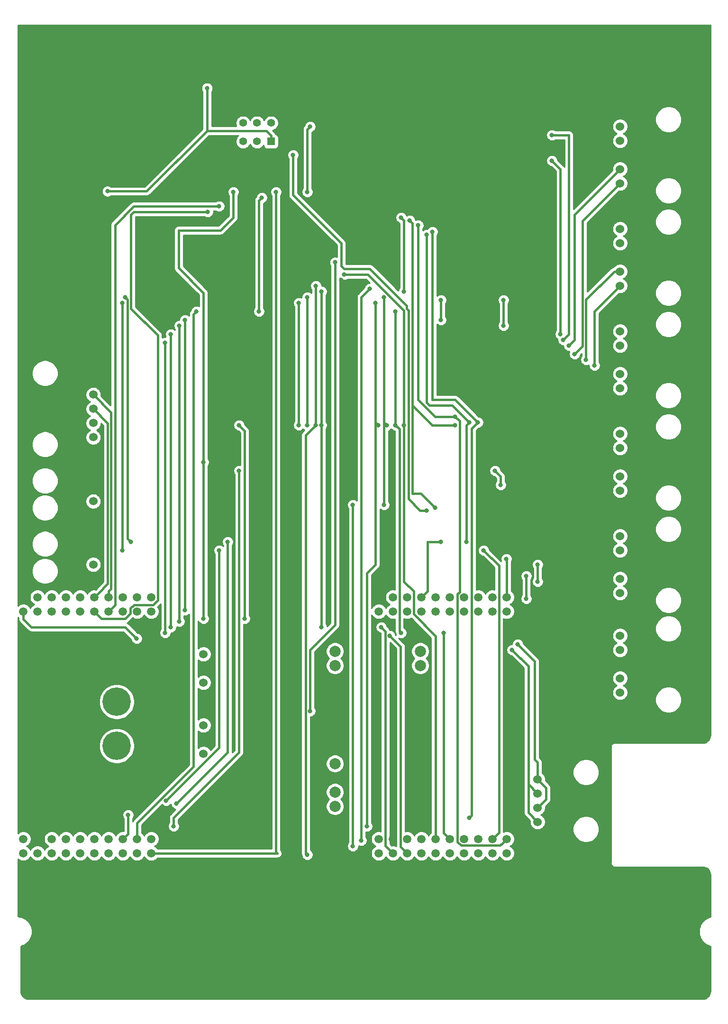
<source format=gbr>
G04 #@! TF.GenerationSoftware,KiCad,Pcbnew,(5.1.4)-1*
G04 #@! TF.CreationDate,2019-12-12T11:37:26-06:00*
G04 #@! TF.ProjectId,DriveBoard2020,44726976-6542-46f6-9172-64323032302e,rev?*
G04 #@! TF.SameCoordinates,Original*
G04 #@! TF.FileFunction,Copper,L2,Bot*
G04 #@! TF.FilePolarity,Positive*
%FSLAX46Y46*%
G04 Gerber Fmt 4.6, Leading zero omitted, Abs format (unit mm)*
G04 Created by KiCad (PCBNEW (5.1.4)-1) date 2019-12-12 11:37:26*
%MOMM*%
%LPD*%
G04 APERTURE LIST*
%ADD10C,1.524000*%
%ADD11C,2.000000*%
%ADD12C,5.080000*%
%ADD13C,1.520000*%
%ADD14R,1.400000X1.400000*%
%ADD15C,1.400000*%
%ADD16C,0.800000*%
%ADD17C,0.381000*%
%ADD18C,0.254000*%
G04 APERTURE END LIST*
D10*
X144526000Y-193294000D03*
X144526000Y-195834000D03*
X144526000Y-198374000D03*
X144526000Y-185674000D03*
X144526000Y-183134000D03*
X144526000Y-180594000D03*
X124841000Y-150749000D03*
X124841000Y-153289000D03*
X124841000Y-164592000D03*
X124841000Y-162052000D03*
D11*
X168021000Y-205225116D03*
X183261000Y-205225116D03*
X168021000Y-207765116D03*
X183261000Y-207765116D03*
X168021000Y-200145116D03*
X183261000Y-182619116D03*
X183261000Y-180079116D03*
X168021000Y-182619116D03*
X168021000Y-180079116D03*
D12*
X129032000Y-196977000D03*
X129032000Y-189103000D03*
X129032000Y-181229000D03*
D10*
X218948000Y-86360000D03*
X218948000Y-88900000D03*
X218948000Y-91440000D03*
X218948000Y-93980000D03*
X218948000Y-96520000D03*
X218948000Y-104648000D03*
X218948000Y-107188000D03*
X218948000Y-109728000D03*
X218948000Y-112268000D03*
X218948000Y-114808000D03*
X218948000Y-133096000D03*
X218948000Y-130556000D03*
X218948000Y-128016000D03*
X218948000Y-125476000D03*
X218948000Y-122936000D03*
X218948000Y-187452000D03*
X218948000Y-184912000D03*
X218948000Y-182372000D03*
X218948000Y-179832000D03*
X218948000Y-177292000D03*
X218948000Y-159512000D03*
X218948000Y-162052000D03*
X218948000Y-164592000D03*
X218948000Y-167132000D03*
X218948000Y-169672000D03*
X218948000Y-151384000D03*
X218948000Y-148844000D03*
X218948000Y-146304000D03*
X218948000Y-143764000D03*
X218948000Y-141224000D03*
D13*
X175831500Y-216154000D03*
X198691500Y-170434000D03*
X196151500Y-170434000D03*
X188531500Y-170434000D03*
X185991500Y-213614000D03*
X191071500Y-170434000D03*
X193611500Y-170434000D03*
X191071500Y-216154000D03*
X196151500Y-213614000D03*
X185991500Y-170434000D03*
X183451500Y-170434000D03*
X196151500Y-216154000D03*
X191071500Y-213614000D03*
X188531500Y-213614000D03*
X175831500Y-213614000D03*
X178371500Y-213614000D03*
X180911500Y-213614000D03*
X183451500Y-213614000D03*
X193611500Y-213614000D03*
X198691500Y-213614000D03*
X178371500Y-216154000D03*
X180911500Y-216154000D03*
X183451500Y-216154000D03*
X185991500Y-216154000D03*
X188531500Y-216154000D03*
X193611500Y-216154000D03*
X198691500Y-216154000D03*
X175831500Y-172974000D03*
X178371500Y-172974000D03*
X180911500Y-172974000D03*
X183451500Y-172974000D03*
X185991500Y-172974000D03*
X188531500Y-172974000D03*
X191071500Y-172974000D03*
X193611500Y-172974000D03*
X196151500Y-172974000D03*
X198691500Y-172974000D03*
X175831500Y-170434000D03*
X178371500Y-170434000D03*
X180911500Y-170434000D03*
X112331500Y-213614000D03*
X114871500Y-213614000D03*
X117411500Y-213614000D03*
X119951500Y-213614000D03*
X122491500Y-213614000D03*
X125031500Y-213614000D03*
X127571500Y-213614000D03*
X130111500Y-213614000D03*
X132651500Y-213614000D03*
X135191500Y-213614000D03*
X112331500Y-216154000D03*
X114871500Y-216154000D03*
X117411500Y-216154000D03*
X119951500Y-216154000D03*
X122491500Y-216154000D03*
X125031500Y-216154000D03*
X127571500Y-216154000D03*
X130111500Y-216154000D03*
X132651500Y-216154000D03*
X135191500Y-216154000D03*
X112331500Y-172974000D03*
X114871500Y-172974000D03*
X117411500Y-172974000D03*
X119951500Y-172974000D03*
X122491500Y-172974000D03*
X125031500Y-172974000D03*
X127571500Y-172974000D03*
X130111500Y-172974000D03*
X132651500Y-172974000D03*
X135191500Y-172974000D03*
X112331500Y-170434000D03*
X114871500Y-170434000D03*
X117411500Y-170434000D03*
X119951500Y-170434000D03*
X122491500Y-170434000D03*
X125031500Y-170434000D03*
X127571500Y-170434000D03*
X130111500Y-170434000D03*
X132651500Y-170434000D03*
X135191500Y-170434000D03*
D10*
X204216000Y-202946000D03*
X204216000Y-205486000D03*
X204216000Y-208026000D03*
X204216000Y-210566000D03*
X124841000Y-141859000D03*
X124841000Y-139319000D03*
X124841000Y-136779000D03*
X124841000Y-134239000D03*
X124841000Y-131699000D03*
D14*
X156591000Y-89027000D03*
D15*
X154091000Y-89027000D03*
X151591000Y-89027000D03*
X156591000Y-85727000D03*
X154091000Y-85727000D03*
X151591000Y-85727000D03*
D16*
X152400000Y-105156000D03*
X166116000Y-107188000D03*
X165100000Y-99060000D03*
X201676000Y-100584000D03*
X169164000Y-113792000D03*
X170180000Y-139700000D03*
X164592000Y-139700000D03*
X164592000Y-114808000D03*
X163068000Y-216408000D03*
X165608000Y-115824000D03*
X165608000Y-139700000D03*
X165608000Y-175768000D03*
X177800000Y-177292000D03*
X178816000Y-139700000D03*
X179832000Y-102616000D03*
X178816000Y-119380000D03*
X180340000Y-115824000D03*
X179832000Y-176784000D03*
X187452000Y-176784000D03*
X169672000Y-112776000D03*
X180340000Y-139700000D03*
X182880000Y-104003520D03*
X189484000Y-138176000D03*
X189484000Y-138176000D03*
X189484000Y-139700000D03*
X181356000Y-103124000D03*
X185928000Y-154432000D03*
X194564000Y-162052000D03*
X163576000Y-190754000D03*
X168021000Y-110617000D03*
X145161000Y-79502000D03*
X127381000Y-97917000D03*
X160528000Y-91440000D03*
X198628000Y-163576000D03*
X184404000Y-154940000D03*
X144526000Y-174244000D03*
X144526000Y-146304000D03*
X149860000Y-98044000D03*
X174244000Y-115316000D03*
X172720000Y-213868000D03*
X157480000Y-98044000D03*
X157480000Y-98044000D03*
X163068000Y-98044000D03*
X163576000Y-86360000D03*
X143256000Y-119380000D03*
X154432000Y-119380000D03*
X154940000Y-99060000D03*
X132588000Y-177800000D03*
X210820000Y-127000000D03*
X209804000Y-125476000D03*
X212852000Y-128016000D03*
X214376000Y-129032000D03*
X202184000Y-166624000D03*
X202184000Y-170688000D03*
X204216000Y-164592000D03*
X204216000Y-167640000D03*
X196596000Y-147828000D03*
X197612000Y-150368000D03*
X137668000Y-176784000D03*
X137668000Y-124968000D03*
X208788000Y-124460000D03*
X206756000Y-87884000D03*
X138684000Y-175768000D03*
X138684000Y-123444000D03*
X208280000Y-123444000D03*
X206756000Y-92456000D03*
X145288000Y-101600000D03*
X147320000Y-100584000D03*
X140208000Y-174752000D03*
X140208000Y-121920000D03*
X198120000Y-121920000D03*
X198120000Y-117348000D03*
X141224000Y-172720000D03*
X141224000Y-120904000D03*
X186944000Y-120904000D03*
X186944000Y-117348000D03*
X163068000Y-116840000D03*
X163068000Y-139700000D03*
X139700000Y-207264000D03*
X148844000Y-160528000D03*
X131572000Y-160528000D03*
X130556000Y-116840000D03*
X161544000Y-139700000D03*
X161544000Y-117856000D03*
X130048000Y-117856000D03*
X130048000Y-162052000D03*
X147320000Y-162052000D03*
X137849702Y-206756000D03*
X177292000Y-139700000D03*
X176784000Y-116840000D03*
X171196000Y-214884000D03*
X171196000Y-153924000D03*
X176784000Y-153924000D03*
X175260000Y-117856000D03*
X175768000Y-139700000D03*
X173736000Y-211328000D03*
X184404000Y-105664000D03*
X192024000Y-139192000D03*
X191516000Y-160528000D03*
X186944000Y-160528000D03*
X185420000Y-105156000D03*
X193548000Y-139192000D03*
X192024000Y-209804000D03*
X131064000Y-209296000D03*
X200660000Y-178816000D03*
X199644000Y-179832000D03*
X176276000Y-175768000D03*
X151892000Y-174244000D03*
X150876000Y-139700000D03*
X150876000Y-147828000D03*
X139192000Y-211328000D03*
D17*
X164592000Y-139700000D02*
X164592000Y-114808000D01*
X162785499Y-216125499D02*
X163068000Y-216408000D01*
X164592000Y-139700000D02*
X162785499Y-141506501D01*
X162785499Y-141506501D02*
X162785499Y-216125499D01*
X165608000Y-115824000D02*
X165608000Y-139700000D01*
X165608000Y-139700000D02*
X165608000Y-175768000D01*
X180151501Y-215394001D02*
X180911500Y-216154000D01*
X179760999Y-215003499D02*
X180151501Y-215394001D01*
X179760999Y-179252999D02*
X179760999Y-215003499D01*
X177800000Y-177292000D02*
X179760999Y-179252999D01*
X179832000Y-102616000D02*
X180340000Y-103124000D01*
X178816000Y-139700000D02*
X178816000Y-119380000D01*
X180340000Y-115824000D02*
X180340000Y-103124000D01*
X179522001Y-176474001D02*
X179832000Y-176784000D01*
X178816000Y-139700000D02*
X179522001Y-140406001D01*
X179522001Y-140406001D02*
X179522001Y-176474001D01*
X187452000Y-212534500D02*
X188531500Y-213614000D01*
X187452000Y-176784000D02*
X187452000Y-212534500D01*
X169672000Y-112776000D02*
X173736000Y-112776000D01*
X180340000Y-119226058D02*
X180340000Y-139700000D01*
X173736000Y-112776000D02*
X173889942Y-112776000D01*
X173889942Y-112776000D02*
X180340000Y-119226058D01*
X185991500Y-213614000D02*
X185991500Y-177355500D01*
X185991500Y-177355500D02*
X182062001Y-173426001D01*
X180340000Y-153924000D02*
X180340000Y-139700000D01*
X182062001Y-173426001D02*
X182062001Y-169362001D01*
X182062001Y-169362001D02*
X180340000Y-167640000D01*
X180340000Y-167640000D02*
X180340000Y-153924000D01*
X182880000Y-104003520D02*
X182880000Y-134933672D01*
X182880000Y-134933672D02*
X182880000Y-135128000D01*
X182880000Y-135128000D02*
X185928000Y-138176000D01*
X185928000Y-138176000D02*
X189484000Y-138176000D01*
X197540999Y-214764501D02*
X197931501Y-214373999D01*
X190519259Y-214764501D02*
X197540999Y-214764501D01*
X189920999Y-214166241D02*
X190519259Y-214764501D01*
X189920999Y-169881759D02*
X189920999Y-214166241D01*
X190274501Y-138966501D02*
X190274501Y-169528257D01*
X197931501Y-214373999D02*
X198691500Y-213614000D01*
X190274501Y-169528257D02*
X189920999Y-169881759D01*
X189484000Y-138176000D02*
X190274501Y-138966501D01*
X189484000Y-139700000D02*
X186436000Y-139700000D01*
X186436000Y-139700000D02*
X185420000Y-139700000D01*
X185420000Y-139700000D02*
X181864000Y-136144000D01*
X181864000Y-136144000D02*
X181864000Y-103632000D01*
X181864000Y-103632000D02*
X181356000Y-103124000D01*
X181864000Y-136144000D02*
X181864000Y-136652000D01*
X181864000Y-136652000D02*
X181864000Y-151892000D01*
X181864000Y-151892000D02*
X183388000Y-151892000D01*
X183388000Y-151892000D02*
X185928000Y-154432000D01*
X197302001Y-164790001D02*
X194564000Y-162052000D01*
X196151500Y-213614000D02*
X197302001Y-212463499D01*
X197302001Y-212463499D02*
X197302001Y-164790001D01*
X145161000Y-79502000D02*
X145161000Y-87122000D01*
X145161000Y-87122000D02*
X134366000Y-97917000D01*
X134366000Y-97917000D02*
X127381000Y-97917000D01*
X156591000Y-87946000D02*
X156591000Y-89027000D01*
X155767000Y-87122000D02*
X156591000Y-87946000D01*
X145161000Y-87122000D02*
X155767000Y-87122000D01*
X163576000Y-179832000D02*
X163576000Y-190754000D01*
X168021000Y-110617000D02*
X168021000Y-175387000D01*
X168021000Y-175387000D02*
X163576000Y-179832000D01*
X181130501Y-119194887D02*
X181130501Y-152873001D01*
X180848000Y-118912386D02*
X181130501Y-119194887D01*
X180848000Y-118364000D02*
X180848000Y-118912386D01*
X160528000Y-91440000D02*
X160528000Y-98592386D01*
X160528000Y-98592386D02*
X169164000Y-107228386D01*
X169164000Y-107228386D02*
X169164000Y-111252000D01*
X169164000Y-111252000D02*
X169672000Y-111760000D01*
X169672000Y-111760000D02*
X174244000Y-111760000D01*
X174244000Y-111760000D02*
X180848000Y-118364000D01*
X198691500Y-170434000D02*
X198691500Y-163639500D01*
X198691500Y-163639500D02*
X198628000Y-163576000D01*
X183197500Y-154940000D02*
X181130501Y-152873001D01*
X184404000Y-154940000D02*
X183197500Y-154940000D01*
X144526000Y-174244000D02*
X144526000Y-154559000D01*
X144526000Y-154559000D02*
X144526000Y-146304000D01*
X144526000Y-146304000D02*
X144526000Y-116078000D01*
X140081000Y-111633000D02*
X140081000Y-104902000D01*
X144526000Y-116078000D02*
X140081000Y-111633000D01*
X140081000Y-104902000D02*
X147574000Y-104902000D01*
X147574000Y-104902000D02*
X149860000Y-102616000D01*
X149860000Y-102616000D02*
X149860000Y-98044000D01*
X174244000Y-115316000D02*
X172720000Y-116840000D01*
X172720000Y-116840000D02*
X172720000Y-213868000D01*
X135191500Y-216154000D02*
X157734000Y-216154000D01*
X157734000Y-216154000D02*
X157480000Y-215900000D01*
X157480000Y-215900000D02*
X157480000Y-98044000D01*
X163068000Y-98044000D02*
X163068000Y-86868000D01*
X163068000Y-86868000D02*
X163576000Y-86360000D01*
X132651500Y-210784260D02*
X142748000Y-200687760D01*
X132651500Y-213614000D02*
X132651500Y-210784260D01*
X142748000Y-200687760D02*
X142748000Y-119888000D01*
X142748000Y-119888000D02*
X143256000Y-119380000D01*
X154432000Y-119380000D02*
X154432000Y-99568000D01*
X154432000Y-99568000D02*
X154940000Y-99060000D01*
X132588000Y-177800000D02*
X130556000Y-175768000D01*
X130556000Y-175768000D02*
X113792000Y-175768000D01*
X112331500Y-174307500D02*
X112331500Y-172974000D01*
X113792000Y-175768000D02*
X112331500Y-174307500D01*
X218186001Y-97281999D02*
X218948000Y-96520000D01*
X212270990Y-103197010D02*
X218186001Y-97281999D01*
X212270990Y-125549010D02*
X212270990Y-103197010D01*
X210820000Y-127000000D02*
X212270990Y-125549010D01*
X209804000Y-125476000D02*
X210820000Y-124460000D01*
X210820000Y-102108000D02*
X218948000Y-93980000D01*
X210820000Y-124460000D02*
X210820000Y-102108000D01*
X212852000Y-128016000D02*
X212852000Y-117856000D01*
X212852000Y-117286370D02*
X212852000Y-117856000D01*
X217870370Y-112268000D02*
X212852000Y-117286370D01*
X218948000Y-112268000D02*
X217870370Y-112268000D01*
X214376000Y-119380000D02*
X218948000Y-114808000D01*
X214376000Y-129032000D02*
X214376000Y-119380000D01*
X202184000Y-166624000D02*
X202184000Y-170688000D01*
X204216000Y-164592000D02*
X204216000Y-167640000D01*
X196596000Y-147828000D02*
X197612000Y-148844000D01*
X197612000Y-148844000D02*
X197612000Y-150368000D01*
X137668000Y-176784000D02*
X137668000Y-124968000D01*
X208788000Y-124460000D02*
X209804000Y-123444000D01*
X209804000Y-123444000D02*
X209804000Y-88392000D01*
X209804000Y-88392000D02*
X209804000Y-87884000D01*
X209804000Y-87884000D02*
X206756000Y-87884000D01*
X138684000Y-175768000D02*
X138684000Y-123444000D01*
X208280000Y-123444000D02*
X208280000Y-93980000D01*
X208280000Y-93980000D02*
X206756000Y-92456000D01*
X136342001Y-170986241D02*
X136342001Y-123642001D01*
X135504743Y-171823499D02*
X136342001Y-170986241D01*
X136342001Y-123642001D02*
X131572000Y-118872000D01*
X131572000Y-118872000D02*
X131572000Y-102108000D01*
X131572000Y-102108000D02*
X132080000Y-101600000D01*
X132080000Y-101600000D02*
X145288000Y-101600000D01*
X132099259Y-171823499D02*
X135504743Y-171823499D01*
X131500999Y-172421759D02*
X132099259Y-171823499D01*
X131500999Y-173299001D02*
X131500999Y-172421759D01*
X130556000Y-174244000D02*
X131500999Y-173299001D01*
X126301500Y-174244000D02*
X130556000Y-174244000D01*
X125031500Y-172974000D02*
X126301500Y-174244000D01*
X128722001Y-171823499D02*
X127571500Y-172974000D01*
X147320000Y-100584000D02*
X132080000Y-100584000D01*
X128722001Y-103941999D02*
X128722001Y-169870001D01*
X128722001Y-169870001D02*
X128716122Y-169875880D01*
X132080000Y-100584000D02*
X128722001Y-103941999D01*
X128716122Y-169875880D02*
X128722001Y-169881759D01*
X128722001Y-169881759D02*
X128722001Y-171823499D01*
X140208000Y-174752000D02*
X140208000Y-154940000D01*
X140208000Y-154940000D02*
X140208000Y-145288000D01*
X140208000Y-145288000D02*
X140208000Y-135128000D01*
X140208000Y-135128000D02*
X140208000Y-121920000D01*
X198120000Y-121920000D02*
X198120000Y-117348000D01*
X198120000Y-117348000D02*
X198120000Y-117348000D01*
X141224000Y-172720000D02*
X141224000Y-171704000D01*
X141224000Y-171704000D02*
X141224000Y-164592000D01*
X141224000Y-164592000D02*
X141224000Y-141732000D01*
X141224000Y-141732000D02*
X141224000Y-120904000D01*
X186944000Y-120904000D02*
X186944000Y-117348000D01*
X163068000Y-116840000D02*
X163068000Y-139700000D01*
X139700000Y-207264000D02*
X148844000Y-198120000D01*
X148844000Y-198120000D02*
X148844000Y-160528000D01*
X130990990Y-117274990D02*
X130556000Y-116840000D01*
X130990990Y-159946990D02*
X130990990Y-117274990D01*
X131572000Y-160528000D02*
X130990990Y-159946990D01*
X161544000Y-139700000D02*
X161544000Y-117856000D01*
X130048000Y-117856000D02*
X130048000Y-162052000D01*
X147320000Y-197285702D02*
X137849702Y-206756000D01*
X147320000Y-162052000D02*
X147320000Y-197285702D01*
X177292000Y-139700000D02*
X176784000Y-139192000D01*
X171196000Y-214884000D02*
X171196000Y-153924000D01*
X176784000Y-139546058D02*
X176784000Y-137668000D01*
X176784000Y-153924000D02*
X176784000Y-139546058D01*
X176784000Y-139192000D02*
X176784000Y-137668000D01*
X176784000Y-137668000D02*
X176784000Y-116840000D01*
X175260000Y-117856000D02*
X175260000Y-139192000D01*
X175260000Y-139192000D02*
X175768000Y-139700000D01*
X175260000Y-139192000D02*
X175260000Y-164592000D01*
X175260000Y-164592000D02*
X173736000Y-166116000D01*
X173736000Y-166116000D02*
X173736000Y-211328000D01*
X184404000Y-105664000D02*
X184404000Y-107696000D01*
X184404000Y-107696000D02*
X184404000Y-135636000D01*
X184404000Y-135636000D02*
X184912000Y-136144000D01*
X184912000Y-136144000D02*
X188976000Y-136144000D01*
X188976000Y-136144000D02*
X192024000Y-139192000D01*
X183451500Y-170434000D02*
X184211499Y-169674001D01*
X192024000Y-139192000D02*
X191516000Y-139700000D01*
X191516000Y-139700000D02*
X191516000Y-160528000D01*
X186944000Y-160528000D02*
X184526998Y-160528000D01*
X184526998Y-169358502D02*
X184211499Y-169674001D01*
X184526998Y-160528000D02*
X184526998Y-169358502D01*
X185420000Y-105156000D02*
X185420000Y-135128000D01*
X185420000Y-135128000D02*
X189484000Y-135128000D01*
X189484000Y-135128000D02*
X193548000Y-139192000D01*
X192460999Y-209367001D02*
X192024000Y-209804000D01*
X193548000Y-139192000D02*
X192460999Y-140279001D01*
X192460999Y-140279001D02*
X192460999Y-209367001D01*
X131064000Y-212661500D02*
X130111500Y-213614000D01*
X131064000Y-209296000D02*
X131064000Y-212661500D01*
X203708000Y-181864000D02*
X203708000Y-199390000D01*
X200660000Y-178816000D02*
X203708000Y-181864000D01*
X204216000Y-199898000D02*
X204216000Y-202946000D01*
X203708000Y-199390000D02*
X204216000Y-199898000D01*
X204977999Y-207264001D02*
X204216000Y-208026000D01*
X205740000Y-206502000D02*
X204977999Y-207264001D01*
X205740000Y-204470000D02*
X205740000Y-206502000D01*
X204216000Y-202946000D02*
X205740000Y-204470000D01*
X202555499Y-203825499D02*
X204216000Y-205486000D01*
X199644000Y-179832000D02*
X202555499Y-182743499D01*
X202555499Y-182743499D02*
X202555499Y-203825499D01*
X202555499Y-208905499D02*
X204216000Y-210566000D01*
X202555499Y-203825499D02*
X202555499Y-208905499D01*
X177009499Y-214791999D02*
X177009499Y-176501499D01*
X178371500Y-216154000D02*
X177009499Y-214791999D01*
X177009499Y-176501499D02*
X176276000Y-175768000D01*
X151892000Y-174244000D02*
X151892000Y-140716000D01*
X151892000Y-140716000D02*
X150876000Y-139700000D01*
X150876000Y-147828000D02*
X150876000Y-198120000D01*
X150876000Y-198120000D02*
X140716000Y-208280000D01*
X139192000Y-209804000D02*
X140716000Y-208280000D01*
X139192000Y-211328000D02*
X139192000Y-209804000D01*
X125791499Y-169674001D02*
X125031500Y-170434000D01*
X127434990Y-168030510D02*
X125791499Y-169674001D01*
X127434990Y-139372990D02*
X127434990Y-168030510D01*
X124841000Y-136779000D02*
X127434990Y-139372990D01*
X127571500Y-169359198D02*
X128016000Y-168914698D01*
X127571500Y-170434000D02*
X127571500Y-169359198D01*
X128016000Y-137414000D02*
X124841000Y-134239000D01*
X128016000Y-168914698D02*
X128016000Y-137414000D01*
D18*
G36*
X235052000Y-81820418D02*
G01*
X235052001Y-81820428D01*
X235052000Y-95536418D01*
X235052001Y-95536428D01*
X235052000Y-112808418D01*
X235052001Y-112808428D01*
X235052000Y-127540418D01*
X235052001Y-127540428D01*
X235052000Y-140748418D01*
X235052001Y-140748428D01*
X235052000Y-147860418D01*
X235052001Y-147860428D01*
X235052000Y-161576418D01*
X235052001Y-161576428D01*
X235052000Y-195039721D01*
X235022766Y-195337876D01*
X234945551Y-195593624D01*
X234820131Y-195829504D01*
X234651289Y-196036525D01*
X234445446Y-196206813D01*
X234210444Y-196333879D01*
X233955240Y-196412877D01*
X233659118Y-196444000D01*
X217964419Y-196444000D01*
X217932000Y-196440807D01*
X217899581Y-196444000D01*
X217802617Y-196453550D01*
X217678207Y-196491290D01*
X217563550Y-196552575D01*
X217463052Y-196635052D01*
X217380575Y-196735550D01*
X217319290Y-196850207D01*
X217281550Y-196974617D01*
X217268807Y-197104000D01*
X217272001Y-197136429D01*
X217272000Y-217899581D01*
X217268807Y-217932000D01*
X217281550Y-218061383D01*
X217319290Y-218185793D01*
X217380575Y-218300450D01*
X217461645Y-218399233D01*
X217463052Y-218400948D01*
X217563550Y-218483425D01*
X217678207Y-218544710D01*
X217802617Y-218582450D01*
X217932000Y-218595193D01*
X217964419Y-218592000D01*
X233647721Y-218592000D01*
X233945875Y-218621234D01*
X234201622Y-218698448D01*
X234437504Y-218823869D01*
X234644530Y-218992716D01*
X234814813Y-219198554D01*
X234941879Y-219433556D01*
X235020876Y-219688756D01*
X235052001Y-219984891D01*
X235052000Y-227519339D01*
X234711946Y-227627211D01*
X234656974Y-227650772D01*
X234601659Y-227673571D01*
X234593553Y-227677954D01*
X234246030Y-227869006D01*
X234196674Y-227902801D01*
X234146847Y-227935906D01*
X234139747Y-227941780D01*
X233835951Y-228196695D01*
X233794105Y-228239428D01*
X233751653Y-228281584D01*
X233745829Y-228288725D01*
X233497332Y-228597794D01*
X233464606Y-228647805D01*
X233431127Y-228697439D01*
X233426801Y-228705576D01*
X233243068Y-229057022D01*
X233220656Y-229112494D01*
X233197478Y-229167632D01*
X233194815Y-229176454D01*
X233082845Y-229556896D01*
X233071645Y-229615612D01*
X233059607Y-229674254D01*
X233058708Y-229683425D01*
X233022766Y-230078370D01*
X233023184Y-230138186D01*
X233022766Y-230198003D01*
X233023665Y-230207174D01*
X233065118Y-230601577D01*
X233077148Y-230660183D01*
X233088355Y-230718935D01*
X233091019Y-230727757D01*
X233208290Y-231106599D01*
X233231474Y-231161750D01*
X233253880Y-231217208D01*
X233258206Y-231225345D01*
X233446828Y-231574193D01*
X233480283Y-231623792D01*
X233513032Y-231673838D01*
X233518855Y-231680977D01*
X233518858Y-231680981D01*
X233518862Y-231680985D01*
X233771644Y-231986547D01*
X233814061Y-232028669D01*
X233855943Y-232071438D01*
X233863044Y-232077311D01*
X234170369Y-232327960D01*
X234220178Y-232361052D01*
X234269550Y-232394859D01*
X234277656Y-232399241D01*
X234627813Y-232585423D01*
X234683105Y-232608212D01*
X234738101Y-232631784D01*
X234746905Y-232634509D01*
X235052001Y-232726623D01*
X235052000Y-240759721D01*
X235022766Y-241057876D01*
X234945551Y-241313624D01*
X234820131Y-241549504D01*
X234651289Y-241756525D01*
X234445446Y-241926813D01*
X234210444Y-242053879D01*
X233955240Y-242132877D01*
X233659118Y-242164000D01*
X113316279Y-242164000D01*
X113018124Y-242134766D01*
X112762376Y-242057551D01*
X112526496Y-241932131D01*
X112319475Y-241763289D01*
X112149187Y-241557446D01*
X112022121Y-241322444D01*
X111943123Y-241067240D01*
X111912000Y-240771118D01*
X111912000Y-232728661D01*
X112252055Y-232620789D01*
X112307040Y-232597222D01*
X112362341Y-232574429D01*
X112370447Y-232570046D01*
X112717970Y-232378994D01*
X112767327Y-232345199D01*
X112817153Y-232312094D01*
X112824254Y-232306220D01*
X113128049Y-232051305D01*
X113169912Y-232008555D01*
X113212347Y-231966416D01*
X113218171Y-231959274D01*
X113466668Y-231650206D01*
X113499415Y-231600164D01*
X113532873Y-231550561D01*
X113537199Y-231542425D01*
X113720932Y-231190978D01*
X113743337Y-231135523D01*
X113766522Y-231080368D01*
X113769185Y-231071546D01*
X113881155Y-230691104D01*
X113892355Y-230632388D01*
X113904393Y-230573746D01*
X113905292Y-230564575D01*
X113941234Y-230169630D01*
X113940816Y-230109814D01*
X113941234Y-230049997D01*
X113940334Y-230040826D01*
X113898882Y-229646422D01*
X113886855Y-229587829D01*
X113875645Y-229529065D01*
X113872981Y-229520243D01*
X113755710Y-229141401D01*
X113732526Y-229086250D01*
X113710120Y-229030792D01*
X113705794Y-229022655D01*
X113517172Y-228673807D01*
X113483717Y-228624208D01*
X113450968Y-228574162D01*
X113445144Y-228567021D01*
X113192356Y-228261453D01*
X113149923Y-228219315D01*
X113108057Y-228176562D01*
X113100962Y-228170694D01*
X113100957Y-228170689D01*
X113100952Y-228170685D01*
X112793631Y-227920041D01*
X112743838Y-227886959D01*
X112694449Y-227853141D01*
X112686343Y-227848759D01*
X112336187Y-227662577D01*
X112280867Y-227639776D01*
X112225899Y-227616216D01*
X112217099Y-227613492D01*
X112217093Y-227613490D01*
X111837444Y-227498868D01*
X111778764Y-227487249D01*
X111720254Y-227474812D01*
X111711089Y-227473849D01*
X111404000Y-227443739D01*
X111404000Y-217199328D01*
X111442239Y-217237567D01*
X111670720Y-217390233D01*
X111924593Y-217495391D01*
X112194104Y-217549000D01*
X112468896Y-217549000D01*
X112738407Y-217495391D01*
X112992280Y-217390233D01*
X113220761Y-217237567D01*
X113415067Y-217043261D01*
X113567733Y-216814780D01*
X113601500Y-216733260D01*
X113635267Y-216814780D01*
X113787933Y-217043261D01*
X113982239Y-217237567D01*
X114210720Y-217390233D01*
X114464593Y-217495391D01*
X114734104Y-217549000D01*
X115008896Y-217549000D01*
X115278407Y-217495391D01*
X115532280Y-217390233D01*
X115760761Y-217237567D01*
X115955067Y-217043261D01*
X116107733Y-216814780D01*
X116141500Y-216733260D01*
X116175267Y-216814780D01*
X116327933Y-217043261D01*
X116522239Y-217237567D01*
X116750720Y-217390233D01*
X117004593Y-217495391D01*
X117274104Y-217549000D01*
X117548896Y-217549000D01*
X117818407Y-217495391D01*
X118072280Y-217390233D01*
X118300761Y-217237567D01*
X118495067Y-217043261D01*
X118647733Y-216814780D01*
X118681500Y-216733260D01*
X118715267Y-216814780D01*
X118867933Y-217043261D01*
X119062239Y-217237567D01*
X119290720Y-217390233D01*
X119544593Y-217495391D01*
X119814104Y-217549000D01*
X120088896Y-217549000D01*
X120358407Y-217495391D01*
X120612280Y-217390233D01*
X120840761Y-217237567D01*
X121035067Y-217043261D01*
X121187733Y-216814780D01*
X121221500Y-216733260D01*
X121255267Y-216814780D01*
X121407933Y-217043261D01*
X121602239Y-217237567D01*
X121830720Y-217390233D01*
X122084593Y-217495391D01*
X122354104Y-217549000D01*
X122628896Y-217549000D01*
X122898407Y-217495391D01*
X123152280Y-217390233D01*
X123380761Y-217237567D01*
X123575067Y-217043261D01*
X123727733Y-216814780D01*
X123761500Y-216733260D01*
X123795267Y-216814780D01*
X123947933Y-217043261D01*
X124142239Y-217237567D01*
X124370720Y-217390233D01*
X124624593Y-217495391D01*
X124894104Y-217549000D01*
X125168896Y-217549000D01*
X125438407Y-217495391D01*
X125692280Y-217390233D01*
X125920761Y-217237567D01*
X126115067Y-217043261D01*
X126267733Y-216814780D01*
X126301500Y-216733260D01*
X126335267Y-216814780D01*
X126487933Y-217043261D01*
X126682239Y-217237567D01*
X126910720Y-217390233D01*
X127164593Y-217495391D01*
X127434104Y-217549000D01*
X127708896Y-217549000D01*
X127978407Y-217495391D01*
X128232280Y-217390233D01*
X128460761Y-217237567D01*
X128655067Y-217043261D01*
X128807733Y-216814780D01*
X128841500Y-216733260D01*
X128875267Y-216814780D01*
X129027933Y-217043261D01*
X129222239Y-217237567D01*
X129450720Y-217390233D01*
X129704593Y-217495391D01*
X129974104Y-217549000D01*
X130248896Y-217549000D01*
X130518407Y-217495391D01*
X130772280Y-217390233D01*
X131000761Y-217237567D01*
X131195067Y-217043261D01*
X131347733Y-216814780D01*
X131381500Y-216733260D01*
X131415267Y-216814780D01*
X131567933Y-217043261D01*
X131762239Y-217237567D01*
X131990720Y-217390233D01*
X132244593Y-217495391D01*
X132514104Y-217549000D01*
X132788896Y-217549000D01*
X133058407Y-217495391D01*
X133312280Y-217390233D01*
X133540761Y-217237567D01*
X133735067Y-217043261D01*
X133887733Y-216814780D01*
X133921500Y-216733260D01*
X133955267Y-216814780D01*
X134107933Y-217043261D01*
X134302239Y-217237567D01*
X134530720Y-217390233D01*
X134784593Y-217495391D01*
X135054104Y-217549000D01*
X135328896Y-217549000D01*
X135598407Y-217495391D01*
X135852280Y-217390233D01*
X136080761Y-217237567D01*
X136275067Y-217043261D01*
X136317671Y-216979500D01*
X157693449Y-216979500D01*
X157733999Y-216983494D01*
X157774550Y-216979500D01*
X157774553Y-216979500D01*
X157895826Y-216967556D01*
X158051434Y-216920353D01*
X158194842Y-216843699D01*
X158320541Y-216740541D01*
X158423699Y-216614842D01*
X158500353Y-216471434D01*
X158547556Y-216315826D01*
X158563494Y-216154000D01*
X158547556Y-215992174D01*
X158500353Y-215836566D01*
X158423699Y-215693158D01*
X158320541Y-215567459D01*
X158305500Y-215555115D01*
X158305500Y-98671503D01*
X158397205Y-98534256D01*
X158475226Y-98345898D01*
X158515000Y-98145939D01*
X158515000Y-97942061D01*
X158475226Y-97742102D01*
X158397205Y-97553744D01*
X158283937Y-97384226D01*
X158139774Y-97240063D01*
X157970256Y-97126795D01*
X157781898Y-97048774D01*
X157581939Y-97009000D01*
X157378061Y-97009000D01*
X157178102Y-97048774D01*
X156989744Y-97126795D01*
X156820226Y-97240063D01*
X156676063Y-97384226D01*
X156562795Y-97553744D01*
X156484774Y-97742102D01*
X156445000Y-97942061D01*
X156445000Y-98145939D01*
X156484774Y-98345898D01*
X156562795Y-98534256D01*
X156654501Y-98671504D01*
X156654500Y-215328500D01*
X136317671Y-215328500D01*
X136275067Y-215264739D01*
X136080761Y-215070433D01*
X135852280Y-214917767D01*
X135770760Y-214884000D01*
X135852280Y-214850233D01*
X136080761Y-214697567D01*
X136275067Y-214503261D01*
X136427733Y-214274780D01*
X136532891Y-214020907D01*
X136586500Y-213751396D01*
X136586500Y-213476604D01*
X136532891Y-213207093D01*
X136427733Y-212953220D01*
X136275067Y-212724739D01*
X136080761Y-212530433D01*
X135852280Y-212377767D01*
X135598407Y-212272609D01*
X135328896Y-212219000D01*
X135054104Y-212219000D01*
X134784593Y-212272609D01*
X134530720Y-212377767D01*
X134302239Y-212530433D01*
X134107933Y-212724739D01*
X133955267Y-212953220D01*
X133921500Y-213034740D01*
X133887733Y-212953220D01*
X133735067Y-212724739D01*
X133540761Y-212530433D01*
X133477000Y-212487829D01*
X133477000Y-211126192D01*
X137116592Y-207486601D01*
X137189928Y-207559937D01*
X137359446Y-207673205D01*
X137547804Y-207751226D01*
X137747763Y-207791000D01*
X137951641Y-207791000D01*
X138151600Y-207751226D01*
X138339958Y-207673205D01*
X138509476Y-207559937D01*
X138653639Y-207415774D01*
X138670033Y-207391239D01*
X138704774Y-207565898D01*
X138782795Y-207754256D01*
X138896063Y-207923774D01*
X139040226Y-208067937D01*
X139209744Y-208181205D01*
X139398102Y-208259226D01*
X139540931Y-208287636D01*
X138636961Y-209191607D01*
X138605460Y-209217459D01*
X138567261Y-209264005D01*
X138502301Y-209343158D01*
X138425647Y-209486567D01*
X138378445Y-209642174D01*
X138362506Y-209804000D01*
X138366501Y-209844560D01*
X138366500Y-210700497D01*
X138274795Y-210837744D01*
X138196774Y-211026102D01*
X138157000Y-211226061D01*
X138157000Y-211429939D01*
X138196774Y-211629898D01*
X138274795Y-211818256D01*
X138388063Y-211987774D01*
X138532226Y-212131937D01*
X138701744Y-212245205D01*
X138890102Y-212323226D01*
X139090061Y-212363000D01*
X139293939Y-212363000D01*
X139493898Y-212323226D01*
X139682256Y-212245205D01*
X139851774Y-212131937D01*
X139995937Y-211987774D01*
X140109205Y-211818256D01*
X140187226Y-211629898D01*
X140227000Y-211429939D01*
X140227000Y-211226061D01*
X140187226Y-211026102D01*
X140109205Y-210837744D01*
X140017500Y-210700497D01*
X140017500Y-210145932D01*
X141328391Y-208835042D01*
X141328396Y-208835036D01*
X151431045Y-198732389D01*
X151462541Y-198706541D01*
X151488389Y-198675045D01*
X151488392Y-198675042D01*
X151565699Y-198580843D01*
X151642353Y-198437434D01*
X151642353Y-198437433D01*
X151689556Y-198281826D01*
X151701500Y-198160553D01*
X151701500Y-198160551D01*
X151705494Y-198120000D01*
X151701500Y-198079450D01*
X151701500Y-175261384D01*
X151790061Y-175279000D01*
X151993939Y-175279000D01*
X152193898Y-175239226D01*
X152382256Y-175161205D01*
X152551774Y-175047937D01*
X152695937Y-174903774D01*
X152809205Y-174734256D01*
X152887226Y-174545898D01*
X152927000Y-174345939D01*
X152927000Y-174142061D01*
X152887226Y-173942102D01*
X152809205Y-173753744D01*
X152717500Y-173616497D01*
X152717500Y-140756550D01*
X152721494Y-140716000D01*
X152717500Y-140675447D01*
X152705556Y-140554174D01*
X152658353Y-140398566D01*
X152646052Y-140375552D01*
X152581699Y-140255157D01*
X152525304Y-140186440D01*
X152478541Y-140129459D01*
X152447039Y-140103606D01*
X151903428Y-139559996D01*
X151871226Y-139398102D01*
X151793205Y-139209744D01*
X151679937Y-139040226D01*
X151535774Y-138896063D01*
X151366256Y-138782795D01*
X151177898Y-138704774D01*
X150977939Y-138665000D01*
X150774061Y-138665000D01*
X150574102Y-138704774D01*
X150385744Y-138782795D01*
X150216226Y-138896063D01*
X150072063Y-139040226D01*
X149958795Y-139209744D01*
X149880774Y-139398102D01*
X149841000Y-139598061D01*
X149841000Y-139801939D01*
X149880774Y-140001898D01*
X149958795Y-140190256D01*
X150072063Y-140359774D01*
X150216226Y-140503937D01*
X150385744Y-140617205D01*
X150574102Y-140695226D01*
X150735996Y-140727428D01*
X151066501Y-141057934D01*
X151066501Y-146810616D01*
X150977939Y-146793000D01*
X150774061Y-146793000D01*
X150574102Y-146832774D01*
X150385744Y-146910795D01*
X150216226Y-147024063D01*
X150072063Y-147168226D01*
X149958795Y-147337744D01*
X149880774Y-147526102D01*
X149841000Y-147726061D01*
X149841000Y-147929939D01*
X149880774Y-148129898D01*
X149958795Y-148318256D01*
X150050500Y-148455503D01*
X150050501Y-197778065D01*
X149669662Y-198158904D01*
X149673494Y-198120000D01*
X149669500Y-198079450D01*
X149669500Y-161155503D01*
X149761205Y-161018256D01*
X149839226Y-160829898D01*
X149879000Y-160629939D01*
X149879000Y-160426061D01*
X149839226Y-160226102D01*
X149761205Y-160037744D01*
X149647937Y-159868226D01*
X149503774Y-159724063D01*
X149334256Y-159610795D01*
X149145898Y-159532774D01*
X148945939Y-159493000D01*
X148742061Y-159493000D01*
X148542102Y-159532774D01*
X148353744Y-159610795D01*
X148184226Y-159724063D01*
X148040063Y-159868226D01*
X147926795Y-160037744D01*
X147848774Y-160226102D01*
X147809000Y-160426061D01*
X147809000Y-160629939D01*
X147848774Y-160829898D01*
X147926795Y-161018256D01*
X148018501Y-161155504D01*
X148018501Y-161286790D01*
X147979774Y-161248063D01*
X147810256Y-161134795D01*
X147621898Y-161056774D01*
X147421939Y-161017000D01*
X147218061Y-161017000D01*
X147018102Y-161056774D01*
X146829744Y-161134795D01*
X146660226Y-161248063D01*
X146516063Y-161392226D01*
X146402795Y-161561744D01*
X146324774Y-161750102D01*
X146285000Y-161950061D01*
X146285000Y-162153939D01*
X146324774Y-162353898D01*
X146402795Y-162542256D01*
X146494500Y-162679503D01*
X146494501Y-196943767D01*
X145748780Y-197689488D01*
X145611120Y-197483465D01*
X145416535Y-197288880D01*
X145187727Y-197135995D01*
X144933490Y-197030686D01*
X144663592Y-196977000D01*
X144388408Y-196977000D01*
X144118510Y-197030686D01*
X143864273Y-197135995D01*
X143635465Y-197288880D01*
X143573500Y-197350845D01*
X143573500Y-194317155D01*
X143635465Y-194379120D01*
X143864273Y-194532005D01*
X144118510Y-194637314D01*
X144388408Y-194691000D01*
X144663592Y-194691000D01*
X144933490Y-194637314D01*
X145187727Y-194532005D01*
X145416535Y-194379120D01*
X145611120Y-194184535D01*
X145764005Y-193955727D01*
X145869314Y-193701490D01*
X145923000Y-193431592D01*
X145923000Y-193156408D01*
X145869314Y-192886510D01*
X145764005Y-192632273D01*
X145611120Y-192403465D01*
X145416535Y-192208880D01*
X145187727Y-192055995D01*
X144933490Y-191950686D01*
X144663592Y-191897000D01*
X144388408Y-191897000D01*
X144118510Y-191950686D01*
X143864273Y-192055995D01*
X143635465Y-192208880D01*
X143573500Y-192270845D01*
X143573500Y-186697155D01*
X143635465Y-186759120D01*
X143864273Y-186912005D01*
X144118510Y-187017314D01*
X144388408Y-187071000D01*
X144663592Y-187071000D01*
X144933490Y-187017314D01*
X145187727Y-186912005D01*
X145416535Y-186759120D01*
X145611120Y-186564535D01*
X145764005Y-186335727D01*
X145869314Y-186081490D01*
X145923000Y-185811592D01*
X145923000Y-185536408D01*
X145869314Y-185266510D01*
X145764005Y-185012273D01*
X145611120Y-184783465D01*
X145416535Y-184588880D01*
X145187727Y-184435995D01*
X144933490Y-184330686D01*
X144663592Y-184277000D01*
X144388408Y-184277000D01*
X144118510Y-184330686D01*
X143864273Y-184435995D01*
X143635465Y-184588880D01*
X143573500Y-184650845D01*
X143573500Y-181617155D01*
X143635465Y-181679120D01*
X143864273Y-181832005D01*
X144118510Y-181937314D01*
X144388408Y-181991000D01*
X144663592Y-181991000D01*
X144933490Y-181937314D01*
X145187727Y-181832005D01*
X145416535Y-181679120D01*
X145611120Y-181484535D01*
X145764005Y-181255727D01*
X145869314Y-181001490D01*
X145923000Y-180731592D01*
X145923000Y-180456408D01*
X145869314Y-180186510D01*
X145764005Y-179932273D01*
X145611120Y-179703465D01*
X145416535Y-179508880D01*
X145187727Y-179355995D01*
X144933490Y-179250686D01*
X144663592Y-179197000D01*
X144388408Y-179197000D01*
X144118510Y-179250686D01*
X143864273Y-179355995D01*
X143635465Y-179508880D01*
X143573500Y-179570845D01*
X143573500Y-174649047D01*
X143608795Y-174734256D01*
X143722063Y-174903774D01*
X143866226Y-175047937D01*
X144035744Y-175161205D01*
X144224102Y-175239226D01*
X144424061Y-175279000D01*
X144627939Y-175279000D01*
X144827898Y-175239226D01*
X145016256Y-175161205D01*
X145185774Y-175047937D01*
X145329937Y-174903774D01*
X145443205Y-174734256D01*
X145521226Y-174545898D01*
X145561000Y-174345939D01*
X145561000Y-174142061D01*
X145521226Y-173942102D01*
X145443205Y-173753744D01*
X145351500Y-173616497D01*
X145351500Y-146931503D01*
X145443205Y-146794256D01*
X145521226Y-146605898D01*
X145561000Y-146405939D01*
X145561000Y-146202061D01*
X145521226Y-146002102D01*
X145443205Y-145813744D01*
X145351500Y-145676497D01*
X145351500Y-119278061D01*
X153397000Y-119278061D01*
X153397000Y-119481939D01*
X153436774Y-119681898D01*
X153514795Y-119870256D01*
X153628063Y-120039774D01*
X153772226Y-120183937D01*
X153941744Y-120297205D01*
X154130102Y-120375226D01*
X154330061Y-120415000D01*
X154533939Y-120415000D01*
X154733898Y-120375226D01*
X154922256Y-120297205D01*
X155091774Y-120183937D01*
X155235937Y-120039774D01*
X155349205Y-119870256D01*
X155427226Y-119681898D01*
X155467000Y-119481939D01*
X155467000Y-119278061D01*
X155427226Y-119078102D01*
X155349205Y-118889744D01*
X155257500Y-118752497D01*
X155257500Y-100048763D01*
X155430256Y-99977205D01*
X155599774Y-99863937D01*
X155743937Y-99719774D01*
X155857205Y-99550256D01*
X155935226Y-99361898D01*
X155975000Y-99161939D01*
X155975000Y-98958061D01*
X155935226Y-98758102D01*
X155857205Y-98569744D01*
X155743937Y-98400226D01*
X155599774Y-98256063D01*
X155430256Y-98142795D01*
X155241898Y-98064774D01*
X155041939Y-98025000D01*
X154838061Y-98025000D01*
X154638102Y-98064774D01*
X154449744Y-98142795D01*
X154280226Y-98256063D01*
X154136063Y-98400226D01*
X154022795Y-98569744D01*
X153944774Y-98758102D01*
X153912571Y-98919997D01*
X153876961Y-98955607D01*
X153845460Y-98981459D01*
X153819609Y-99012959D01*
X153742301Y-99107158D01*
X153665647Y-99250567D01*
X153618445Y-99406174D01*
X153602506Y-99568000D01*
X153606501Y-99608561D01*
X153606500Y-118752497D01*
X153514795Y-118889744D01*
X153436774Y-119078102D01*
X153397000Y-119278061D01*
X145351500Y-119278061D01*
X145351500Y-116118550D01*
X145355494Y-116077999D01*
X145350416Y-116026444D01*
X145339556Y-115916174D01*
X145292353Y-115760566D01*
X145239761Y-115662174D01*
X145215699Y-115617157D01*
X145138391Y-115522958D01*
X145112541Y-115491459D01*
X145081040Y-115465607D01*
X140906500Y-111291068D01*
X140906500Y-105727500D01*
X147533450Y-105727500D01*
X147574000Y-105731494D01*
X147614550Y-105727500D01*
X147614553Y-105727500D01*
X147735826Y-105715556D01*
X147891434Y-105668353D01*
X148034842Y-105591699D01*
X148160541Y-105488541D01*
X148186398Y-105457034D01*
X150415041Y-103228392D01*
X150446541Y-103202541D01*
X150510998Y-103124000D01*
X150549699Y-103076843D01*
X150586339Y-103008294D01*
X150626353Y-102933434D01*
X150673556Y-102777826D01*
X150685500Y-102656553D01*
X150685500Y-102656551D01*
X150689494Y-102616001D01*
X150685500Y-102575450D01*
X150685500Y-98671503D01*
X150777205Y-98534256D01*
X150855226Y-98345898D01*
X150895000Y-98145939D01*
X150895000Y-97942061D01*
X150855226Y-97742102D01*
X150777205Y-97553744D01*
X150663937Y-97384226D01*
X150519774Y-97240063D01*
X150350256Y-97126795D01*
X150161898Y-97048774D01*
X149961939Y-97009000D01*
X149758061Y-97009000D01*
X149558102Y-97048774D01*
X149369744Y-97126795D01*
X149200226Y-97240063D01*
X149056063Y-97384226D01*
X148942795Y-97553744D01*
X148864774Y-97742102D01*
X148825000Y-97942061D01*
X148825000Y-98145939D01*
X148864774Y-98345898D01*
X148942795Y-98534256D01*
X149034501Y-98671504D01*
X149034500Y-102274067D01*
X147232068Y-104076500D01*
X140121553Y-104076500D01*
X140081000Y-104072506D01*
X140040447Y-104076500D01*
X139919174Y-104088444D01*
X139763566Y-104135647D01*
X139620158Y-104212301D01*
X139494459Y-104315459D01*
X139391301Y-104441158D01*
X139314647Y-104584566D01*
X139267444Y-104740174D01*
X139251506Y-104902000D01*
X139255501Y-104942563D01*
X139255500Y-111592449D01*
X139251506Y-111633000D01*
X139255500Y-111673550D01*
X139255500Y-111673552D01*
X139267444Y-111794825D01*
X139305969Y-111921825D01*
X139314647Y-111950433D01*
X139391301Y-112093842D01*
X139421310Y-112130408D01*
X139494459Y-112219541D01*
X139525966Y-112245398D01*
X143700501Y-116419934D01*
X143700501Y-118443842D01*
X143557898Y-118384774D01*
X143357939Y-118345000D01*
X143154061Y-118345000D01*
X142954102Y-118384774D01*
X142765744Y-118462795D01*
X142596226Y-118576063D01*
X142452063Y-118720226D01*
X142338795Y-118889744D01*
X142260774Y-119078102D01*
X142228571Y-119239997D01*
X142192961Y-119275607D01*
X142161460Y-119301459D01*
X142135609Y-119332959D01*
X142058301Y-119427158D01*
X141981647Y-119570567D01*
X141934445Y-119726174D01*
X141918506Y-119888000D01*
X141922501Y-119928561D01*
X141922501Y-120138790D01*
X141883774Y-120100063D01*
X141714256Y-119986795D01*
X141525898Y-119908774D01*
X141325939Y-119869000D01*
X141122061Y-119869000D01*
X140922102Y-119908774D01*
X140733744Y-119986795D01*
X140564226Y-120100063D01*
X140420063Y-120244226D01*
X140306795Y-120413744D01*
X140228774Y-120602102D01*
X140189000Y-120802061D01*
X140189000Y-120885000D01*
X140106061Y-120885000D01*
X139906102Y-120924774D01*
X139717744Y-121002795D01*
X139548226Y-121116063D01*
X139404063Y-121260226D01*
X139290795Y-121429744D01*
X139212774Y-121618102D01*
X139173000Y-121818061D01*
X139173000Y-122021939D01*
X139212774Y-122221898D01*
X139290795Y-122410256D01*
X139382501Y-122547504D01*
X139382501Y-122678790D01*
X139343774Y-122640063D01*
X139174256Y-122526795D01*
X138985898Y-122448774D01*
X138785939Y-122409000D01*
X138582061Y-122409000D01*
X138382102Y-122448774D01*
X138193744Y-122526795D01*
X138024226Y-122640063D01*
X137880063Y-122784226D01*
X137766795Y-122953744D01*
X137688774Y-123142102D01*
X137649000Y-123342061D01*
X137649000Y-123545939D01*
X137688774Y-123745898D01*
X137766275Y-123933000D01*
X137566061Y-123933000D01*
X137366102Y-123972774D01*
X137177744Y-124050795D01*
X137167501Y-124057639D01*
X137167501Y-123682551D01*
X137171495Y-123642000D01*
X137167501Y-123601448D01*
X137155557Y-123480175D01*
X137108354Y-123324567D01*
X137085694Y-123282174D01*
X137031700Y-123181158D01*
X136954392Y-123086959D01*
X136928542Y-123055460D01*
X136897041Y-123029608D01*
X132397500Y-118530068D01*
X132397500Y-102449932D01*
X132421932Y-102425500D01*
X144660497Y-102425500D01*
X144797744Y-102517205D01*
X144986102Y-102595226D01*
X145186061Y-102635000D01*
X145389939Y-102635000D01*
X145589898Y-102595226D01*
X145778256Y-102517205D01*
X145947774Y-102403937D01*
X146091937Y-102259774D01*
X146205205Y-102090256D01*
X146283226Y-101901898D01*
X146323000Y-101701939D01*
X146323000Y-101498061D01*
X146305384Y-101409500D01*
X146692497Y-101409500D01*
X146829744Y-101501205D01*
X147018102Y-101579226D01*
X147218061Y-101619000D01*
X147421939Y-101619000D01*
X147621898Y-101579226D01*
X147810256Y-101501205D01*
X147979774Y-101387937D01*
X148123937Y-101243774D01*
X148237205Y-101074256D01*
X148315226Y-100885898D01*
X148355000Y-100685939D01*
X148355000Y-100482061D01*
X148315226Y-100282102D01*
X148237205Y-100093744D01*
X148123937Y-99924226D01*
X147979774Y-99780063D01*
X147810256Y-99666795D01*
X147621898Y-99588774D01*
X147421939Y-99549000D01*
X147218061Y-99549000D01*
X147018102Y-99588774D01*
X146829744Y-99666795D01*
X146692497Y-99758500D01*
X132120550Y-99758500D01*
X132080000Y-99754506D01*
X132039449Y-99758500D01*
X132039447Y-99758500D01*
X131918174Y-99770444D01*
X131762566Y-99817647D01*
X131619157Y-99894301D01*
X131524958Y-99971608D01*
X131524955Y-99971611D01*
X131493459Y-99997459D01*
X131467611Y-100028955D01*
X128166967Y-103329601D01*
X128135460Y-103355458D01*
X128077652Y-103425898D01*
X128032302Y-103481157D01*
X127999418Y-103542679D01*
X127955648Y-103624566D01*
X127908445Y-103780174D01*
X127902386Y-103841695D01*
X127892507Y-103941999D01*
X127896501Y-103982549D01*
X127896501Y-136127069D01*
X126222740Y-134453308D01*
X126238000Y-134376592D01*
X126238000Y-134101408D01*
X126184314Y-133831510D01*
X126079005Y-133577273D01*
X125926120Y-133348465D01*
X125731535Y-133153880D01*
X125502727Y-133000995D01*
X125248490Y-132895686D01*
X124978592Y-132842000D01*
X124703408Y-132842000D01*
X124433510Y-132895686D01*
X124179273Y-133000995D01*
X123950465Y-133153880D01*
X123755880Y-133348465D01*
X123602995Y-133577273D01*
X123497686Y-133831510D01*
X123444000Y-134101408D01*
X123444000Y-134376592D01*
X123497686Y-134646490D01*
X123602995Y-134900727D01*
X123755880Y-135129535D01*
X123950465Y-135324120D01*
X124179273Y-135477005D01*
X124256515Y-135509000D01*
X124179273Y-135540995D01*
X123950465Y-135693880D01*
X123755880Y-135888465D01*
X123602995Y-136117273D01*
X123497686Y-136371510D01*
X123444000Y-136641408D01*
X123444000Y-136916592D01*
X123497686Y-137186490D01*
X123602995Y-137440727D01*
X123755880Y-137669535D01*
X123950465Y-137864120D01*
X124179273Y-138017005D01*
X124256515Y-138049000D01*
X124179273Y-138080995D01*
X123950465Y-138233880D01*
X123755880Y-138428465D01*
X123602995Y-138657273D01*
X123497686Y-138911510D01*
X123444000Y-139181408D01*
X123444000Y-139456592D01*
X123497686Y-139726490D01*
X123602995Y-139980727D01*
X123755880Y-140209535D01*
X123950465Y-140404120D01*
X124179273Y-140557005D01*
X124256515Y-140589000D01*
X124179273Y-140620995D01*
X123950465Y-140773880D01*
X123755880Y-140968465D01*
X123602995Y-141197273D01*
X123497686Y-141451510D01*
X123444000Y-141721408D01*
X123444000Y-141996592D01*
X123497686Y-142266490D01*
X123602995Y-142520727D01*
X123755880Y-142749535D01*
X123950465Y-142944120D01*
X124179273Y-143097005D01*
X124433510Y-143202314D01*
X124703408Y-143256000D01*
X124978592Y-143256000D01*
X125248490Y-143202314D01*
X125502727Y-143097005D01*
X125731535Y-142944120D01*
X125926120Y-142749535D01*
X126079005Y-142520727D01*
X126184314Y-142266490D01*
X126238000Y-141996592D01*
X126238000Y-141721408D01*
X126184314Y-141451510D01*
X126079005Y-141197273D01*
X125926120Y-140968465D01*
X125731535Y-140773880D01*
X125502727Y-140620995D01*
X125425485Y-140589000D01*
X125502727Y-140557005D01*
X125731535Y-140404120D01*
X125926120Y-140209535D01*
X126079005Y-139980727D01*
X126184314Y-139726490D01*
X126238000Y-139456592D01*
X126238000Y-139343434D01*
X126609490Y-139714924D01*
X126609491Y-167688576D01*
X125244107Y-169053960D01*
X125168896Y-169039000D01*
X124894104Y-169039000D01*
X124624593Y-169092609D01*
X124370720Y-169197767D01*
X124142239Y-169350433D01*
X123947933Y-169544739D01*
X123795267Y-169773220D01*
X123761500Y-169854740D01*
X123727733Y-169773220D01*
X123575067Y-169544739D01*
X123380761Y-169350433D01*
X123152280Y-169197767D01*
X122898407Y-169092609D01*
X122628896Y-169039000D01*
X122354104Y-169039000D01*
X122084593Y-169092609D01*
X121830720Y-169197767D01*
X121602239Y-169350433D01*
X121407933Y-169544739D01*
X121255267Y-169773220D01*
X121221500Y-169854740D01*
X121187733Y-169773220D01*
X121035067Y-169544739D01*
X120840761Y-169350433D01*
X120612280Y-169197767D01*
X120358407Y-169092609D01*
X120088896Y-169039000D01*
X119814104Y-169039000D01*
X119544593Y-169092609D01*
X119290720Y-169197767D01*
X119062239Y-169350433D01*
X118867933Y-169544739D01*
X118715267Y-169773220D01*
X118681500Y-169854740D01*
X118647733Y-169773220D01*
X118495067Y-169544739D01*
X118300761Y-169350433D01*
X118072280Y-169197767D01*
X117818407Y-169092609D01*
X117548896Y-169039000D01*
X117274104Y-169039000D01*
X117004593Y-169092609D01*
X116750720Y-169197767D01*
X116522239Y-169350433D01*
X116327933Y-169544739D01*
X116175267Y-169773220D01*
X116141500Y-169854740D01*
X116107733Y-169773220D01*
X115955067Y-169544739D01*
X115760761Y-169350433D01*
X115532280Y-169197767D01*
X115278407Y-169092609D01*
X115008896Y-169039000D01*
X114734104Y-169039000D01*
X114464593Y-169092609D01*
X114210720Y-169197767D01*
X113982239Y-169350433D01*
X113787933Y-169544739D01*
X113635267Y-169773220D01*
X113530109Y-170027093D01*
X113476500Y-170296604D01*
X113476500Y-170571396D01*
X113530109Y-170840907D01*
X113635267Y-171094780D01*
X113787933Y-171323261D01*
X113982239Y-171517567D01*
X114210720Y-171670233D01*
X114292240Y-171704000D01*
X114210720Y-171737767D01*
X113982239Y-171890433D01*
X113787933Y-172084739D01*
X113635267Y-172313220D01*
X113601500Y-172394740D01*
X113567733Y-172313220D01*
X113415067Y-172084739D01*
X113220761Y-171890433D01*
X112992280Y-171737767D01*
X112738407Y-171632609D01*
X112468896Y-171579000D01*
X112194104Y-171579000D01*
X111924593Y-171632609D01*
X111670720Y-171737767D01*
X111442239Y-171890433D01*
X111404000Y-171928672D01*
X111404000Y-165504560D01*
X113841000Y-165504560D01*
X113841000Y-165969440D01*
X113931694Y-166425387D01*
X114109595Y-166854879D01*
X114367868Y-167241412D01*
X114696588Y-167570132D01*
X115083121Y-167828405D01*
X115512613Y-168006306D01*
X115968560Y-168097000D01*
X116433440Y-168097000D01*
X116889387Y-168006306D01*
X117318879Y-167828405D01*
X117705412Y-167570132D01*
X118034132Y-167241412D01*
X118292405Y-166854879D01*
X118470306Y-166425387D01*
X118561000Y-165969440D01*
X118561000Y-165504560D01*
X118470306Y-165048613D01*
X118292405Y-164619121D01*
X118182348Y-164454408D01*
X123444000Y-164454408D01*
X123444000Y-164729592D01*
X123497686Y-164999490D01*
X123602995Y-165253727D01*
X123755880Y-165482535D01*
X123950465Y-165677120D01*
X124179273Y-165830005D01*
X124433510Y-165935314D01*
X124703408Y-165989000D01*
X124978592Y-165989000D01*
X125248490Y-165935314D01*
X125502727Y-165830005D01*
X125731535Y-165677120D01*
X125926120Y-165482535D01*
X126079005Y-165253727D01*
X126184314Y-164999490D01*
X126238000Y-164729592D01*
X126238000Y-164454408D01*
X126184314Y-164184510D01*
X126079005Y-163930273D01*
X125926120Y-163701465D01*
X125731535Y-163506880D01*
X125502727Y-163353995D01*
X125248490Y-163248686D01*
X124978592Y-163195000D01*
X124703408Y-163195000D01*
X124433510Y-163248686D01*
X124179273Y-163353995D01*
X123950465Y-163506880D01*
X123755880Y-163701465D01*
X123602995Y-163930273D01*
X123497686Y-164184510D01*
X123444000Y-164454408D01*
X118182348Y-164454408D01*
X118034132Y-164232588D01*
X117705412Y-163903868D01*
X117318879Y-163645595D01*
X116889387Y-163467694D01*
X116433440Y-163377000D01*
X115968560Y-163377000D01*
X115512613Y-163467694D01*
X115083121Y-163645595D01*
X114696588Y-163903868D01*
X114367868Y-164232588D01*
X114109595Y-164619121D01*
X113931694Y-165048613D01*
X113841000Y-165504560D01*
X111404000Y-165504560D01*
X111404000Y-160676560D01*
X113845000Y-160676560D01*
X113845000Y-161141440D01*
X113935694Y-161597387D01*
X114113595Y-162026879D01*
X114371868Y-162413412D01*
X114700588Y-162742132D01*
X115087121Y-163000405D01*
X115516613Y-163178306D01*
X115972560Y-163269000D01*
X116437440Y-163269000D01*
X116893387Y-163178306D01*
X117322879Y-163000405D01*
X117709412Y-162742132D01*
X118038132Y-162413412D01*
X118296405Y-162026879D01*
X118474306Y-161597387D01*
X118565000Y-161141440D01*
X118565000Y-160676560D01*
X118474306Y-160220613D01*
X118296405Y-159791121D01*
X118038132Y-159404588D01*
X117709412Y-159075868D01*
X117322879Y-158817595D01*
X116893387Y-158639694D01*
X116437440Y-158549000D01*
X115972560Y-158549000D01*
X115516613Y-158639694D01*
X115087121Y-158817595D01*
X114700588Y-159075868D01*
X114371868Y-159404588D01*
X114113595Y-159791121D01*
X113935694Y-160220613D01*
X113845000Y-160676560D01*
X111404000Y-160676560D01*
X111404000Y-154201560D01*
X113841000Y-154201560D01*
X113841000Y-154666440D01*
X113931694Y-155122387D01*
X114109595Y-155551879D01*
X114367868Y-155938412D01*
X114696588Y-156267132D01*
X115083121Y-156525405D01*
X115512613Y-156703306D01*
X115968560Y-156794000D01*
X116433440Y-156794000D01*
X116889387Y-156703306D01*
X117318879Y-156525405D01*
X117705412Y-156267132D01*
X118034132Y-155938412D01*
X118292405Y-155551879D01*
X118470306Y-155122387D01*
X118561000Y-154666440D01*
X118561000Y-154201560D01*
X118470306Y-153745613D01*
X118292405Y-153316121D01*
X118182348Y-153151408D01*
X123444000Y-153151408D01*
X123444000Y-153426592D01*
X123497686Y-153696490D01*
X123602995Y-153950727D01*
X123755880Y-154179535D01*
X123950465Y-154374120D01*
X124179273Y-154527005D01*
X124433510Y-154632314D01*
X124703408Y-154686000D01*
X124978592Y-154686000D01*
X125248490Y-154632314D01*
X125502727Y-154527005D01*
X125731535Y-154374120D01*
X125926120Y-154179535D01*
X126079005Y-153950727D01*
X126184314Y-153696490D01*
X126238000Y-153426592D01*
X126238000Y-153151408D01*
X126184314Y-152881510D01*
X126079005Y-152627273D01*
X125926120Y-152398465D01*
X125731535Y-152203880D01*
X125502727Y-152050995D01*
X125248490Y-151945686D01*
X124978592Y-151892000D01*
X124703408Y-151892000D01*
X124433510Y-151945686D01*
X124179273Y-152050995D01*
X123950465Y-152203880D01*
X123755880Y-152398465D01*
X123602995Y-152627273D01*
X123497686Y-152881510D01*
X123444000Y-153151408D01*
X118182348Y-153151408D01*
X118034132Y-152929588D01*
X117705412Y-152600868D01*
X117318879Y-152342595D01*
X116889387Y-152164694D01*
X116433440Y-152074000D01*
X115968560Y-152074000D01*
X115512613Y-152164694D01*
X115083121Y-152342595D01*
X114696588Y-152600868D01*
X114367868Y-152929588D01*
X114109595Y-153316121D01*
X113931694Y-153745613D01*
X113841000Y-154201560D01*
X111404000Y-154201560D01*
X111404000Y-149373560D01*
X113845000Y-149373560D01*
X113845000Y-149838440D01*
X113935694Y-150294387D01*
X114113595Y-150723879D01*
X114371868Y-151110412D01*
X114700588Y-151439132D01*
X115087121Y-151697405D01*
X115516613Y-151875306D01*
X115972560Y-151966000D01*
X116437440Y-151966000D01*
X116893387Y-151875306D01*
X117322879Y-151697405D01*
X117709412Y-151439132D01*
X118038132Y-151110412D01*
X118296405Y-150723879D01*
X118474306Y-150294387D01*
X118565000Y-149838440D01*
X118565000Y-149373560D01*
X118474306Y-148917613D01*
X118296405Y-148488121D01*
X118038132Y-148101588D01*
X117709412Y-147772868D01*
X117322879Y-147514595D01*
X116893387Y-147336694D01*
X116437440Y-147246000D01*
X115972560Y-147246000D01*
X115516613Y-147336694D01*
X115087121Y-147514595D01*
X114700588Y-147772868D01*
X114371868Y-148101588D01*
X114113595Y-148488121D01*
X113935694Y-148917613D01*
X113845000Y-149373560D01*
X111404000Y-149373560D01*
X111404000Y-142896560D01*
X113845000Y-142896560D01*
X113845000Y-143361440D01*
X113935694Y-143817387D01*
X114113595Y-144246879D01*
X114371868Y-144633412D01*
X114700588Y-144962132D01*
X115087121Y-145220405D01*
X115516613Y-145398306D01*
X115972560Y-145489000D01*
X116437440Y-145489000D01*
X116893387Y-145398306D01*
X117322879Y-145220405D01*
X117709412Y-144962132D01*
X118038132Y-144633412D01*
X118296405Y-144246879D01*
X118474306Y-143817387D01*
X118565000Y-143361440D01*
X118565000Y-142896560D01*
X118474306Y-142440613D01*
X118296405Y-142011121D01*
X118038132Y-141624588D01*
X117709412Y-141295868D01*
X117322879Y-141037595D01*
X116893387Y-140859694D01*
X116437440Y-140769000D01*
X115972560Y-140769000D01*
X115516613Y-140859694D01*
X115087121Y-141037595D01*
X114700588Y-141295868D01*
X114371868Y-141624588D01*
X114113595Y-142011121D01*
X113935694Y-142440613D01*
X113845000Y-142896560D01*
X111404000Y-142896560D01*
X111404000Y-130196560D01*
X113845000Y-130196560D01*
X113845000Y-130661440D01*
X113935694Y-131117387D01*
X114113595Y-131546879D01*
X114371868Y-131933412D01*
X114700588Y-132262132D01*
X115087121Y-132520405D01*
X115516613Y-132698306D01*
X115972560Y-132789000D01*
X116437440Y-132789000D01*
X116893387Y-132698306D01*
X117322879Y-132520405D01*
X117709412Y-132262132D01*
X118038132Y-131933412D01*
X118296405Y-131546879D01*
X118474306Y-131117387D01*
X118565000Y-130661440D01*
X118565000Y-130196560D01*
X118474306Y-129740613D01*
X118296405Y-129311121D01*
X118038132Y-128924588D01*
X117709412Y-128595868D01*
X117322879Y-128337595D01*
X116893387Y-128159694D01*
X116437440Y-128069000D01*
X115972560Y-128069000D01*
X115516613Y-128159694D01*
X115087121Y-128337595D01*
X114700588Y-128595868D01*
X114371868Y-128924588D01*
X114113595Y-129311121D01*
X113935694Y-129740613D01*
X113845000Y-130196560D01*
X111404000Y-130196560D01*
X111404000Y-97815061D01*
X126346000Y-97815061D01*
X126346000Y-98018939D01*
X126385774Y-98218898D01*
X126463795Y-98407256D01*
X126577063Y-98576774D01*
X126721226Y-98720937D01*
X126890744Y-98834205D01*
X127079102Y-98912226D01*
X127279061Y-98952000D01*
X127482939Y-98952000D01*
X127682898Y-98912226D01*
X127871256Y-98834205D01*
X128008503Y-98742500D01*
X134325450Y-98742500D01*
X134366000Y-98746494D01*
X134406550Y-98742500D01*
X134406553Y-98742500D01*
X134527826Y-98730556D01*
X134683434Y-98683353D01*
X134826842Y-98606699D01*
X134952541Y-98503541D01*
X134978398Y-98472034D01*
X142112371Y-91338061D01*
X159493000Y-91338061D01*
X159493000Y-91541939D01*
X159532774Y-91741898D01*
X159610795Y-91930256D01*
X159702500Y-92067503D01*
X159702501Y-98551826D01*
X159698506Y-98592386D01*
X159714445Y-98754212D01*
X159761647Y-98909819D01*
X159838301Y-99053228D01*
X159843860Y-99060001D01*
X159941460Y-99178927D01*
X159972961Y-99204779D01*
X168338500Y-107570319D01*
X168338501Y-109628237D01*
X168322898Y-109621774D01*
X168122939Y-109582000D01*
X167919061Y-109582000D01*
X167719102Y-109621774D01*
X167530744Y-109699795D01*
X167361226Y-109813063D01*
X167217063Y-109957226D01*
X167103795Y-110126744D01*
X167025774Y-110315102D01*
X166986000Y-110515061D01*
X166986000Y-110718939D01*
X167025774Y-110918898D01*
X167103795Y-111107256D01*
X167195500Y-111244503D01*
X167195501Y-175045066D01*
X166631636Y-175608931D01*
X166603226Y-175466102D01*
X166525205Y-175277744D01*
X166433500Y-175140497D01*
X166433500Y-140327503D01*
X166525205Y-140190256D01*
X166603226Y-140001898D01*
X166643000Y-139801939D01*
X166643000Y-139598061D01*
X166603226Y-139398102D01*
X166525205Y-139209744D01*
X166433500Y-139072497D01*
X166433500Y-116451503D01*
X166525205Y-116314256D01*
X166603226Y-116125898D01*
X166643000Y-115925939D01*
X166643000Y-115722061D01*
X166603226Y-115522102D01*
X166525205Y-115333744D01*
X166411937Y-115164226D01*
X166267774Y-115020063D01*
X166098256Y-114906795D01*
X165909898Y-114828774D01*
X165709939Y-114789000D01*
X165627000Y-114789000D01*
X165627000Y-114706061D01*
X165587226Y-114506102D01*
X165509205Y-114317744D01*
X165395937Y-114148226D01*
X165251774Y-114004063D01*
X165082256Y-113890795D01*
X164893898Y-113812774D01*
X164693939Y-113773000D01*
X164490061Y-113773000D01*
X164290102Y-113812774D01*
X164101744Y-113890795D01*
X163932226Y-114004063D01*
X163788063Y-114148226D01*
X163674795Y-114317744D01*
X163596774Y-114506102D01*
X163557000Y-114706061D01*
X163557000Y-114909939D01*
X163596774Y-115109898D01*
X163674795Y-115298256D01*
X163766501Y-115435504D01*
X163766501Y-116074790D01*
X163727774Y-116036063D01*
X163558256Y-115922795D01*
X163369898Y-115844774D01*
X163169939Y-115805000D01*
X162966061Y-115805000D01*
X162766102Y-115844774D01*
X162577744Y-115922795D01*
X162408226Y-116036063D01*
X162264063Y-116180226D01*
X162150795Y-116349744D01*
X162072774Y-116538102D01*
X162033000Y-116738061D01*
X162033000Y-116938275D01*
X161845898Y-116860774D01*
X161645939Y-116821000D01*
X161442061Y-116821000D01*
X161242102Y-116860774D01*
X161053744Y-116938795D01*
X160884226Y-117052063D01*
X160740063Y-117196226D01*
X160626795Y-117365744D01*
X160548774Y-117554102D01*
X160509000Y-117754061D01*
X160509000Y-117957939D01*
X160548774Y-118157898D01*
X160626795Y-118346256D01*
X160718501Y-118483504D01*
X160718500Y-139072497D01*
X160626795Y-139209744D01*
X160548774Y-139398102D01*
X160509000Y-139598061D01*
X160509000Y-139801939D01*
X160548774Y-140001898D01*
X160626795Y-140190256D01*
X160740063Y-140359774D01*
X160884226Y-140503937D01*
X161053744Y-140617205D01*
X161242102Y-140695226D01*
X161442061Y-140735000D01*
X161645939Y-140735000D01*
X161845898Y-140695226D01*
X162034256Y-140617205D01*
X162203774Y-140503937D01*
X162306000Y-140401711D01*
X162408226Y-140503937D01*
X162535554Y-140589014D01*
X162230465Y-140894103D01*
X162198958Y-140919960D01*
X162158062Y-140969793D01*
X162095800Y-141045659D01*
X162042456Y-141145459D01*
X162019146Y-141189068D01*
X161971943Y-141344676D01*
X161959999Y-141465948D01*
X161956005Y-141506501D01*
X161959999Y-141547051D01*
X161960000Y-216084938D01*
X161956005Y-216125499D01*
X161971944Y-216287325D01*
X162019146Y-216442932D01*
X162033000Y-216468851D01*
X162033000Y-216509939D01*
X162072774Y-216709898D01*
X162150795Y-216898256D01*
X162264063Y-217067774D01*
X162408226Y-217211937D01*
X162577744Y-217325205D01*
X162766102Y-217403226D01*
X162966061Y-217443000D01*
X163169939Y-217443000D01*
X163369898Y-217403226D01*
X163558256Y-217325205D01*
X163727774Y-217211937D01*
X163871937Y-217067774D01*
X163985205Y-216898256D01*
X164063226Y-216709898D01*
X164103000Y-216509939D01*
X164103000Y-216306061D01*
X164063226Y-216106102D01*
X163985205Y-215917744D01*
X163871937Y-215748226D01*
X163727774Y-215604063D01*
X163610999Y-215526037D01*
X163610999Y-205064083D01*
X166386000Y-205064083D01*
X166386000Y-205386149D01*
X166448832Y-205702028D01*
X166572082Y-205999579D01*
X166751013Y-206267368D01*
X166978748Y-206495103D01*
X166978767Y-206495116D01*
X166978748Y-206495129D01*
X166751013Y-206722864D01*
X166572082Y-206990653D01*
X166448832Y-207288204D01*
X166386000Y-207604083D01*
X166386000Y-207926149D01*
X166448832Y-208242028D01*
X166572082Y-208539579D01*
X166751013Y-208807368D01*
X166978748Y-209035103D01*
X167246537Y-209214034D01*
X167544088Y-209337284D01*
X167859967Y-209400116D01*
X168182033Y-209400116D01*
X168497912Y-209337284D01*
X168795463Y-209214034D01*
X169063252Y-209035103D01*
X169290987Y-208807368D01*
X169469918Y-208539579D01*
X169593168Y-208242028D01*
X169656000Y-207926149D01*
X169656000Y-207604083D01*
X169593168Y-207288204D01*
X169469918Y-206990653D01*
X169290987Y-206722864D01*
X169063252Y-206495129D01*
X169063233Y-206495116D01*
X169063252Y-206495103D01*
X169290987Y-206267368D01*
X169469918Y-205999579D01*
X169593168Y-205702028D01*
X169656000Y-205386149D01*
X169656000Y-205064083D01*
X169593168Y-204748204D01*
X169469918Y-204450653D01*
X169290987Y-204182864D01*
X169063252Y-203955129D01*
X168795463Y-203776198D01*
X168497912Y-203652948D01*
X168182033Y-203590116D01*
X167859967Y-203590116D01*
X167544088Y-203652948D01*
X167246537Y-203776198D01*
X166978748Y-203955129D01*
X166751013Y-204182864D01*
X166572082Y-204450653D01*
X166448832Y-204748204D01*
X166386000Y-205064083D01*
X163610999Y-205064083D01*
X163610999Y-199984083D01*
X166386000Y-199984083D01*
X166386000Y-200306149D01*
X166448832Y-200622028D01*
X166572082Y-200919579D01*
X166751013Y-201187368D01*
X166978748Y-201415103D01*
X167246537Y-201594034D01*
X167544088Y-201717284D01*
X167859967Y-201780116D01*
X168182033Y-201780116D01*
X168497912Y-201717284D01*
X168795463Y-201594034D01*
X169063252Y-201415103D01*
X169290987Y-201187368D01*
X169469918Y-200919579D01*
X169593168Y-200622028D01*
X169656000Y-200306149D01*
X169656000Y-199984083D01*
X169593168Y-199668204D01*
X169469918Y-199370653D01*
X169290987Y-199102864D01*
X169063252Y-198875129D01*
X168795463Y-198696198D01*
X168497912Y-198572948D01*
X168182033Y-198510116D01*
X167859967Y-198510116D01*
X167544088Y-198572948D01*
X167246537Y-198696198D01*
X166978748Y-198875129D01*
X166751013Y-199102864D01*
X166572082Y-199370653D01*
X166448832Y-199668204D01*
X166386000Y-199984083D01*
X163610999Y-199984083D01*
X163610999Y-191789000D01*
X163677939Y-191789000D01*
X163877898Y-191749226D01*
X164066256Y-191671205D01*
X164235774Y-191557937D01*
X164379937Y-191413774D01*
X164493205Y-191244256D01*
X164571226Y-191055898D01*
X164611000Y-190855939D01*
X164611000Y-190652061D01*
X164571226Y-190452102D01*
X164493205Y-190263744D01*
X164401500Y-190126497D01*
X164401500Y-180173932D01*
X164657349Y-179918083D01*
X166386000Y-179918083D01*
X166386000Y-180240149D01*
X166448832Y-180556028D01*
X166572082Y-180853579D01*
X166751013Y-181121368D01*
X166978748Y-181349103D01*
X166978767Y-181349116D01*
X166978748Y-181349129D01*
X166751013Y-181576864D01*
X166572082Y-181844653D01*
X166448832Y-182142204D01*
X166386000Y-182458083D01*
X166386000Y-182780149D01*
X166448832Y-183096028D01*
X166572082Y-183393579D01*
X166751013Y-183661368D01*
X166978748Y-183889103D01*
X167246537Y-184068034D01*
X167544088Y-184191284D01*
X167859967Y-184254116D01*
X168182033Y-184254116D01*
X168497912Y-184191284D01*
X168795463Y-184068034D01*
X169063252Y-183889103D01*
X169290987Y-183661368D01*
X169469918Y-183393579D01*
X169593168Y-183096028D01*
X169656000Y-182780149D01*
X169656000Y-182458083D01*
X169593168Y-182142204D01*
X169469918Y-181844653D01*
X169290987Y-181576864D01*
X169063252Y-181349129D01*
X169063233Y-181349116D01*
X169063252Y-181349103D01*
X169290987Y-181121368D01*
X169469918Y-180853579D01*
X169593168Y-180556028D01*
X169656000Y-180240149D01*
X169656000Y-179918083D01*
X169593168Y-179602204D01*
X169469918Y-179304653D01*
X169290987Y-179036864D01*
X169063252Y-178809129D01*
X168795463Y-178630198D01*
X168497912Y-178506948D01*
X168182033Y-178444116D01*
X167859967Y-178444116D01*
X167544088Y-178506948D01*
X167246537Y-178630198D01*
X166978748Y-178809129D01*
X166751013Y-179036864D01*
X166572082Y-179304653D01*
X166448832Y-179602204D01*
X166386000Y-179918083D01*
X164657349Y-179918083D01*
X168576040Y-175999393D01*
X168607541Y-175973541D01*
X168695145Y-175866795D01*
X168710699Y-175847843D01*
X168753376Y-175768000D01*
X168787353Y-175704434D01*
X168834556Y-175548826D01*
X168846500Y-175427553D01*
X168846500Y-175427551D01*
X168850494Y-175387001D01*
X168846500Y-175346450D01*
X168846500Y-113403503D01*
X168868063Y-113435774D01*
X169012226Y-113579937D01*
X169181744Y-113693205D01*
X169370102Y-113771226D01*
X169570061Y-113811000D01*
X169773939Y-113811000D01*
X169973898Y-113771226D01*
X170162256Y-113693205D01*
X170299503Y-113601500D01*
X173548010Y-113601500D01*
X174227510Y-114281000D01*
X174142061Y-114281000D01*
X173942102Y-114320774D01*
X173753744Y-114398795D01*
X173584226Y-114512063D01*
X173440063Y-114656226D01*
X173326795Y-114825744D01*
X173248774Y-115014102D01*
X173216572Y-115175996D01*
X172164966Y-116227602D01*
X172133459Y-116253459D01*
X172084596Y-116313000D01*
X172030301Y-116379158D01*
X171961093Y-116508637D01*
X171953647Y-116522567D01*
X171906444Y-116678175D01*
X171897756Y-116766387D01*
X171890506Y-116840000D01*
X171894500Y-116880550D01*
X171894500Y-153158789D01*
X171855774Y-153120063D01*
X171686256Y-153006795D01*
X171497898Y-152928774D01*
X171297939Y-152889000D01*
X171094061Y-152889000D01*
X170894102Y-152928774D01*
X170705744Y-153006795D01*
X170536226Y-153120063D01*
X170392063Y-153264226D01*
X170278795Y-153433744D01*
X170200774Y-153622102D01*
X170161000Y-153822061D01*
X170161000Y-154025939D01*
X170200774Y-154225898D01*
X170278795Y-154414256D01*
X170370501Y-154551504D01*
X170370500Y-214256497D01*
X170278795Y-214393744D01*
X170200774Y-214582102D01*
X170161000Y-214782061D01*
X170161000Y-214985939D01*
X170200774Y-215185898D01*
X170278795Y-215374256D01*
X170392063Y-215543774D01*
X170536226Y-215687937D01*
X170705744Y-215801205D01*
X170894102Y-215879226D01*
X171094061Y-215919000D01*
X171297939Y-215919000D01*
X171497898Y-215879226D01*
X171686256Y-215801205D01*
X171855774Y-215687937D01*
X171999937Y-215543774D01*
X172113205Y-215374256D01*
X172191226Y-215185898D01*
X172231000Y-214985939D01*
X172231000Y-214785725D01*
X172418102Y-214863226D01*
X172618061Y-214903000D01*
X172821939Y-214903000D01*
X173021898Y-214863226D01*
X173210256Y-214785205D01*
X173379774Y-214671937D01*
X173523937Y-214527774D01*
X173637205Y-214358256D01*
X173715226Y-214169898D01*
X173755000Y-213969939D01*
X173755000Y-213766061D01*
X173715226Y-213566102D01*
X173637205Y-213377744D01*
X173545500Y-213240497D01*
X173545500Y-212345384D01*
X173634061Y-212363000D01*
X173837939Y-212363000D01*
X174037898Y-212323226D01*
X174226256Y-212245205D01*
X174395774Y-212131937D01*
X174539937Y-211987774D01*
X174653205Y-211818256D01*
X174731226Y-211629898D01*
X174771000Y-211429939D01*
X174771000Y-211226061D01*
X174731226Y-211026102D01*
X174653205Y-210837744D01*
X174561500Y-210700497D01*
X174561500Y-173553260D01*
X174595267Y-173634780D01*
X174747933Y-173863261D01*
X174942239Y-174057567D01*
X175170720Y-174210233D01*
X175424593Y-174315391D01*
X175694104Y-174369000D01*
X175968896Y-174369000D01*
X176238407Y-174315391D01*
X176492280Y-174210233D01*
X176720761Y-174057567D01*
X176915067Y-173863261D01*
X177067733Y-173634780D01*
X177101500Y-173553260D01*
X177135267Y-173634780D01*
X177287933Y-173863261D01*
X177482239Y-174057567D01*
X177710720Y-174210233D01*
X177964593Y-174315391D01*
X178234104Y-174369000D01*
X178508896Y-174369000D01*
X178696502Y-174331683D01*
X178696502Y-176433440D01*
X178692507Y-176474001D01*
X178708446Y-176635827D01*
X178755648Y-176791434D01*
X178797000Y-176868798D01*
X178797000Y-176885939D01*
X178836774Y-177085898D01*
X178890121Y-177214689D01*
X178827429Y-177151996D01*
X178795226Y-176990102D01*
X178717205Y-176801744D01*
X178603937Y-176632226D01*
X178459774Y-176488063D01*
X178290256Y-176374795D01*
X178101898Y-176296774D01*
X177901939Y-176257000D01*
X177797977Y-176257000D01*
X177775852Y-176184065D01*
X177714828Y-176069898D01*
X177699198Y-176040656D01*
X177628496Y-175954506D01*
X177596040Y-175914958D01*
X177564538Y-175889105D01*
X177303428Y-175627996D01*
X177271226Y-175466102D01*
X177193205Y-175277744D01*
X177079937Y-175108226D01*
X176935774Y-174964063D01*
X176766256Y-174850795D01*
X176577898Y-174772774D01*
X176377939Y-174733000D01*
X176174061Y-174733000D01*
X175974102Y-174772774D01*
X175785744Y-174850795D01*
X175616226Y-174964063D01*
X175472063Y-175108226D01*
X175358795Y-175277744D01*
X175280774Y-175466102D01*
X175241000Y-175666061D01*
X175241000Y-175869939D01*
X175280774Y-176069898D01*
X175358795Y-176258256D01*
X175472063Y-176427774D01*
X175616226Y-176571937D01*
X175785744Y-176685205D01*
X175974102Y-176763226D01*
X176135996Y-176795428D01*
X176184000Y-176843433D01*
X176183999Y-212261787D01*
X175968896Y-212219000D01*
X175694104Y-212219000D01*
X175424593Y-212272609D01*
X175170720Y-212377767D01*
X174942239Y-212530433D01*
X174747933Y-212724739D01*
X174595267Y-212953220D01*
X174490109Y-213207093D01*
X174436500Y-213476604D01*
X174436500Y-213751396D01*
X174490109Y-214020907D01*
X174595267Y-214274780D01*
X174747933Y-214503261D01*
X174942239Y-214697567D01*
X175170720Y-214850233D01*
X175252240Y-214884000D01*
X175170720Y-214917767D01*
X174942239Y-215070433D01*
X174747933Y-215264739D01*
X174595267Y-215493220D01*
X174490109Y-215747093D01*
X174436500Y-216016604D01*
X174436500Y-216291396D01*
X174490109Y-216560907D01*
X174595267Y-216814780D01*
X174747933Y-217043261D01*
X174942239Y-217237567D01*
X175170720Y-217390233D01*
X175424593Y-217495391D01*
X175694104Y-217549000D01*
X175968896Y-217549000D01*
X176238407Y-217495391D01*
X176492280Y-217390233D01*
X176720761Y-217237567D01*
X176915067Y-217043261D01*
X177067733Y-216814780D01*
X177101500Y-216733260D01*
X177135267Y-216814780D01*
X177287933Y-217043261D01*
X177482239Y-217237567D01*
X177710720Y-217390233D01*
X177964593Y-217495391D01*
X178234104Y-217549000D01*
X178508896Y-217549000D01*
X178778407Y-217495391D01*
X179032280Y-217390233D01*
X179260761Y-217237567D01*
X179455067Y-217043261D01*
X179607733Y-216814780D01*
X179641500Y-216733260D01*
X179675267Y-216814780D01*
X179827933Y-217043261D01*
X180022239Y-217237567D01*
X180250720Y-217390233D01*
X180504593Y-217495391D01*
X180774104Y-217549000D01*
X181048896Y-217549000D01*
X181318407Y-217495391D01*
X181572280Y-217390233D01*
X181800761Y-217237567D01*
X181995067Y-217043261D01*
X182147733Y-216814780D01*
X182181500Y-216733260D01*
X182215267Y-216814780D01*
X182367933Y-217043261D01*
X182562239Y-217237567D01*
X182790720Y-217390233D01*
X183044593Y-217495391D01*
X183314104Y-217549000D01*
X183588896Y-217549000D01*
X183858407Y-217495391D01*
X184112280Y-217390233D01*
X184340761Y-217237567D01*
X184535067Y-217043261D01*
X184687733Y-216814780D01*
X184721500Y-216733260D01*
X184755267Y-216814780D01*
X184907933Y-217043261D01*
X185102239Y-217237567D01*
X185330720Y-217390233D01*
X185584593Y-217495391D01*
X185854104Y-217549000D01*
X186128896Y-217549000D01*
X186398407Y-217495391D01*
X186652280Y-217390233D01*
X186880761Y-217237567D01*
X187075067Y-217043261D01*
X187227733Y-216814780D01*
X187261500Y-216733260D01*
X187295267Y-216814780D01*
X187447933Y-217043261D01*
X187642239Y-217237567D01*
X187870720Y-217390233D01*
X188124593Y-217495391D01*
X188394104Y-217549000D01*
X188668896Y-217549000D01*
X188938407Y-217495391D01*
X189192280Y-217390233D01*
X189420761Y-217237567D01*
X189615067Y-217043261D01*
X189767733Y-216814780D01*
X189801500Y-216733260D01*
X189835267Y-216814780D01*
X189987933Y-217043261D01*
X190182239Y-217237567D01*
X190410720Y-217390233D01*
X190664593Y-217495391D01*
X190934104Y-217549000D01*
X191208896Y-217549000D01*
X191478407Y-217495391D01*
X191732280Y-217390233D01*
X191960761Y-217237567D01*
X192155067Y-217043261D01*
X192307733Y-216814780D01*
X192341500Y-216733260D01*
X192375267Y-216814780D01*
X192527933Y-217043261D01*
X192722239Y-217237567D01*
X192950720Y-217390233D01*
X193204593Y-217495391D01*
X193474104Y-217549000D01*
X193748896Y-217549000D01*
X194018407Y-217495391D01*
X194272280Y-217390233D01*
X194500761Y-217237567D01*
X194695067Y-217043261D01*
X194847733Y-216814780D01*
X194881500Y-216733260D01*
X194915267Y-216814780D01*
X195067933Y-217043261D01*
X195262239Y-217237567D01*
X195490720Y-217390233D01*
X195744593Y-217495391D01*
X196014104Y-217549000D01*
X196288896Y-217549000D01*
X196558407Y-217495391D01*
X196812280Y-217390233D01*
X197040761Y-217237567D01*
X197235067Y-217043261D01*
X197387733Y-216814780D01*
X197421500Y-216733260D01*
X197455267Y-216814780D01*
X197607933Y-217043261D01*
X197802239Y-217237567D01*
X198030720Y-217390233D01*
X198284593Y-217495391D01*
X198554104Y-217549000D01*
X198828896Y-217549000D01*
X199098407Y-217495391D01*
X199352280Y-217390233D01*
X199580761Y-217237567D01*
X199775067Y-217043261D01*
X199927733Y-216814780D01*
X200032891Y-216560907D01*
X200086500Y-216291396D01*
X200086500Y-216016604D01*
X200032891Y-215747093D01*
X199927733Y-215493220D01*
X199775067Y-215264739D01*
X199580761Y-215070433D01*
X199352280Y-214917767D01*
X199270760Y-214884000D01*
X199352280Y-214850233D01*
X199580761Y-214697567D01*
X199775067Y-214503261D01*
X199927733Y-214274780D01*
X200032891Y-214020907D01*
X200086500Y-213751396D01*
X200086500Y-213476604D01*
X200032891Y-213207093D01*
X199927733Y-212953220D01*
X199775067Y-212724739D01*
X199580761Y-212530433D01*
X199352280Y-212377767D01*
X199098407Y-212272609D01*
X198828896Y-212219000D01*
X198554104Y-212219000D01*
X198284593Y-212272609D01*
X198127501Y-212337679D01*
X198127501Y-179730061D01*
X198609000Y-179730061D01*
X198609000Y-179933939D01*
X198648774Y-180133898D01*
X198726795Y-180322256D01*
X198840063Y-180491774D01*
X198984226Y-180635937D01*
X199153744Y-180749205D01*
X199342102Y-180827226D01*
X199503996Y-180859429D01*
X201729999Y-183085432D01*
X201730000Y-203784938D01*
X201726005Y-203825499D01*
X201729999Y-203866050D01*
X201730000Y-208864939D01*
X201726005Y-208905499D01*
X201741944Y-209067325D01*
X201789146Y-209222932D01*
X201865800Y-209366341D01*
X201927362Y-209441353D01*
X201968959Y-209492040D01*
X202000460Y-209517892D01*
X202834260Y-210351692D01*
X202819000Y-210428408D01*
X202819000Y-210703592D01*
X202872686Y-210973490D01*
X202977995Y-211227727D01*
X203130880Y-211456535D01*
X203325465Y-211651120D01*
X203554273Y-211804005D01*
X203808510Y-211909314D01*
X204078408Y-211963000D01*
X204353592Y-211963000D01*
X204623490Y-211909314D01*
X204877727Y-211804005D01*
X205106535Y-211651120D01*
X205154095Y-211603560D01*
X210492000Y-211603560D01*
X210492000Y-212068440D01*
X210582694Y-212524387D01*
X210760595Y-212953879D01*
X211018868Y-213340412D01*
X211347588Y-213669132D01*
X211734121Y-213927405D01*
X212163613Y-214105306D01*
X212619560Y-214196000D01*
X213084440Y-214196000D01*
X213540387Y-214105306D01*
X213969879Y-213927405D01*
X214356412Y-213669132D01*
X214685132Y-213340412D01*
X214943405Y-212953879D01*
X215121306Y-212524387D01*
X215212000Y-212068440D01*
X215212000Y-211603560D01*
X215121306Y-211147613D01*
X214943405Y-210718121D01*
X214685132Y-210331588D01*
X214356412Y-210002868D01*
X213969879Y-209744595D01*
X213540387Y-209566694D01*
X213084440Y-209476000D01*
X212619560Y-209476000D01*
X212163613Y-209566694D01*
X211734121Y-209744595D01*
X211347588Y-210002868D01*
X211018868Y-210331588D01*
X210760595Y-210718121D01*
X210582694Y-211147613D01*
X210492000Y-211603560D01*
X205154095Y-211603560D01*
X205301120Y-211456535D01*
X205454005Y-211227727D01*
X205559314Y-210973490D01*
X205613000Y-210703592D01*
X205613000Y-210428408D01*
X205559314Y-210158510D01*
X205454005Y-209904273D01*
X205301120Y-209675465D01*
X205106535Y-209480880D01*
X204877727Y-209327995D01*
X204800485Y-209296000D01*
X204877727Y-209264005D01*
X205106535Y-209111120D01*
X205301120Y-208916535D01*
X205454005Y-208687727D01*
X205559314Y-208433490D01*
X205613000Y-208163592D01*
X205613000Y-207888408D01*
X205597740Y-207811692D01*
X206295039Y-207114394D01*
X206326541Y-207088541D01*
X206379177Y-207024404D01*
X206429699Y-206962843D01*
X206506353Y-206819434D01*
X206535647Y-206722864D01*
X206553556Y-206663826D01*
X206565500Y-206542553D01*
X206565500Y-206542551D01*
X206569494Y-206502001D01*
X206565500Y-206461450D01*
X206565500Y-204510542D01*
X206569493Y-204469999D01*
X206565500Y-204429456D01*
X206565500Y-204429447D01*
X206553556Y-204308174D01*
X206506353Y-204152566D01*
X206429699Y-204009158D01*
X206429698Y-204009156D01*
X206352391Y-203914958D01*
X206326541Y-203883459D01*
X206295041Y-203857608D01*
X205597740Y-203160308D01*
X205613000Y-203083592D01*
X205613000Y-202808408D01*
X205559314Y-202538510D01*
X205454005Y-202284273D01*
X205301120Y-202055465D01*
X205106535Y-201860880D01*
X205041500Y-201817425D01*
X205041500Y-201443560D01*
X210492000Y-201443560D01*
X210492000Y-201908440D01*
X210582694Y-202364387D01*
X210760595Y-202793879D01*
X211018868Y-203180412D01*
X211347588Y-203509132D01*
X211734121Y-203767405D01*
X212163613Y-203945306D01*
X212619560Y-204036000D01*
X213084440Y-204036000D01*
X213540387Y-203945306D01*
X213969879Y-203767405D01*
X214356412Y-203509132D01*
X214685132Y-203180412D01*
X214943405Y-202793879D01*
X215121306Y-202364387D01*
X215212000Y-201908440D01*
X215212000Y-201443560D01*
X215121306Y-200987613D01*
X214943405Y-200558121D01*
X214685132Y-200171588D01*
X214356412Y-199842868D01*
X213969879Y-199584595D01*
X213540387Y-199406694D01*
X213084440Y-199316000D01*
X212619560Y-199316000D01*
X212163613Y-199406694D01*
X211734121Y-199584595D01*
X211347588Y-199842868D01*
X211018868Y-200171588D01*
X210760595Y-200558121D01*
X210582694Y-200987613D01*
X210492000Y-201443560D01*
X205041500Y-201443560D01*
X205041500Y-199938539D01*
X205045493Y-199897999D01*
X205041500Y-199857459D01*
X205041500Y-199857447D01*
X205029556Y-199736174D01*
X204982353Y-199580566D01*
X204915598Y-199455678D01*
X204905698Y-199437156D01*
X204879563Y-199405311D01*
X204802541Y-199311459D01*
X204771035Y-199285603D01*
X204533500Y-199048068D01*
X204533500Y-184774408D01*
X217551000Y-184774408D01*
X217551000Y-185049592D01*
X217604686Y-185319490D01*
X217709995Y-185573727D01*
X217862880Y-185802535D01*
X218057465Y-185997120D01*
X218286273Y-186150005D01*
X218363515Y-186182000D01*
X218286273Y-186213995D01*
X218057465Y-186366880D01*
X217862880Y-186561465D01*
X217709995Y-186790273D01*
X217604686Y-187044510D01*
X217551000Y-187314408D01*
X217551000Y-187589592D01*
X217604686Y-187859490D01*
X217709995Y-188113727D01*
X217862880Y-188342535D01*
X218057465Y-188537120D01*
X218286273Y-188690005D01*
X218540510Y-188795314D01*
X218810408Y-188849000D01*
X219085592Y-188849000D01*
X219355490Y-188795314D01*
X219609727Y-188690005D01*
X219838535Y-188537120D01*
X219886095Y-188489560D01*
X225224000Y-188489560D01*
X225224000Y-188954440D01*
X225314694Y-189410387D01*
X225492595Y-189839879D01*
X225750868Y-190226412D01*
X226079588Y-190555132D01*
X226466121Y-190813405D01*
X226895613Y-190991306D01*
X227351560Y-191082000D01*
X227816440Y-191082000D01*
X228272387Y-190991306D01*
X228701879Y-190813405D01*
X229088412Y-190555132D01*
X229417132Y-190226412D01*
X229675405Y-189839879D01*
X229853306Y-189410387D01*
X229944000Y-188954440D01*
X229944000Y-188489560D01*
X229853306Y-188033613D01*
X229675405Y-187604121D01*
X229417132Y-187217588D01*
X229088412Y-186888868D01*
X228701879Y-186630595D01*
X228272387Y-186452694D01*
X227816440Y-186362000D01*
X227351560Y-186362000D01*
X226895613Y-186452694D01*
X226466121Y-186630595D01*
X226079588Y-186888868D01*
X225750868Y-187217588D01*
X225492595Y-187604121D01*
X225314694Y-188033613D01*
X225224000Y-188489560D01*
X219886095Y-188489560D01*
X220033120Y-188342535D01*
X220186005Y-188113727D01*
X220291314Y-187859490D01*
X220345000Y-187589592D01*
X220345000Y-187314408D01*
X220291314Y-187044510D01*
X220186005Y-186790273D01*
X220033120Y-186561465D01*
X219838535Y-186366880D01*
X219609727Y-186213995D01*
X219532485Y-186182000D01*
X219609727Y-186150005D01*
X219838535Y-185997120D01*
X220033120Y-185802535D01*
X220186005Y-185573727D01*
X220291314Y-185319490D01*
X220345000Y-185049592D01*
X220345000Y-184774408D01*
X220291314Y-184504510D01*
X220186005Y-184250273D01*
X220033120Y-184021465D01*
X219838535Y-183826880D01*
X219609727Y-183673995D01*
X219355490Y-183568686D01*
X219085592Y-183515000D01*
X218810408Y-183515000D01*
X218540510Y-183568686D01*
X218286273Y-183673995D01*
X218057465Y-183826880D01*
X217862880Y-184021465D01*
X217709995Y-184250273D01*
X217604686Y-184504510D01*
X217551000Y-184774408D01*
X204533500Y-184774408D01*
X204533500Y-181904550D01*
X204537494Y-181864000D01*
X204533500Y-181823447D01*
X204521556Y-181702174D01*
X204474353Y-181546566D01*
X204464447Y-181528034D01*
X204397699Y-181403157D01*
X204320391Y-181308958D01*
X204294541Y-181277459D01*
X204263041Y-181251608D01*
X201687429Y-178675996D01*
X201655226Y-178514102D01*
X201577205Y-178325744D01*
X201463937Y-178156226D01*
X201319774Y-178012063D01*
X201150256Y-177898795D01*
X200961898Y-177820774D01*
X200761939Y-177781000D01*
X200558061Y-177781000D01*
X200358102Y-177820774D01*
X200169744Y-177898795D01*
X200000226Y-178012063D01*
X199856063Y-178156226D01*
X199742795Y-178325744D01*
X199664774Y-178514102D01*
X199625000Y-178714061D01*
X199625000Y-178797000D01*
X199542061Y-178797000D01*
X199342102Y-178836774D01*
X199153744Y-178914795D01*
X198984226Y-179028063D01*
X198840063Y-179172226D01*
X198726795Y-179341744D01*
X198648774Y-179530102D01*
X198609000Y-179730061D01*
X198127501Y-179730061D01*
X198127501Y-177154408D01*
X217551000Y-177154408D01*
X217551000Y-177429592D01*
X217604686Y-177699490D01*
X217709995Y-177953727D01*
X217862880Y-178182535D01*
X218057465Y-178377120D01*
X218286273Y-178530005D01*
X218363515Y-178562000D01*
X218286273Y-178593995D01*
X218057465Y-178746880D01*
X217862880Y-178941465D01*
X217709995Y-179170273D01*
X217604686Y-179424510D01*
X217551000Y-179694408D01*
X217551000Y-179969592D01*
X217604686Y-180239490D01*
X217709995Y-180493727D01*
X217862880Y-180722535D01*
X218057465Y-180917120D01*
X218286273Y-181070005D01*
X218540510Y-181175314D01*
X218810408Y-181229000D01*
X219085592Y-181229000D01*
X219355490Y-181175314D01*
X219609727Y-181070005D01*
X219838535Y-180917120D01*
X220033120Y-180722535D01*
X220186005Y-180493727D01*
X220291314Y-180239490D01*
X220345000Y-179969592D01*
X220345000Y-179694408D01*
X220291314Y-179424510D01*
X220186005Y-179170273D01*
X220033120Y-178941465D01*
X219838535Y-178746880D01*
X219609727Y-178593995D01*
X219532485Y-178562000D01*
X219609727Y-178530005D01*
X219838535Y-178377120D01*
X220033120Y-178182535D01*
X220186005Y-177953727D01*
X220291314Y-177699490D01*
X220345000Y-177429592D01*
X220345000Y-177154408D01*
X220291314Y-176884510D01*
X220186005Y-176630273D01*
X220033120Y-176401465D01*
X219838535Y-176206880D01*
X219609727Y-176053995D01*
X219355490Y-175948686D01*
X219085592Y-175895000D01*
X218810408Y-175895000D01*
X218540510Y-175948686D01*
X218286273Y-176053995D01*
X218057465Y-176206880D01*
X217862880Y-176401465D01*
X217709995Y-176630273D01*
X217604686Y-176884510D01*
X217551000Y-177154408D01*
X198127501Y-177154408D01*
X198127501Y-175789560D01*
X225224000Y-175789560D01*
X225224000Y-176254440D01*
X225314694Y-176710387D01*
X225492595Y-177139879D01*
X225750868Y-177526412D01*
X226079588Y-177855132D01*
X226466121Y-178113405D01*
X226895613Y-178291306D01*
X227351560Y-178382000D01*
X227816440Y-178382000D01*
X228272387Y-178291306D01*
X228701879Y-178113405D01*
X229088412Y-177855132D01*
X229417132Y-177526412D01*
X229675405Y-177139879D01*
X229853306Y-176710387D01*
X229944000Y-176254440D01*
X229944000Y-175789560D01*
X229853306Y-175333613D01*
X229675405Y-174904121D01*
X229417132Y-174517588D01*
X229088412Y-174188868D01*
X228701879Y-173930595D01*
X228272387Y-173752694D01*
X227816440Y-173662000D01*
X227351560Y-173662000D01*
X226895613Y-173752694D01*
X226466121Y-173930595D01*
X226079588Y-174188868D01*
X225750868Y-174517588D01*
X225492595Y-174904121D01*
X225314694Y-175333613D01*
X225224000Y-175789560D01*
X198127501Y-175789560D01*
X198127501Y-174250321D01*
X198284593Y-174315391D01*
X198554104Y-174369000D01*
X198828896Y-174369000D01*
X199098407Y-174315391D01*
X199352280Y-174210233D01*
X199580761Y-174057567D01*
X199775067Y-173863261D01*
X199927733Y-173634780D01*
X200032891Y-173380907D01*
X200086500Y-173111396D01*
X200086500Y-172836604D01*
X200032891Y-172567093D01*
X199927733Y-172313220D01*
X199775067Y-172084739D01*
X199580761Y-171890433D01*
X199352280Y-171737767D01*
X199270760Y-171704000D01*
X199352280Y-171670233D01*
X199580761Y-171517567D01*
X199775067Y-171323261D01*
X199927733Y-171094780D01*
X200032891Y-170840907D01*
X200086500Y-170571396D01*
X200086500Y-170296604D01*
X200032891Y-170027093D01*
X199927733Y-169773220D01*
X199775067Y-169544739D01*
X199580761Y-169350433D01*
X199517000Y-169307829D01*
X199517000Y-166522061D01*
X201149000Y-166522061D01*
X201149000Y-166725939D01*
X201188774Y-166925898D01*
X201266795Y-167114256D01*
X201358500Y-167251503D01*
X201358501Y-170060496D01*
X201266795Y-170197744D01*
X201188774Y-170386102D01*
X201149000Y-170586061D01*
X201149000Y-170789939D01*
X201188774Y-170989898D01*
X201266795Y-171178256D01*
X201380063Y-171347774D01*
X201524226Y-171491937D01*
X201693744Y-171605205D01*
X201882102Y-171683226D01*
X202082061Y-171723000D01*
X202285939Y-171723000D01*
X202485898Y-171683226D01*
X202674256Y-171605205D01*
X202843774Y-171491937D01*
X202987937Y-171347774D01*
X203101205Y-171178256D01*
X203179226Y-170989898D01*
X203219000Y-170789939D01*
X203219000Y-170586061D01*
X203179226Y-170386102D01*
X203101205Y-170197744D01*
X203009500Y-170060497D01*
X203009500Y-167251503D01*
X203101205Y-167114256D01*
X203179226Y-166925898D01*
X203219000Y-166725939D01*
X203219000Y-166522061D01*
X203179226Y-166322102D01*
X203101205Y-166133744D01*
X202987937Y-165964226D01*
X202843774Y-165820063D01*
X202674256Y-165706795D01*
X202485898Y-165628774D01*
X202285939Y-165589000D01*
X202082061Y-165589000D01*
X201882102Y-165628774D01*
X201693744Y-165706795D01*
X201524226Y-165820063D01*
X201380063Y-165964226D01*
X201266795Y-166133744D01*
X201188774Y-166322102D01*
X201149000Y-166522061D01*
X199517000Y-166522061D01*
X199517000Y-164490061D01*
X203181000Y-164490061D01*
X203181000Y-164693939D01*
X203220774Y-164893898D01*
X203298795Y-165082256D01*
X203390500Y-165219503D01*
X203390501Y-167012496D01*
X203298795Y-167149744D01*
X203220774Y-167338102D01*
X203181000Y-167538061D01*
X203181000Y-167741939D01*
X203220774Y-167941898D01*
X203298795Y-168130256D01*
X203412063Y-168299774D01*
X203556226Y-168443937D01*
X203725744Y-168557205D01*
X203914102Y-168635226D01*
X204114061Y-168675000D01*
X204317939Y-168675000D01*
X204517898Y-168635226D01*
X204706256Y-168557205D01*
X204875774Y-168443937D01*
X205019937Y-168299774D01*
X205133205Y-168130256D01*
X205211226Y-167941898D01*
X205251000Y-167741939D01*
X205251000Y-167538061D01*
X205211226Y-167338102D01*
X205133205Y-167149744D01*
X205041500Y-167012497D01*
X205041500Y-166994408D01*
X217551000Y-166994408D01*
X217551000Y-167269592D01*
X217604686Y-167539490D01*
X217709995Y-167793727D01*
X217862880Y-168022535D01*
X218057465Y-168217120D01*
X218286273Y-168370005D01*
X218363515Y-168402000D01*
X218286273Y-168433995D01*
X218057465Y-168586880D01*
X217862880Y-168781465D01*
X217709995Y-169010273D01*
X217604686Y-169264510D01*
X217551000Y-169534408D01*
X217551000Y-169809592D01*
X217604686Y-170079490D01*
X217709995Y-170333727D01*
X217862880Y-170562535D01*
X218057465Y-170757120D01*
X218286273Y-170910005D01*
X218540510Y-171015314D01*
X218810408Y-171069000D01*
X219085592Y-171069000D01*
X219355490Y-171015314D01*
X219609727Y-170910005D01*
X219838535Y-170757120D01*
X219886095Y-170709560D01*
X225224000Y-170709560D01*
X225224000Y-171174440D01*
X225314694Y-171630387D01*
X225492595Y-172059879D01*
X225750868Y-172446412D01*
X226079588Y-172775132D01*
X226466121Y-173033405D01*
X226895613Y-173211306D01*
X227351560Y-173302000D01*
X227816440Y-173302000D01*
X228272387Y-173211306D01*
X228701879Y-173033405D01*
X229088412Y-172775132D01*
X229417132Y-172446412D01*
X229675405Y-172059879D01*
X229853306Y-171630387D01*
X229944000Y-171174440D01*
X229944000Y-170709560D01*
X229853306Y-170253613D01*
X229675405Y-169824121D01*
X229417132Y-169437588D01*
X229088412Y-169108868D01*
X228701879Y-168850595D01*
X228272387Y-168672694D01*
X227816440Y-168582000D01*
X227351560Y-168582000D01*
X226895613Y-168672694D01*
X226466121Y-168850595D01*
X226079588Y-169108868D01*
X225750868Y-169437588D01*
X225492595Y-169824121D01*
X225314694Y-170253613D01*
X225224000Y-170709560D01*
X219886095Y-170709560D01*
X220033120Y-170562535D01*
X220186005Y-170333727D01*
X220291314Y-170079490D01*
X220345000Y-169809592D01*
X220345000Y-169534408D01*
X220291314Y-169264510D01*
X220186005Y-169010273D01*
X220033120Y-168781465D01*
X219838535Y-168586880D01*
X219609727Y-168433995D01*
X219532485Y-168402000D01*
X219609727Y-168370005D01*
X219838535Y-168217120D01*
X220033120Y-168022535D01*
X220186005Y-167793727D01*
X220291314Y-167539490D01*
X220345000Y-167269592D01*
X220345000Y-166994408D01*
X220291314Y-166724510D01*
X220186005Y-166470273D01*
X220033120Y-166241465D01*
X219838535Y-166046880D01*
X219609727Y-165893995D01*
X219355490Y-165788686D01*
X219085592Y-165735000D01*
X218810408Y-165735000D01*
X218540510Y-165788686D01*
X218286273Y-165893995D01*
X218057465Y-166046880D01*
X217862880Y-166241465D01*
X217709995Y-166470273D01*
X217604686Y-166724510D01*
X217551000Y-166994408D01*
X205041500Y-166994408D01*
X205041500Y-165219503D01*
X205133205Y-165082256D01*
X205211226Y-164893898D01*
X205251000Y-164693939D01*
X205251000Y-164490061D01*
X205211226Y-164290102D01*
X205133205Y-164101744D01*
X205019937Y-163932226D01*
X204875774Y-163788063D01*
X204706256Y-163674795D01*
X204517898Y-163596774D01*
X204317939Y-163557000D01*
X204114061Y-163557000D01*
X203914102Y-163596774D01*
X203725744Y-163674795D01*
X203556226Y-163788063D01*
X203412063Y-163932226D01*
X203298795Y-164101744D01*
X203220774Y-164290102D01*
X203181000Y-164490061D01*
X199517000Y-164490061D01*
X199517000Y-164108468D01*
X199545205Y-164066256D01*
X199623226Y-163877898D01*
X199663000Y-163677939D01*
X199663000Y-163474061D01*
X199623226Y-163274102D01*
X199545205Y-163085744D01*
X199431937Y-162916226D01*
X199287774Y-162772063D01*
X199118256Y-162658795D01*
X198929898Y-162580774D01*
X198729939Y-162541000D01*
X198526061Y-162541000D01*
X198326102Y-162580774D01*
X198137744Y-162658795D01*
X197968226Y-162772063D01*
X197824063Y-162916226D01*
X197710795Y-163085744D01*
X197632774Y-163274102D01*
X197593000Y-163474061D01*
X197593000Y-163677939D01*
X197632774Y-163877898D01*
X197686121Y-164006688D01*
X195591429Y-161911996D01*
X195559226Y-161750102D01*
X195481205Y-161561744D01*
X195367937Y-161392226D01*
X195223774Y-161248063D01*
X195054256Y-161134795D01*
X194865898Y-161056774D01*
X194665939Y-161017000D01*
X194462061Y-161017000D01*
X194262102Y-161056774D01*
X194073744Y-161134795D01*
X193904226Y-161248063D01*
X193760063Y-161392226D01*
X193646795Y-161561744D01*
X193568774Y-161750102D01*
X193529000Y-161950061D01*
X193529000Y-162153939D01*
X193568774Y-162353898D01*
X193646795Y-162542256D01*
X193760063Y-162711774D01*
X193904226Y-162855937D01*
X194073744Y-162969205D01*
X194262102Y-163047226D01*
X194423996Y-163079429D01*
X196476502Y-165131935D01*
X196476502Y-169076317D01*
X196288896Y-169039000D01*
X196014104Y-169039000D01*
X195744593Y-169092609D01*
X195490720Y-169197767D01*
X195262239Y-169350433D01*
X195067933Y-169544739D01*
X194915267Y-169773220D01*
X194881500Y-169854740D01*
X194847733Y-169773220D01*
X194695067Y-169544739D01*
X194500761Y-169350433D01*
X194272280Y-169197767D01*
X194018407Y-169092609D01*
X193748896Y-169039000D01*
X193474104Y-169039000D01*
X193286499Y-169076317D01*
X193286499Y-159374408D01*
X217551000Y-159374408D01*
X217551000Y-159649592D01*
X217604686Y-159919490D01*
X217709995Y-160173727D01*
X217862880Y-160402535D01*
X218057465Y-160597120D01*
X218286273Y-160750005D01*
X218363515Y-160782000D01*
X218286273Y-160813995D01*
X218057465Y-160966880D01*
X217862880Y-161161465D01*
X217709995Y-161390273D01*
X217604686Y-161644510D01*
X217551000Y-161914408D01*
X217551000Y-162189592D01*
X217604686Y-162459490D01*
X217709995Y-162713727D01*
X217862880Y-162942535D01*
X218057465Y-163137120D01*
X218286273Y-163290005D01*
X218540510Y-163395314D01*
X218810408Y-163449000D01*
X219085592Y-163449000D01*
X219355490Y-163395314D01*
X219609727Y-163290005D01*
X219838535Y-163137120D01*
X220033120Y-162942535D01*
X220186005Y-162713727D01*
X220291314Y-162459490D01*
X220345000Y-162189592D01*
X220345000Y-161914408D01*
X220291314Y-161644510D01*
X220186005Y-161390273D01*
X220033120Y-161161465D01*
X219838535Y-160966880D01*
X219609727Y-160813995D01*
X219532485Y-160782000D01*
X219609727Y-160750005D01*
X219838535Y-160597120D01*
X220033120Y-160402535D01*
X220186005Y-160173727D01*
X220291314Y-159919490D01*
X220345000Y-159649592D01*
X220345000Y-159374408D01*
X220291314Y-159104510D01*
X220186005Y-158850273D01*
X220033120Y-158621465D01*
X219838535Y-158426880D01*
X219609727Y-158273995D01*
X219355490Y-158168686D01*
X219085592Y-158115000D01*
X218810408Y-158115000D01*
X218540510Y-158168686D01*
X218286273Y-158273995D01*
X218057465Y-158426880D01*
X217862880Y-158621465D01*
X217709995Y-158850273D01*
X217604686Y-159104510D01*
X217551000Y-159374408D01*
X193286499Y-159374408D01*
X193286499Y-158009560D01*
X225224000Y-158009560D01*
X225224000Y-158474440D01*
X225314694Y-158930387D01*
X225492595Y-159359879D01*
X225750868Y-159746412D01*
X226079588Y-160075132D01*
X226466121Y-160333405D01*
X226895613Y-160511306D01*
X227351560Y-160602000D01*
X227816440Y-160602000D01*
X228272387Y-160511306D01*
X228701879Y-160333405D01*
X229088412Y-160075132D01*
X229417132Y-159746412D01*
X229675405Y-159359879D01*
X229853306Y-158930387D01*
X229944000Y-158474440D01*
X229944000Y-158009560D01*
X229853306Y-157553613D01*
X229675405Y-157124121D01*
X229417132Y-156737588D01*
X229088412Y-156408868D01*
X228701879Y-156150595D01*
X228272387Y-155972694D01*
X227816440Y-155882000D01*
X227351560Y-155882000D01*
X226895613Y-155972694D01*
X226466121Y-156150595D01*
X226079588Y-156408868D01*
X225750868Y-156737588D01*
X225492595Y-157124121D01*
X225314694Y-157553613D01*
X225224000Y-158009560D01*
X193286499Y-158009560D01*
X193286499Y-147726061D01*
X195561000Y-147726061D01*
X195561000Y-147929939D01*
X195600774Y-148129898D01*
X195678795Y-148318256D01*
X195792063Y-148487774D01*
X195936226Y-148631937D01*
X196105744Y-148745205D01*
X196294102Y-148823226D01*
X196455996Y-148855428D01*
X196786500Y-149185933D01*
X196786501Y-149740497D01*
X196694795Y-149877744D01*
X196616774Y-150066102D01*
X196577000Y-150266061D01*
X196577000Y-150469939D01*
X196616774Y-150669898D01*
X196694795Y-150858256D01*
X196808063Y-151027774D01*
X196952226Y-151171937D01*
X197121744Y-151285205D01*
X197310102Y-151363226D01*
X197510061Y-151403000D01*
X197713939Y-151403000D01*
X197913898Y-151363226D01*
X198102256Y-151285205D01*
X198271774Y-151171937D01*
X198415937Y-151027774D01*
X198529205Y-150858256D01*
X198607226Y-150669898D01*
X198647000Y-150469939D01*
X198647000Y-150266061D01*
X198607226Y-150066102D01*
X198529205Y-149877744D01*
X198437500Y-149740497D01*
X198437500Y-148884550D01*
X198441494Y-148844000D01*
X198437500Y-148803447D01*
X198427943Y-148706408D01*
X217551000Y-148706408D01*
X217551000Y-148981592D01*
X217604686Y-149251490D01*
X217709995Y-149505727D01*
X217862880Y-149734535D01*
X218057465Y-149929120D01*
X218286273Y-150082005D01*
X218363515Y-150114000D01*
X218286273Y-150145995D01*
X218057465Y-150298880D01*
X217862880Y-150493465D01*
X217709995Y-150722273D01*
X217604686Y-150976510D01*
X217551000Y-151246408D01*
X217551000Y-151521592D01*
X217604686Y-151791490D01*
X217709995Y-152045727D01*
X217862880Y-152274535D01*
X218057465Y-152469120D01*
X218286273Y-152622005D01*
X218540510Y-152727314D01*
X218810408Y-152781000D01*
X219085592Y-152781000D01*
X219355490Y-152727314D01*
X219609727Y-152622005D01*
X219838535Y-152469120D01*
X219886095Y-152421560D01*
X225224000Y-152421560D01*
X225224000Y-152886440D01*
X225314694Y-153342387D01*
X225492595Y-153771879D01*
X225750868Y-154158412D01*
X226079588Y-154487132D01*
X226466121Y-154745405D01*
X226895613Y-154923306D01*
X227351560Y-155014000D01*
X227816440Y-155014000D01*
X228272387Y-154923306D01*
X228701879Y-154745405D01*
X229088412Y-154487132D01*
X229417132Y-154158412D01*
X229675405Y-153771879D01*
X229853306Y-153342387D01*
X229944000Y-152886440D01*
X229944000Y-152421560D01*
X229853306Y-151965613D01*
X229675405Y-151536121D01*
X229417132Y-151149588D01*
X229088412Y-150820868D01*
X228701879Y-150562595D01*
X228272387Y-150384694D01*
X227816440Y-150294000D01*
X227351560Y-150294000D01*
X226895613Y-150384694D01*
X226466121Y-150562595D01*
X226079588Y-150820868D01*
X225750868Y-151149588D01*
X225492595Y-151536121D01*
X225314694Y-151965613D01*
X225224000Y-152421560D01*
X219886095Y-152421560D01*
X220033120Y-152274535D01*
X220186005Y-152045727D01*
X220291314Y-151791490D01*
X220345000Y-151521592D01*
X220345000Y-151246408D01*
X220291314Y-150976510D01*
X220186005Y-150722273D01*
X220033120Y-150493465D01*
X219838535Y-150298880D01*
X219609727Y-150145995D01*
X219532485Y-150114000D01*
X219609727Y-150082005D01*
X219838535Y-149929120D01*
X220033120Y-149734535D01*
X220186005Y-149505727D01*
X220291314Y-149251490D01*
X220345000Y-148981592D01*
X220345000Y-148706408D01*
X220291314Y-148436510D01*
X220186005Y-148182273D01*
X220033120Y-147953465D01*
X219838535Y-147758880D01*
X219609727Y-147605995D01*
X219355490Y-147500686D01*
X219085592Y-147447000D01*
X218810408Y-147447000D01*
X218540510Y-147500686D01*
X218286273Y-147605995D01*
X218057465Y-147758880D01*
X217862880Y-147953465D01*
X217709995Y-148182273D01*
X217604686Y-148436510D01*
X217551000Y-148706408D01*
X198427943Y-148706408D01*
X198425556Y-148682174D01*
X198378353Y-148526566D01*
X198359446Y-148491193D01*
X198301699Y-148383157D01*
X198248436Y-148318256D01*
X198198541Y-148257459D01*
X198167040Y-148231607D01*
X197623428Y-147687996D01*
X197591226Y-147526102D01*
X197513205Y-147337744D01*
X197399937Y-147168226D01*
X197255774Y-147024063D01*
X197086256Y-146910795D01*
X196897898Y-146832774D01*
X196697939Y-146793000D01*
X196494061Y-146793000D01*
X196294102Y-146832774D01*
X196105744Y-146910795D01*
X195936226Y-147024063D01*
X195792063Y-147168226D01*
X195678795Y-147337744D01*
X195600774Y-147526102D01*
X195561000Y-147726061D01*
X193286499Y-147726061D01*
X193286499Y-141086408D01*
X217551000Y-141086408D01*
X217551000Y-141361592D01*
X217604686Y-141631490D01*
X217709995Y-141885727D01*
X217862880Y-142114535D01*
X218057465Y-142309120D01*
X218286273Y-142462005D01*
X218363515Y-142494000D01*
X218286273Y-142525995D01*
X218057465Y-142678880D01*
X217862880Y-142873465D01*
X217709995Y-143102273D01*
X217604686Y-143356510D01*
X217551000Y-143626408D01*
X217551000Y-143901592D01*
X217604686Y-144171490D01*
X217709995Y-144425727D01*
X217862880Y-144654535D01*
X218057465Y-144849120D01*
X218286273Y-145002005D01*
X218540510Y-145107314D01*
X218810408Y-145161000D01*
X219085592Y-145161000D01*
X219355490Y-145107314D01*
X219609727Y-145002005D01*
X219838535Y-144849120D01*
X220033120Y-144654535D01*
X220186005Y-144425727D01*
X220291314Y-144171490D01*
X220345000Y-143901592D01*
X220345000Y-143626408D01*
X220291314Y-143356510D01*
X220186005Y-143102273D01*
X220033120Y-142873465D01*
X219838535Y-142678880D01*
X219609727Y-142525995D01*
X219532485Y-142494000D01*
X219609727Y-142462005D01*
X219838535Y-142309120D01*
X220033120Y-142114535D01*
X220186005Y-141885727D01*
X220291314Y-141631490D01*
X220345000Y-141361592D01*
X220345000Y-141086408D01*
X220291314Y-140816510D01*
X220186005Y-140562273D01*
X220033120Y-140333465D01*
X219838535Y-140138880D01*
X219609727Y-139985995D01*
X219355490Y-139880686D01*
X219085592Y-139827000D01*
X218810408Y-139827000D01*
X218540510Y-139880686D01*
X218286273Y-139985995D01*
X218057465Y-140138880D01*
X217862880Y-140333465D01*
X217709995Y-140562273D01*
X217604686Y-140816510D01*
X217551000Y-141086408D01*
X193286499Y-141086408D01*
X193286499Y-140620933D01*
X193688005Y-140219428D01*
X193849898Y-140187226D01*
X194038256Y-140109205D01*
X194207774Y-139995937D01*
X194351937Y-139851774D01*
X194438942Y-139721560D01*
X225224000Y-139721560D01*
X225224000Y-140186440D01*
X225314694Y-140642387D01*
X225492595Y-141071879D01*
X225750868Y-141458412D01*
X226079588Y-141787132D01*
X226466121Y-142045405D01*
X226895613Y-142223306D01*
X227351560Y-142314000D01*
X227816440Y-142314000D01*
X228272387Y-142223306D01*
X228701879Y-142045405D01*
X229088412Y-141787132D01*
X229417132Y-141458412D01*
X229675405Y-141071879D01*
X229853306Y-140642387D01*
X229944000Y-140186440D01*
X229944000Y-139721560D01*
X229853306Y-139265613D01*
X229675405Y-138836121D01*
X229417132Y-138449588D01*
X229088412Y-138120868D01*
X228701879Y-137862595D01*
X228272387Y-137684694D01*
X227816440Y-137594000D01*
X227351560Y-137594000D01*
X226895613Y-137684694D01*
X226466121Y-137862595D01*
X226079588Y-138120868D01*
X225750868Y-138449588D01*
X225492595Y-138836121D01*
X225314694Y-139265613D01*
X225224000Y-139721560D01*
X194438942Y-139721560D01*
X194465205Y-139682256D01*
X194543226Y-139493898D01*
X194583000Y-139293939D01*
X194583000Y-139090061D01*
X194543226Y-138890102D01*
X194465205Y-138701744D01*
X194351937Y-138532226D01*
X194207774Y-138388063D01*
X194038256Y-138274795D01*
X193849898Y-138196774D01*
X193688006Y-138164572D01*
X190096398Y-134572966D01*
X190070541Y-134541459D01*
X189944842Y-134438301D01*
X189801434Y-134361647D01*
X189645826Y-134314444D01*
X189524553Y-134302500D01*
X189524550Y-134302500D01*
X189484000Y-134298506D01*
X189443450Y-134302500D01*
X186245500Y-134302500D01*
X186245500Y-130418408D01*
X217551000Y-130418408D01*
X217551000Y-130693592D01*
X217604686Y-130963490D01*
X217709995Y-131217727D01*
X217862880Y-131446535D01*
X218057465Y-131641120D01*
X218286273Y-131794005D01*
X218363515Y-131826000D01*
X218286273Y-131857995D01*
X218057465Y-132010880D01*
X217862880Y-132205465D01*
X217709995Y-132434273D01*
X217604686Y-132688510D01*
X217551000Y-132958408D01*
X217551000Y-133233592D01*
X217604686Y-133503490D01*
X217709995Y-133757727D01*
X217862880Y-133986535D01*
X218057465Y-134181120D01*
X218286273Y-134334005D01*
X218540510Y-134439314D01*
X218810408Y-134493000D01*
X219085592Y-134493000D01*
X219355490Y-134439314D01*
X219609727Y-134334005D01*
X219838535Y-134181120D01*
X219886095Y-134133560D01*
X225224000Y-134133560D01*
X225224000Y-134598440D01*
X225314694Y-135054387D01*
X225492595Y-135483879D01*
X225750868Y-135870412D01*
X226079588Y-136199132D01*
X226466121Y-136457405D01*
X226895613Y-136635306D01*
X227351560Y-136726000D01*
X227816440Y-136726000D01*
X228272387Y-136635306D01*
X228701879Y-136457405D01*
X229088412Y-136199132D01*
X229417132Y-135870412D01*
X229675405Y-135483879D01*
X229853306Y-135054387D01*
X229944000Y-134598440D01*
X229944000Y-134133560D01*
X229853306Y-133677613D01*
X229675405Y-133248121D01*
X229417132Y-132861588D01*
X229088412Y-132532868D01*
X228701879Y-132274595D01*
X228272387Y-132096694D01*
X227816440Y-132006000D01*
X227351560Y-132006000D01*
X226895613Y-132096694D01*
X226466121Y-132274595D01*
X226079588Y-132532868D01*
X225750868Y-132861588D01*
X225492595Y-133248121D01*
X225314694Y-133677613D01*
X225224000Y-134133560D01*
X219886095Y-134133560D01*
X220033120Y-133986535D01*
X220186005Y-133757727D01*
X220291314Y-133503490D01*
X220345000Y-133233592D01*
X220345000Y-132958408D01*
X220291314Y-132688510D01*
X220186005Y-132434273D01*
X220033120Y-132205465D01*
X219838535Y-132010880D01*
X219609727Y-131857995D01*
X219532485Y-131826000D01*
X219609727Y-131794005D01*
X219838535Y-131641120D01*
X220033120Y-131446535D01*
X220186005Y-131217727D01*
X220291314Y-130963490D01*
X220345000Y-130693592D01*
X220345000Y-130418408D01*
X220291314Y-130148510D01*
X220186005Y-129894273D01*
X220033120Y-129665465D01*
X219838535Y-129470880D01*
X219609727Y-129317995D01*
X219355490Y-129212686D01*
X219085592Y-129159000D01*
X218810408Y-129159000D01*
X218540510Y-129212686D01*
X218286273Y-129317995D01*
X218057465Y-129470880D01*
X217862880Y-129665465D01*
X217709995Y-129894273D01*
X217604686Y-130148510D01*
X217551000Y-130418408D01*
X186245500Y-130418408D01*
X186245500Y-121669211D01*
X186284226Y-121707937D01*
X186453744Y-121821205D01*
X186642102Y-121899226D01*
X186842061Y-121939000D01*
X187045939Y-121939000D01*
X187245898Y-121899226D01*
X187434256Y-121821205D01*
X187603774Y-121707937D01*
X187747937Y-121563774D01*
X187861205Y-121394256D01*
X187939226Y-121205898D01*
X187979000Y-121005939D01*
X187979000Y-120802061D01*
X187939226Y-120602102D01*
X187861205Y-120413744D01*
X187769500Y-120276497D01*
X187769500Y-117975503D01*
X187861205Y-117838256D01*
X187939226Y-117649898D01*
X187979000Y-117449939D01*
X187979000Y-117246061D01*
X197085000Y-117246061D01*
X197085000Y-117449939D01*
X197124774Y-117649898D01*
X197202795Y-117838256D01*
X197294501Y-117975504D01*
X197294500Y-121292497D01*
X197202795Y-121429744D01*
X197124774Y-121618102D01*
X197085000Y-121818061D01*
X197085000Y-122021939D01*
X197124774Y-122221898D01*
X197202795Y-122410256D01*
X197316063Y-122579774D01*
X197460226Y-122723937D01*
X197629744Y-122837205D01*
X197818102Y-122915226D01*
X198018061Y-122955000D01*
X198221939Y-122955000D01*
X198421898Y-122915226D01*
X198610256Y-122837205D01*
X198779774Y-122723937D01*
X198923937Y-122579774D01*
X199037205Y-122410256D01*
X199115226Y-122221898D01*
X199155000Y-122021939D01*
X199155000Y-121818061D01*
X199115226Y-121618102D01*
X199037205Y-121429744D01*
X198945500Y-121292497D01*
X198945500Y-117975503D01*
X199037205Y-117838256D01*
X199115226Y-117649898D01*
X199155000Y-117449939D01*
X199155000Y-117246061D01*
X199115226Y-117046102D01*
X199037205Y-116857744D01*
X198923937Y-116688226D01*
X198779774Y-116544063D01*
X198610256Y-116430795D01*
X198421898Y-116352774D01*
X198221939Y-116313000D01*
X198018061Y-116313000D01*
X197818102Y-116352774D01*
X197629744Y-116430795D01*
X197460226Y-116544063D01*
X197316063Y-116688226D01*
X197202795Y-116857744D01*
X197124774Y-117046102D01*
X197085000Y-117246061D01*
X187979000Y-117246061D01*
X187939226Y-117046102D01*
X187861205Y-116857744D01*
X187747937Y-116688226D01*
X187603774Y-116544063D01*
X187434256Y-116430795D01*
X187245898Y-116352774D01*
X187045939Y-116313000D01*
X186842061Y-116313000D01*
X186642102Y-116352774D01*
X186453744Y-116430795D01*
X186284226Y-116544063D01*
X186245500Y-116582789D01*
X186245500Y-105783503D01*
X186337205Y-105646256D01*
X186415226Y-105457898D01*
X186455000Y-105257939D01*
X186455000Y-105054061D01*
X186415226Y-104854102D01*
X186337205Y-104665744D01*
X186223937Y-104496226D01*
X186079774Y-104352063D01*
X185910256Y-104238795D01*
X185721898Y-104160774D01*
X185521939Y-104121000D01*
X185318061Y-104121000D01*
X185118102Y-104160774D01*
X184929744Y-104238795D01*
X184760226Y-104352063D01*
X184616063Y-104496226D01*
X184524835Y-104632759D01*
X184505939Y-104629000D01*
X184302061Y-104629000D01*
X184102102Y-104668774D01*
X183913744Y-104746795D01*
X183744226Y-104860063D01*
X183705500Y-104898789D01*
X183705500Y-104631023D01*
X183797205Y-104493776D01*
X183875226Y-104305418D01*
X183915000Y-104105459D01*
X183915000Y-103901581D01*
X183875226Y-103701622D01*
X183797205Y-103513264D01*
X183683937Y-103343746D01*
X183539774Y-103199583D01*
X183370256Y-103086315D01*
X183181898Y-103008294D01*
X182981939Y-102968520D01*
X182778061Y-102968520D01*
X182578102Y-103008294D01*
X182460140Y-103057156D01*
X182450541Y-103045459D01*
X182419034Y-103019602D01*
X182383429Y-102983997D01*
X182351226Y-102822102D01*
X182273205Y-102633744D01*
X182159937Y-102464226D01*
X182015774Y-102320063D01*
X181846256Y-102206795D01*
X181657898Y-102128774D01*
X181457939Y-102089000D01*
X181254061Y-102089000D01*
X181054102Y-102128774D01*
X180865744Y-102206795D01*
X180800763Y-102250214D01*
X180749205Y-102125744D01*
X180635937Y-101956226D01*
X180491774Y-101812063D01*
X180322256Y-101698795D01*
X180133898Y-101620774D01*
X179933939Y-101581000D01*
X179730061Y-101581000D01*
X179530102Y-101620774D01*
X179341744Y-101698795D01*
X179172226Y-101812063D01*
X179028063Y-101956226D01*
X178914795Y-102125744D01*
X178836774Y-102314102D01*
X178797000Y-102514061D01*
X178797000Y-102717939D01*
X178836774Y-102917898D01*
X178914795Y-103106256D01*
X179028063Y-103275774D01*
X179172226Y-103419937D01*
X179341744Y-103533205D01*
X179514501Y-103604764D01*
X179514500Y-115196497D01*
X179422795Y-115333744D01*
X179344774Y-115522102D01*
X179316364Y-115664931D01*
X174856398Y-111204966D01*
X174830541Y-111173459D01*
X174704842Y-111070301D01*
X174561434Y-110993647D01*
X174405826Y-110946444D01*
X174284553Y-110934500D01*
X174284550Y-110934500D01*
X174244000Y-110930506D01*
X174203450Y-110934500D01*
X170013932Y-110934500D01*
X169989500Y-110910068D01*
X169989500Y-107268936D01*
X169993494Y-107228385D01*
X169989500Y-107187833D01*
X169977556Y-107066560D01*
X169930353Y-106910952D01*
X169853699Y-106767544D01*
X169750541Y-106641845D01*
X169719041Y-106615994D01*
X161353500Y-98250454D01*
X161353500Y-97942061D01*
X162033000Y-97942061D01*
X162033000Y-98145939D01*
X162072774Y-98345898D01*
X162150795Y-98534256D01*
X162264063Y-98703774D01*
X162408226Y-98847937D01*
X162577744Y-98961205D01*
X162766102Y-99039226D01*
X162966061Y-99079000D01*
X163169939Y-99079000D01*
X163369898Y-99039226D01*
X163558256Y-98961205D01*
X163727774Y-98847937D01*
X163871937Y-98703774D01*
X163985205Y-98534256D01*
X164063226Y-98345898D01*
X164103000Y-98145939D01*
X164103000Y-97942061D01*
X164063226Y-97742102D01*
X163985205Y-97553744D01*
X163893500Y-97416497D01*
X163893500Y-87782061D01*
X205721000Y-87782061D01*
X205721000Y-87985939D01*
X205760774Y-88185898D01*
X205838795Y-88374256D01*
X205952063Y-88543774D01*
X206096226Y-88687937D01*
X206265744Y-88801205D01*
X206454102Y-88879226D01*
X206654061Y-88919000D01*
X206857939Y-88919000D01*
X207057898Y-88879226D01*
X207246256Y-88801205D01*
X207383503Y-88709500D01*
X208978501Y-88709500D01*
X208978501Y-93535625D01*
X208969699Y-93519158D01*
X208969698Y-93519156D01*
X208892391Y-93424958D01*
X208866541Y-93393459D01*
X208835039Y-93367606D01*
X207783429Y-92315996D01*
X207751226Y-92154102D01*
X207673205Y-91965744D01*
X207559937Y-91796226D01*
X207415774Y-91652063D01*
X207246256Y-91538795D01*
X207057898Y-91460774D01*
X206857939Y-91421000D01*
X206654061Y-91421000D01*
X206454102Y-91460774D01*
X206265744Y-91538795D01*
X206096226Y-91652063D01*
X205952063Y-91796226D01*
X205838795Y-91965744D01*
X205760774Y-92154102D01*
X205721000Y-92354061D01*
X205721000Y-92557939D01*
X205760774Y-92757898D01*
X205838795Y-92946256D01*
X205952063Y-93115774D01*
X206096226Y-93259937D01*
X206265744Y-93373205D01*
X206454102Y-93451226D01*
X206615996Y-93483429D01*
X207454501Y-94321934D01*
X207454500Y-122816497D01*
X207362795Y-122953744D01*
X207284774Y-123142102D01*
X207245000Y-123342061D01*
X207245000Y-123545939D01*
X207284774Y-123745898D01*
X207362795Y-123934256D01*
X207476063Y-124103774D01*
X207620226Y-124247937D01*
X207756759Y-124339165D01*
X207753000Y-124358061D01*
X207753000Y-124561939D01*
X207792774Y-124761898D01*
X207870795Y-124950256D01*
X207984063Y-125119774D01*
X208128226Y-125263937D01*
X208297744Y-125377205D01*
X208486102Y-125455226D01*
X208686061Y-125495000D01*
X208769000Y-125495000D01*
X208769000Y-125577939D01*
X208808774Y-125777898D01*
X208886795Y-125966256D01*
X209000063Y-126135774D01*
X209144226Y-126279937D01*
X209313744Y-126393205D01*
X209502102Y-126471226D01*
X209702061Y-126511000D01*
X209902275Y-126511000D01*
X209824774Y-126698102D01*
X209785000Y-126898061D01*
X209785000Y-127101939D01*
X209824774Y-127301898D01*
X209902795Y-127490256D01*
X210016063Y-127659774D01*
X210160226Y-127803937D01*
X210329744Y-127917205D01*
X210518102Y-127995226D01*
X210718061Y-128035000D01*
X210921939Y-128035000D01*
X211121898Y-127995226D01*
X211310256Y-127917205D01*
X211479774Y-127803937D01*
X211623937Y-127659774D01*
X211737205Y-127490256D01*
X211815226Y-127301898D01*
X211847428Y-127140004D01*
X212026500Y-126960933D01*
X212026500Y-127388497D01*
X211934795Y-127525744D01*
X211856774Y-127714102D01*
X211817000Y-127914061D01*
X211817000Y-128117939D01*
X211856774Y-128317898D01*
X211934795Y-128506256D01*
X212048063Y-128675774D01*
X212192226Y-128819937D01*
X212361744Y-128933205D01*
X212550102Y-129011226D01*
X212750061Y-129051000D01*
X212953939Y-129051000D01*
X213153898Y-129011226D01*
X213341000Y-128933725D01*
X213341000Y-129133939D01*
X213380774Y-129333898D01*
X213458795Y-129522256D01*
X213572063Y-129691774D01*
X213716226Y-129835937D01*
X213885744Y-129949205D01*
X214074102Y-130027226D01*
X214274061Y-130067000D01*
X214477939Y-130067000D01*
X214677898Y-130027226D01*
X214866256Y-129949205D01*
X215035774Y-129835937D01*
X215179937Y-129691774D01*
X215293205Y-129522256D01*
X215371226Y-129333898D01*
X215411000Y-129133939D01*
X215411000Y-128930061D01*
X215371226Y-128730102D01*
X215293205Y-128541744D01*
X215201500Y-128404497D01*
X215201500Y-122798408D01*
X217551000Y-122798408D01*
X217551000Y-123073592D01*
X217604686Y-123343490D01*
X217709995Y-123597727D01*
X217862880Y-123826535D01*
X218057465Y-124021120D01*
X218286273Y-124174005D01*
X218363515Y-124206000D01*
X218286273Y-124237995D01*
X218057465Y-124390880D01*
X217862880Y-124585465D01*
X217709995Y-124814273D01*
X217604686Y-125068510D01*
X217551000Y-125338408D01*
X217551000Y-125613592D01*
X217604686Y-125883490D01*
X217709995Y-126137727D01*
X217862880Y-126366535D01*
X218057465Y-126561120D01*
X218286273Y-126714005D01*
X218540510Y-126819314D01*
X218810408Y-126873000D01*
X219085592Y-126873000D01*
X219355490Y-126819314D01*
X219609727Y-126714005D01*
X219838535Y-126561120D01*
X220033120Y-126366535D01*
X220186005Y-126137727D01*
X220291314Y-125883490D01*
X220345000Y-125613592D01*
X220345000Y-125338408D01*
X220291314Y-125068510D01*
X220186005Y-124814273D01*
X220033120Y-124585465D01*
X219838535Y-124390880D01*
X219609727Y-124237995D01*
X219532485Y-124206000D01*
X219609727Y-124174005D01*
X219838535Y-124021120D01*
X220033120Y-123826535D01*
X220186005Y-123597727D01*
X220291314Y-123343490D01*
X220345000Y-123073592D01*
X220345000Y-122798408D01*
X220291314Y-122528510D01*
X220186005Y-122274273D01*
X220033120Y-122045465D01*
X219838535Y-121850880D01*
X219609727Y-121697995D01*
X219355490Y-121592686D01*
X219085592Y-121539000D01*
X218810408Y-121539000D01*
X218540510Y-121592686D01*
X218286273Y-121697995D01*
X218057465Y-121850880D01*
X217862880Y-122045465D01*
X217709995Y-122274273D01*
X217604686Y-122528510D01*
X217551000Y-122798408D01*
X215201500Y-122798408D01*
X215201500Y-121433560D01*
X225224000Y-121433560D01*
X225224000Y-121898440D01*
X225314694Y-122354387D01*
X225492595Y-122783879D01*
X225750868Y-123170412D01*
X226079588Y-123499132D01*
X226466121Y-123757405D01*
X226895613Y-123935306D01*
X227351560Y-124026000D01*
X227816440Y-124026000D01*
X228272387Y-123935306D01*
X228701879Y-123757405D01*
X229088412Y-123499132D01*
X229417132Y-123170412D01*
X229675405Y-122783879D01*
X229853306Y-122354387D01*
X229944000Y-121898440D01*
X229944000Y-121433560D01*
X229853306Y-120977613D01*
X229675405Y-120548121D01*
X229417132Y-120161588D01*
X229088412Y-119832868D01*
X228701879Y-119574595D01*
X228272387Y-119396694D01*
X227816440Y-119306000D01*
X227351560Y-119306000D01*
X226895613Y-119396694D01*
X226466121Y-119574595D01*
X226079588Y-119832868D01*
X225750868Y-120161588D01*
X225492595Y-120548121D01*
X225314694Y-120977613D01*
X225224000Y-121433560D01*
X215201500Y-121433560D01*
X215201500Y-119721932D01*
X218733692Y-116189740D01*
X218810408Y-116205000D01*
X219085592Y-116205000D01*
X219355490Y-116151314D01*
X219609727Y-116046005D01*
X219838535Y-115893120D01*
X219886095Y-115845560D01*
X225224000Y-115845560D01*
X225224000Y-116310440D01*
X225314694Y-116766387D01*
X225492595Y-117195879D01*
X225750868Y-117582412D01*
X226079588Y-117911132D01*
X226466121Y-118169405D01*
X226895613Y-118347306D01*
X227351560Y-118438000D01*
X227816440Y-118438000D01*
X228272387Y-118347306D01*
X228701879Y-118169405D01*
X229088412Y-117911132D01*
X229417132Y-117582412D01*
X229675405Y-117195879D01*
X229853306Y-116766387D01*
X229944000Y-116310440D01*
X229944000Y-115845560D01*
X229853306Y-115389613D01*
X229675405Y-114960121D01*
X229417132Y-114573588D01*
X229088412Y-114244868D01*
X228701879Y-113986595D01*
X228272387Y-113808694D01*
X227816440Y-113718000D01*
X227351560Y-113718000D01*
X226895613Y-113808694D01*
X226466121Y-113986595D01*
X226079588Y-114244868D01*
X225750868Y-114573588D01*
X225492595Y-114960121D01*
X225314694Y-115389613D01*
X225224000Y-115845560D01*
X219886095Y-115845560D01*
X220033120Y-115698535D01*
X220186005Y-115469727D01*
X220291314Y-115215490D01*
X220345000Y-114945592D01*
X220345000Y-114670408D01*
X220291314Y-114400510D01*
X220186005Y-114146273D01*
X220033120Y-113917465D01*
X219838535Y-113722880D01*
X219609727Y-113569995D01*
X219532485Y-113538000D01*
X219609727Y-113506005D01*
X219838535Y-113353120D01*
X220033120Y-113158535D01*
X220186005Y-112929727D01*
X220291314Y-112675490D01*
X220345000Y-112405592D01*
X220345000Y-112130408D01*
X220291314Y-111860510D01*
X220186005Y-111606273D01*
X220033120Y-111377465D01*
X219838535Y-111182880D01*
X219609727Y-111029995D01*
X219355490Y-110924686D01*
X219085592Y-110871000D01*
X218810408Y-110871000D01*
X218540510Y-110924686D01*
X218286273Y-111029995D01*
X218057465Y-111182880D01*
X217862880Y-111377465D01*
X217818693Y-111443596D01*
X217708544Y-111454444D01*
X217552936Y-111501647D01*
X217409527Y-111578301D01*
X217315328Y-111655608D01*
X217315325Y-111655611D01*
X217283829Y-111681459D01*
X217257981Y-111712955D01*
X213096490Y-115874448D01*
X213096490Y-104510408D01*
X217551000Y-104510408D01*
X217551000Y-104785592D01*
X217604686Y-105055490D01*
X217709995Y-105309727D01*
X217862880Y-105538535D01*
X218057465Y-105733120D01*
X218286273Y-105886005D01*
X218363515Y-105918000D01*
X218286273Y-105949995D01*
X218057465Y-106102880D01*
X217862880Y-106297465D01*
X217709995Y-106526273D01*
X217604686Y-106780510D01*
X217551000Y-107050408D01*
X217551000Y-107325592D01*
X217604686Y-107595490D01*
X217709995Y-107849727D01*
X217862880Y-108078535D01*
X218057465Y-108273120D01*
X218286273Y-108426005D01*
X218540510Y-108531314D01*
X218810408Y-108585000D01*
X219085592Y-108585000D01*
X219355490Y-108531314D01*
X219609727Y-108426005D01*
X219838535Y-108273120D01*
X220033120Y-108078535D01*
X220186005Y-107849727D01*
X220291314Y-107595490D01*
X220345000Y-107325592D01*
X220345000Y-107050408D01*
X220291314Y-106780510D01*
X220186005Y-106526273D01*
X220033120Y-106297465D01*
X219838535Y-106102880D01*
X219609727Y-105949995D01*
X219532485Y-105918000D01*
X219609727Y-105886005D01*
X219838535Y-105733120D01*
X220033120Y-105538535D01*
X220186005Y-105309727D01*
X220291314Y-105055490D01*
X220345000Y-104785592D01*
X220345000Y-104510408D01*
X220291314Y-104240510D01*
X220186005Y-103986273D01*
X220033120Y-103757465D01*
X219838535Y-103562880D01*
X219609727Y-103409995D01*
X219355490Y-103304686D01*
X219085592Y-103251000D01*
X218810408Y-103251000D01*
X218540510Y-103304686D01*
X218286273Y-103409995D01*
X218057465Y-103562880D01*
X217862880Y-103757465D01*
X217709995Y-103986273D01*
X217604686Y-104240510D01*
X217551000Y-104510408D01*
X213096490Y-104510408D01*
X213096490Y-103538942D01*
X213489872Y-103145560D01*
X225224000Y-103145560D01*
X225224000Y-103610440D01*
X225314694Y-104066387D01*
X225492595Y-104495879D01*
X225750868Y-104882412D01*
X226079588Y-105211132D01*
X226466121Y-105469405D01*
X226895613Y-105647306D01*
X227351560Y-105738000D01*
X227816440Y-105738000D01*
X228272387Y-105647306D01*
X228701879Y-105469405D01*
X229088412Y-105211132D01*
X229417132Y-104882412D01*
X229675405Y-104495879D01*
X229853306Y-104066387D01*
X229944000Y-103610440D01*
X229944000Y-103145560D01*
X229853306Y-102689613D01*
X229675405Y-102260121D01*
X229417132Y-101873588D01*
X229088412Y-101544868D01*
X228701879Y-101286595D01*
X228272387Y-101108694D01*
X227816440Y-101018000D01*
X227351560Y-101018000D01*
X226895613Y-101108694D01*
X226466121Y-101286595D01*
X226079588Y-101544868D01*
X225750868Y-101873588D01*
X225492595Y-102260121D01*
X225314694Y-102689613D01*
X225224000Y-103145560D01*
X213489872Y-103145560D01*
X218733693Y-97901741D01*
X218810408Y-97917000D01*
X219085592Y-97917000D01*
X219355490Y-97863314D01*
X219609727Y-97758005D01*
X219838535Y-97605120D01*
X219886095Y-97557560D01*
X225224000Y-97557560D01*
X225224000Y-98022440D01*
X225314694Y-98478387D01*
X225492595Y-98907879D01*
X225750868Y-99294412D01*
X226079588Y-99623132D01*
X226466121Y-99881405D01*
X226895613Y-100059306D01*
X227351560Y-100150000D01*
X227816440Y-100150000D01*
X228272387Y-100059306D01*
X228701879Y-99881405D01*
X229088412Y-99623132D01*
X229417132Y-99294412D01*
X229675405Y-98907879D01*
X229853306Y-98478387D01*
X229944000Y-98022440D01*
X229944000Y-97557560D01*
X229853306Y-97101613D01*
X229675405Y-96672121D01*
X229417132Y-96285588D01*
X229088412Y-95956868D01*
X228701879Y-95698595D01*
X228272387Y-95520694D01*
X227816440Y-95430000D01*
X227351560Y-95430000D01*
X226895613Y-95520694D01*
X226466121Y-95698595D01*
X226079588Y-95956868D01*
X225750868Y-96285588D01*
X225492595Y-96672121D01*
X225314694Y-97101613D01*
X225224000Y-97557560D01*
X219886095Y-97557560D01*
X220033120Y-97410535D01*
X220186005Y-97181727D01*
X220291314Y-96927490D01*
X220345000Y-96657592D01*
X220345000Y-96382408D01*
X220291314Y-96112510D01*
X220186005Y-95858273D01*
X220033120Y-95629465D01*
X219838535Y-95434880D01*
X219609727Y-95281995D01*
X219532485Y-95250000D01*
X219609727Y-95218005D01*
X219838535Y-95065120D01*
X220033120Y-94870535D01*
X220186005Y-94641727D01*
X220291314Y-94387490D01*
X220345000Y-94117592D01*
X220345000Y-93842408D01*
X220291314Y-93572510D01*
X220186005Y-93318273D01*
X220033120Y-93089465D01*
X219838535Y-92894880D01*
X219609727Y-92741995D01*
X219355490Y-92636686D01*
X219085592Y-92583000D01*
X218810408Y-92583000D01*
X218540510Y-92636686D01*
X218286273Y-92741995D01*
X218057465Y-92894880D01*
X217862880Y-93089465D01*
X217709995Y-93318273D01*
X217604686Y-93572510D01*
X217551000Y-93842408D01*
X217551000Y-94117592D01*
X217566259Y-94194307D01*
X210629500Y-101131068D01*
X210629500Y-87924553D01*
X210633494Y-87884000D01*
X210617556Y-87722174D01*
X210570353Y-87566566D01*
X210493699Y-87423158D01*
X210390541Y-87297459D01*
X210264842Y-87194301D01*
X210121434Y-87117647D01*
X209965826Y-87070444D01*
X209844553Y-87058500D01*
X209804000Y-87054506D01*
X209763447Y-87058500D01*
X207383503Y-87058500D01*
X207246256Y-86966795D01*
X207057898Y-86888774D01*
X206857939Y-86849000D01*
X206654061Y-86849000D01*
X206454102Y-86888774D01*
X206265744Y-86966795D01*
X206096226Y-87080063D01*
X205952063Y-87224226D01*
X205838795Y-87393744D01*
X205760774Y-87582102D01*
X205721000Y-87782061D01*
X163893500Y-87782061D01*
X163893500Y-87348763D01*
X164066256Y-87277205D01*
X164235774Y-87163937D01*
X164379937Y-87019774D01*
X164493205Y-86850256D01*
X164571226Y-86661898D01*
X164611000Y-86461939D01*
X164611000Y-86258061D01*
X164603909Y-86222408D01*
X217551000Y-86222408D01*
X217551000Y-86497592D01*
X217604686Y-86767490D01*
X217709995Y-87021727D01*
X217862880Y-87250535D01*
X218057465Y-87445120D01*
X218286273Y-87598005D01*
X218363515Y-87630000D01*
X218286273Y-87661995D01*
X218057465Y-87814880D01*
X217862880Y-88009465D01*
X217709995Y-88238273D01*
X217604686Y-88492510D01*
X217551000Y-88762408D01*
X217551000Y-89037592D01*
X217604686Y-89307490D01*
X217709995Y-89561727D01*
X217862880Y-89790535D01*
X218057465Y-89985120D01*
X218286273Y-90138005D01*
X218540510Y-90243314D01*
X218810408Y-90297000D01*
X219085592Y-90297000D01*
X219355490Y-90243314D01*
X219609727Y-90138005D01*
X219838535Y-89985120D01*
X220033120Y-89790535D01*
X220186005Y-89561727D01*
X220291314Y-89307490D01*
X220345000Y-89037592D01*
X220345000Y-88762408D01*
X220291314Y-88492510D01*
X220186005Y-88238273D01*
X220033120Y-88009465D01*
X219838535Y-87814880D01*
X219609727Y-87661995D01*
X219532485Y-87630000D01*
X219609727Y-87598005D01*
X219838535Y-87445120D01*
X220033120Y-87250535D01*
X220186005Y-87021727D01*
X220291314Y-86767490D01*
X220345000Y-86497592D01*
X220345000Y-86222408D01*
X220291314Y-85952510D01*
X220186005Y-85698273D01*
X220033120Y-85469465D01*
X219838535Y-85274880D01*
X219609727Y-85121995D01*
X219355490Y-85016686D01*
X219085592Y-84963000D01*
X218810408Y-84963000D01*
X218540510Y-85016686D01*
X218286273Y-85121995D01*
X218057465Y-85274880D01*
X217862880Y-85469465D01*
X217709995Y-85698273D01*
X217604686Y-85952510D01*
X217551000Y-86222408D01*
X164603909Y-86222408D01*
X164571226Y-86058102D01*
X164493205Y-85869744D01*
X164379937Y-85700226D01*
X164235774Y-85556063D01*
X164066256Y-85442795D01*
X163877898Y-85364774D01*
X163677939Y-85325000D01*
X163474061Y-85325000D01*
X163274102Y-85364774D01*
X163085744Y-85442795D01*
X162916226Y-85556063D01*
X162772063Y-85700226D01*
X162658795Y-85869744D01*
X162580774Y-86058102D01*
X162548571Y-86219997D01*
X162512961Y-86255607D01*
X162481460Y-86281459D01*
X162455609Y-86312959D01*
X162378301Y-86407158D01*
X162301647Y-86550567D01*
X162254445Y-86706174D01*
X162238506Y-86868000D01*
X162242501Y-86908560D01*
X162242500Y-97416497D01*
X162150795Y-97553744D01*
X162072774Y-97742102D01*
X162033000Y-97942061D01*
X161353500Y-97942061D01*
X161353500Y-92067503D01*
X161445205Y-91930256D01*
X161523226Y-91741898D01*
X161563000Y-91541939D01*
X161563000Y-91338061D01*
X161523226Y-91138102D01*
X161445205Y-90949744D01*
X161331937Y-90780226D01*
X161187774Y-90636063D01*
X161018256Y-90522795D01*
X160829898Y-90444774D01*
X160629939Y-90405000D01*
X160426061Y-90405000D01*
X160226102Y-90444774D01*
X160037744Y-90522795D01*
X159868226Y-90636063D01*
X159724063Y-90780226D01*
X159610795Y-90949744D01*
X159532774Y-91138102D01*
X159493000Y-91338061D01*
X142112371Y-91338061D01*
X145502933Y-87947500D01*
X150803650Y-87947500D01*
X150739987Y-87990038D01*
X150554038Y-88175987D01*
X150407939Y-88394641D01*
X150307304Y-88637595D01*
X150256000Y-88895514D01*
X150256000Y-89158486D01*
X150307304Y-89416405D01*
X150407939Y-89659359D01*
X150554038Y-89878013D01*
X150739987Y-90063962D01*
X150958641Y-90210061D01*
X151201595Y-90310696D01*
X151459514Y-90362000D01*
X151722486Y-90362000D01*
X151980405Y-90310696D01*
X152223359Y-90210061D01*
X152442013Y-90063962D01*
X152627962Y-89878013D01*
X152774061Y-89659359D01*
X152841000Y-89497754D01*
X152907939Y-89659359D01*
X153054038Y-89878013D01*
X153239987Y-90063962D01*
X153458641Y-90210061D01*
X153701595Y-90310696D01*
X153959514Y-90362000D01*
X154222486Y-90362000D01*
X154480405Y-90310696D01*
X154723359Y-90210061D01*
X154942013Y-90063962D01*
X155127962Y-89878013D01*
X155252928Y-89690987D01*
X155252928Y-89727000D01*
X155265188Y-89851482D01*
X155301498Y-89971180D01*
X155360463Y-90081494D01*
X155439815Y-90178185D01*
X155536506Y-90257537D01*
X155646820Y-90316502D01*
X155766518Y-90352812D01*
X155891000Y-90365072D01*
X157291000Y-90365072D01*
X157415482Y-90352812D01*
X157535180Y-90316502D01*
X157645494Y-90257537D01*
X157742185Y-90178185D01*
X157821537Y-90081494D01*
X157880502Y-89971180D01*
X157916812Y-89851482D01*
X157929072Y-89727000D01*
X157929072Y-88327000D01*
X157916812Y-88202518D01*
X157880502Y-88082820D01*
X157821537Y-87972506D01*
X157742185Y-87875815D01*
X157645494Y-87796463D01*
X157535180Y-87737498D01*
X157415482Y-87701188D01*
X157378271Y-87697523D01*
X157357353Y-87628566D01*
X157322043Y-87562506D01*
X157280699Y-87485157D01*
X157229817Y-87423158D01*
X157177541Y-87359459D01*
X157146040Y-87333607D01*
X156849223Y-87036790D01*
X156980405Y-87010696D01*
X157223359Y-86910061D01*
X157442013Y-86763962D01*
X157627962Y-86578013D01*
X157774061Y-86359359D01*
X157874696Y-86116405D01*
X157926000Y-85858486D01*
X157926000Y-85595514D01*
X157874696Y-85337595D01*
X157774061Y-85094641D01*
X157627962Y-84875987D01*
X157609535Y-84857560D01*
X225224000Y-84857560D01*
X225224000Y-85322440D01*
X225314694Y-85778387D01*
X225492595Y-86207879D01*
X225750868Y-86594412D01*
X226079588Y-86923132D01*
X226466121Y-87181405D01*
X226895613Y-87359306D01*
X227351560Y-87450000D01*
X227816440Y-87450000D01*
X228272387Y-87359306D01*
X228701879Y-87181405D01*
X229088412Y-86923132D01*
X229417132Y-86594412D01*
X229675405Y-86207879D01*
X229853306Y-85778387D01*
X229944000Y-85322440D01*
X229944000Y-84857560D01*
X229853306Y-84401613D01*
X229675405Y-83972121D01*
X229417132Y-83585588D01*
X229088412Y-83256868D01*
X228701879Y-82998595D01*
X228272387Y-82820694D01*
X227816440Y-82730000D01*
X227351560Y-82730000D01*
X226895613Y-82820694D01*
X226466121Y-82998595D01*
X226079588Y-83256868D01*
X225750868Y-83585588D01*
X225492595Y-83972121D01*
X225314694Y-84401613D01*
X225224000Y-84857560D01*
X157609535Y-84857560D01*
X157442013Y-84690038D01*
X157223359Y-84543939D01*
X156980405Y-84443304D01*
X156722486Y-84392000D01*
X156459514Y-84392000D01*
X156201595Y-84443304D01*
X155958641Y-84543939D01*
X155739987Y-84690038D01*
X155554038Y-84875987D01*
X155407939Y-85094641D01*
X155341000Y-85256246D01*
X155274061Y-85094641D01*
X155127962Y-84875987D01*
X154942013Y-84690038D01*
X154723359Y-84543939D01*
X154480405Y-84443304D01*
X154222486Y-84392000D01*
X153959514Y-84392000D01*
X153701595Y-84443304D01*
X153458641Y-84543939D01*
X153239987Y-84690038D01*
X153054038Y-84875987D01*
X152907939Y-85094641D01*
X152841000Y-85256246D01*
X152774061Y-85094641D01*
X152627962Y-84875987D01*
X152442013Y-84690038D01*
X152223359Y-84543939D01*
X151980405Y-84443304D01*
X151722486Y-84392000D01*
X151459514Y-84392000D01*
X151201595Y-84443304D01*
X150958641Y-84543939D01*
X150739987Y-84690038D01*
X150554038Y-84875987D01*
X150407939Y-85094641D01*
X150307304Y-85337595D01*
X150256000Y-85595514D01*
X150256000Y-85858486D01*
X150307304Y-86116405D01*
X150381902Y-86296500D01*
X145986500Y-86296500D01*
X145986500Y-80129503D01*
X146078205Y-79992256D01*
X146156226Y-79803898D01*
X146196000Y-79603939D01*
X146196000Y-79400061D01*
X146156226Y-79200102D01*
X146078205Y-79011744D01*
X145964937Y-78842226D01*
X145820774Y-78698063D01*
X145651256Y-78584795D01*
X145462898Y-78506774D01*
X145262939Y-78467000D01*
X145059061Y-78467000D01*
X144859102Y-78506774D01*
X144670744Y-78584795D01*
X144501226Y-78698063D01*
X144357063Y-78842226D01*
X144243795Y-79011744D01*
X144165774Y-79200102D01*
X144126000Y-79400061D01*
X144126000Y-79603939D01*
X144165774Y-79803898D01*
X144243795Y-79992256D01*
X144335500Y-80129503D01*
X144335501Y-86780066D01*
X134024068Y-97091500D01*
X128008503Y-97091500D01*
X127871256Y-96999795D01*
X127682898Y-96921774D01*
X127482939Y-96882000D01*
X127279061Y-96882000D01*
X127079102Y-96921774D01*
X126890744Y-96999795D01*
X126721226Y-97113063D01*
X126577063Y-97257226D01*
X126463795Y-97426744D01*
X126385774Y-97615102D01*
X126346000Y-97815061D01*
X111404000Y-97815061D01*
X111404000Y-68224000D01*
X235052001Y-68224000D01*
X235052000Y-81820418D01*
X235052000Y-81820418D01*
G37*
X235052000Y-81820418D02*
X235052001Y-81820428D01*
X235052000Y-95536418D01*
X235052001Y-95536428D01*
X235052000Y-112808418D01*
X235052001Y-112808428D01*
X235052000Y-127540418D01*
X235052001Y-127540428D01*
X235052000Y-140748418D01*
X235052001Y-140748428D01*
X235052000Y-147860418D01*
X235052001Y-147860428D01*
X235052000Y-161576418D01*
X235052001Y-161576428D01*
X235052000Y-195039721D01*
X235022766Y-195337876D01*
X234945551Y-195593624D01*
X234820131Y-195829504D01*
X234651289Y-196036525D01*
X234445446Y-196206813D01*
X234210444Y-196333879D01*
X233955240Y-196412877D01*
X233659118Y-196444000D01*
X217964419Y-196444000D01*
X217932000Y-196440807D01*
X217899581Y-196444000D01*
X217802617Y-196453550D01*
X217678207Y-196491290D01*
X217563550Y-196552575D01*
X217463052Y-196635052D01*
X217380575Y-196735550D01*
X217319290Y-196850207D01*
X217281550Y-196974617D01*
X217268807Y-197104000D01*
X217272001Y-197136429D01*
X217272000Y-217899581D01*
X217268807Y-217932000D01*
X217281550Y-218061383D01*
X217319290Y-218185793D01*
X217380575Y-218300450D01*
X217461645Y-218399233D01*
X217463052Y-218400948D01*
X217563550Y-218483425D01*
X217678207Y-218544710D01*
X217802617Y-218582450D01*
X217932000Y-218595193D01*
X217964419Y-218592000D01*
X233647721Y-218592000D01*
X233945875Y-218621234D01*
X234201622Y-218698448D01*
X234437504Y-218823869D01*
X234644530Y-218992716D01*
X234814813Y-219198554D01*
X234941879Y-219433556D01*
X235020876Y-219688756D01*
X235052001Y-219984891D01*
X235052000Y-227519339D01*
X234711946Y-227627211D01*
X234656974Y-227650772D01*
X234601659Y-227673571D01*
X234593553Y-227677954D01*
X234246030Y-227869006D01*
X234196674Y-227902801D01*
X234146847Y-227935906D01*
X234139747Y-227941780D01*
X233835951Y-228196695D01*
X233794105Y-228239428D01*
X233751653Y-228281584D01*
X233745829Y-228288725D01*
X233497332Y-228597794D01*
X233464606Y-228647805D01*
X233431127Y-228697439D01*
X233426801Y-228705576D01*
X233243068Y-229057022D01*
X233220656Y-229112494D01*
X233197478Y-229167632D01*
X233194815Y-229176454D01*
X233082845Y-229556896D01*
X233071645Y-229615612D01*
X233059607Y-229674254D01*
X233058708Y-229683425D01*
X233022766Y-230078370D01*
X233023184Y-230138186D01*
X233022766Y-230198003D01*
X233023665Y-230207174D01*
X233065118Y-230601577D01*
X233077148Y-230660183D01*
X233088355Y-230718935D01*
X233091019Y-230727757D01*
X233208290Y-231106599D01*
X233231474Y-231161750D01*
X233253880Y-231217208D01*
X233258206Y-231225345D01*
X233446828Y-231574193D01*
X233480283Y-231623792D01*
X233513032Y-231673838D01*
X233518855Y-231680977D01*
X233518858Y-231680981D01*
X233518862Y-231680985D01*
X233771644Y-231986547D01*
X233814061Y-232028669D01*
X233855943Y-232071438D01*
X233863044Y-232077311D01*
X234170369Y-232327960D01*
X234220178Y-232361052D01*
X234269550Y-232394859D01*
X234277656Y-232399241D01*
X234627813Y-232585423D01*
X234683105Y-232608212D01*
X234738101Y-232631784D01*
X234746905Y-232634509D01*
X235052001Y-232726623D01*
X235052000Y-240759721D01*
X235022766Y-241057876D01*
X234945551Y-241313624D01*
X234820131Y-241549504D01*
X234651289Y-241756525D01*
X234445446Y-241926813D01*
X234210444Y-242053879D01*
X233955240Y-242132877D01*
X233659118Y-242164000D01*
X113316279Y-242164000D01*
X113018124Y-242134766D01*
X112762376Y-242057551D01*
X112526496Y-241932131D01*
X112319475Y-241763289D01*
X112149187Y-241557446D01*
X112022121Y-241322444D01*
X111943123Y-241067240D01*
X111912000Y-240771118D01*
X111912000Y-232728661D01*
X112252055Y-232620789D01*
X112307040Y-232597222D01*
X112362341Y-232574429D01*
X112370447Y-232570046D01*
X112717970Y-232378994D01*
X112767327Y-232345199D01*
X112817153Y-232312094D01*
X112824254Y-232306220D01*
X113128049Y-232051305D01*
X113169912Y-232008555D01*
X113212347Y-231966416D01*
X113218171Y-231959274D01*
X113466668Y-231650206D01*
X113499415Y-231600164D01*
X113532873Y-231550561D01*
X113537199Y-231542425D01*
X113720932Y-231190978D01*
X113743337Y-231135523D01*
X113766522Y-231080368D01*
X113769185Y-231071546D01*
X113881155Y-230691104D01*
X113892355Y-230632388D01*
X113904393Y-230573746D01*
X113905292Y-230564575D01*
X113941234Y-230169630D01*
X113940816Y-230109814D01*
X113941234Y-230049997D01*
X113940334Y-230040826D01*
X113898882Y-229646422D01*
X113886855Y-229587829D01*
X113875645Y-229529065D01*
X113872981Y-229520243D01*
X113755710Y-229141401D01*
X113732526Y-229086250D01*
X113710120Y-229030792D01*
X113705794Y-229022655D01*
X113517172Y-228673807D01*
X113483717Y-228624208D01*
X113450968Y-228574162D01*
X113445144Y-228567021D01*
X113192356Y-228261453D01*
X113149923Y-228219315D01*
X113108057Y-228176562D01*
X113100962Y-228170694D01*
X113100957Y-228170689D01*
X113100952Y-228170685D01*
X112793631Y-227920041D01*
X112743838Y-227886959D01*
X112694449Y-227853141D01*
X112686343Y-227848759D01*
X112336187Y-227662577D01*
X112280867Y-227639776D01*
X112225899Y-227616216D01*
X112217099Y-227613492D01*
X112217093Y-227613490D01*
X111837444Y-227498868D01*
X111778764Y-227487249D01*
X111720254Y-227474812D01*
X111711089Y-227473849D01*
X111404000Y-227443739D01*
X111404000Y-217199328D01*
X111442239Y-217237567D01*
X111670720Y-217390233D01*
X111924593Y-217495391D01*
X112194104Y-217549000D01*
X112468896Y-217549000D01*
X112738407Y-217495391D01*
X112992280Y-217390233D01*
X113220761Y-217237567D01*
X113415067Y-217043261D01*
X113567733Y-216814780D01*
X113601500Y-216733260D01*
X113635267Y-216814780D01*
X113787933Y-217043261D01*
X113982239Y-217237567D01*
X114210720Y-217390233D01*
X114464593Y-217495391D01*
X114734104Y-217549000D01*
X115008896Y-217549000D01*
X115278407Y-217495391D01*
X115532280Y-217390233D01*
X115760761Y-217237567D01*
X115955067Y-217043261D01*
X116107733Y-216814780D01*
X116141500Y-216733260D01*
X116175267Y-216814780D01*
X116327933Y-217043261D01*
X116522239Y-217237567D01*
X116750720Y-217390233D01*
X117004593Y-217495391D01*
X117274104Y-217549000D01*
X117548896Y-217549000D01*
X117818407Y-217495391D01*
X118072280Y-217390233D01*
X118300761Y-217237567D01*
X118495067Y-217043261D01*
X118647733Y-216814780D01*
X118681500Y-216733260D01*
X118715267Y-216814780D01*
X118867933Y-217043261D01*
X119062239Y-217237567D01*
X119290720Y-217390233D01*
X119544593Y-217495391D01*
X119814104Y-217549000D01*
X120088896Y-217549000D01*
X120358407Y-217495391D01*
X120612280Y-217390233D01*
X120840761Y-217237567D01*
X121035067Y-217043261D01*
X121187733Y-216814780D01*
X121221500Y-216733260D01*
X121255267Y-216814780D01*
X121407933Y-217043261D01*
X121602239Y-217237567D01*
X121830720Y-217390233D01*
X122084593Y-217495391D01*
X122354104Y-217549000D01*
X122628896Y-217549000D01*
X122898407Y-217495391D01*
X123152280Y-217390233D01*
X123380761Y-217237567D01*
X123575067Y-217043261D01*
X123727733Y-216814780D01*
X123761500Y-216733260D01*
X123795267Y-216814780D01*
X123947933Y-217043261D01*
X124142239Y-217237567D01*
X124370720Y-217390233D01*
X124624593Y-217495391D01*
X124894104Y-217549000D01*
X125168896Y-217549000D01*
X125438407Y-217495391D01*
X125692280Y-217390233D01*
X125920761Y-217237567D01*
X126115067Y-217043261D01*
X126267733Y-216814780D01*
X126301500Y-216733260D01*
X126335267Y-216814780D01*
X126487933Y-217043261D01*
X126682239Y-217237567D01*
X126910720Y-217390233D01*
X127164593Y-217495391D01*
X127434104Y-217549000D01*
X127708896Y-217549000D01*
X127978407Y-217495391D01*
X128232280Y-217390233D01*
X128460761Y-217237567D01*
X128655067Y-217043261D01*
X128807733Y-216814780D01*
X128841500Y-216733260D01*
X128875267Y-216814780D01*
X129027933Y-217043261D01*
X129222239Y-217237567D01*
X129450720Y-217390233D01*
X129704593Y-217495391D01*
X129974104Y-217549000D01*
X130248896Y-217549000D01*
X130518407Y-217495391D01*
X130772280Y-217390233D01*
X131000761Y-217237567D01*
X131195067Y-217043261D01*
X131347733Y-216814780D01*
X131381500Y-216733260D01*
X131415267Y-216814780D01*
X131567933Y-217043261D01*
X131762239Y-217237567D01*
X131990720Y-217390233D01*
X132244593Y-217495391D01*
X132514104Y-217549000D01*
X132788896Y-217549000D01*
X133058407Y-217495391D01*
X133312280Y-217390233D01*
X133540761Y-217237567D01*
X133735067Y-217043261D01*
X133887733Y-216814780D01*
X133921500Y-216733260D01*
X133955267Y-216814780D01*
X134107933Y-217043261D01*
X134302239Y-217237567D01*
X134530720Y-217390233D01*
X134784593Y-217495391D01*
X135054104Y-217549000D01*
X135328896Y-217549000D01*
X135598407Y-217495391D01*
X135852280Y-217390233D01*
X136080761Y-217237567D01*
X136275067Y-217043261D01*
X136317671Y-216979500D01*
X157693449Y-216979500D01*
X157733999Y-216983494D01*
X157774550Y-216979500D01*
X157774553Y-216979500D01*
X157895826Y-216967556D01*
X158051434Y-216920353D01*
X158194842Y-216843699D01*
X158320541Y-216740541D01*
X158423699Y-216614842D01*
X158500353Y-216471434D01*
X158547556Y-216315826D01*
X158563494Y-216154000D01*
X158547556Y-215992174D01*
X158500353Y-215836566D01*
X158423699Y-215693158D01*
X158320541Y-215567459D01*
X158305500Y-215555115D01*
X158305500Y-98671503D01*
X158397205Y-98534256D01*
X158475226Y-98345898D01*
X158515000Y-98145939D01*
X158515000Y-97942061D01*
X158475226Y-97742102D01*
X158397205Y-97553744D01*
X158283937Y-97384226D01*
X158139774Y-97240063D01*
X157970256Y-97126795D01*
X157781898Y-97048774D01*
X157581939Y-97009000D01*
X157378061Y-97009000D01*
X157178102Y-97048774D01*
X156989744Y-97126795D01*
X156820226Y-97240063D01*
X156676063Y-97384226D01*
X156562795Y-97553744D01*
X156484774Y-97742102D01*
X156445000Y-97942061D01*
X156445000Y-98145939D01*
X156484774Y-98345898D01*
X156562795Y-98534256D01*
X156654501Y-98671504D01*
X156654500Y-215328500D01*
X136317671Y-215328500D01*
X136275067Y-215264739D01*
X136080761Y-215070433D01*
X135852280Y-214917767D01*
X135770760Y-214884000D01*
X135852280Y-214850233D01*
X136080761Y-214697567D01*
X136275067Y-214503261D01*
X136427733Y-214274780D01*
X136532891Y-214020907D01*
X136586500Y-213751396D01*
X136586500Y-213476604D01*
X136532891Y-213207093D01*
X136427733Y-212953220D01*
X136275067Y-212724739D01*
X136080761Y-212530433D01*
X135852280Y-212377767D01*
X135598407Y-212272609D01*
X135328896Y-212219000D01*
X135054104Y-212219000D01*
X134784593Y-212272609D01*
X134530720Y-212377767D01*
X134302239Y-212530433D01*
X134107933Y-212724739D01*
X133955267Y-212953220D01*
X133921500Y-213034740D01*
X133887733Y-212953220D01*
X133735067Y-212724739D01*
X133540761Y-212530433D01*
X133477000Y-212487829D01*
X133477000Y-211126192D01*
X137116592Y-207486601D01*
X137189928Y-207559937D01*
X137359446Y-207673205D01*
X137547804Y-207751226D01*
X137747763Y-207791000D01*
X137951641Y-207791000D01*
X138151600Y-207751226D01*
X138339958Y-207673205D01*
X138509476Y-207559937D01*
X138653639Y-207415774D01*
X138670033Y-207391239D01*
X138704774Y-207565898D01*
X138782795Y-207754256D01*
X138896063Y-207923774D01*
X139040226Y-208067937D01*
X139209744Y-208181205D01*
X139398102Y-208259226D01*
X139540931Y-208287636D01*
X138636961Y-209191607D01*
X138605460Y-209217459D01*
X138567261Y-209264005D01*
X138502301Y-209343158D01*
X138425647Y-209486567D01*
X138378445Y-209642174D01*
X138362506Y-209804000D01*
X138366501Y-209844560D01*
X138366500Y-210700497D01*
X138274795Y-210837744D01*
X138196774Y-211026102D01*
X138157000Y-211226061D01*
X138157000Y-211429939D01*
X138196774Y-211629898D01*
X138274795Y-211818256D01*
X138388063Y-211987774D01*
X138532226Y-212131937D01*
X138701744Y-212245205D01*
X138890102Y-212323226D01*
X139090061Y-212363000D01*
X139293939Y-212363000D01*
X139493898Y-212323226D01*
X139682256Y-212245205D01*
X139851774Y-212131937D01*
X139995937Y-211987774D01*
X140109205Y-211818256D01*
X140187226Y-211629898D01*
X140227000Y-211429939D01*
X140227000Y-211226061D01*
X140187226Y-211026102D01*
X140109205Y-210837744D01*
X140017500Y-210700497D01*
X140017500Y-210145932D01*
X141328391Y-208835042D01*
X141328396Y-208835036D01*
X151431045Y-198732389D01*
X151462541Y-198706541D01*
X151488389Y-198675045D01*
X151488392Y-198675042D01*
X151565699Y-198580843D01*
X151642353Y-198437434D01*
X151642353Y-198437433D01*
X151689556Y-198281826D01*
X151701500Y-198160553D01*
X151701500Y-198160551D01*
X151705494Y-198120000D01*
X151701500Y-198079450D01*
X151701500Y-175261384D01*
X151790061Y-175279000D01*
X151993939Y-175279000D01*
X152193898Y-175239226D01*
X152382256Y-175161205D01*
X152551774Y-175047937D01*
X152695937Y-174903774D01*
X152809205Y-174734256D01*
X152887226Y-174545898D01*
X152927000Y-174345939D01*
X152927000Y-174142061D01*
X152887226Y-173942102D01*
X152809205Y-173753744D01*
X152717500Y-173616497D01*
X152717500Y-140756550D01*
X152721494Y-140716000D01*
X152717500Y-140675447D01*
X152705556Y-140554174D01*
X152658353Y-140398566D01*
X152646052Y-140375552D01*
X152581699Y-140255157D01*
X152525304Y-140186440D01*
X152478541Y-140129459D01*
X152447039Y-140103606D01*
X151903428Y-139559996D01*
X151871226Y-139398102D01*
X151793205Y-139209744D01*
X151679937Y-139040226D01*
X151535774Y-138896063D01*
X151366256Y-138782795D01*
X151177898Y-138704774D01*
X150977939Y-138665000D01*
X150774061Y-138665000D01*
X150574102Y-138704774D01*
X150385744Y-138782795D01*
X150216226Y-138896063D01*
X150072063Y-139040226D01*
X149958795Y-139209744D01*
X149880774Y-139398102D01*
X149841000Y-139598061D01*
X149841000Y-139801939D01*
X149880774Y-140001898D01*
X149958795Y-140190256D01*
X150072063Y-140359774D01*
X150216226Y-140503937D01*
X150385744Y-140617205D01*
X150574102Y-140695226D01*
X150735996Y-140727428D01*
X151066501Y-141057934D01*
X151066501Y-146810616D01*
X150977939Y-146793000D01*
X150774061Y-146793000D01*
X150574102Y-146832774D01*
X150385744Y-146910795D01*
X150216226Y-147024063D01*
X150072063Y-147168226D01*
X149958795Y-147337744D01*
X149880774Y-147526102D01*
X149841000Y-147726061D01*
X149841000Y-147929939D01*
X149880774Y-148129898D01*
X149958795Y-148318256D01*
X150050500Y-148455503D01*
X150050501Y-197778065D01*
X149669662Y-198158904D01*
X149673494Y-198120000D01*
X149669500Y-198079450D01*
X149669500Y-161155503D01*
X149761205Y-161018256D01*
X149839226Y-160829898D01*
X149879000Y-160629939D01*
X149879000Y-160426061D01*
X149839226Y-160226102D01*
X149761205Y-160037744D01*
X149647937Y-159868226D01*
X149503774Y-159724063D01*
X149334256Y-159610795D01*
X149145898Y-159532774D01*
X148945939Y-159493000D01*
X148742061Y-159493000D01*
X148542102Y-159532774D01*
X148353744Y-159610795D01*
X148184226Y-159724063D01*
X148040063Y-159868226D01*
X147926795Y-160037744D01*
X147848774Y-160226102D01*
X147809000Y-160426061D01*
X147809000Y-160629939D01*
X147848774Y-160829898D01*
X147926795Y-161018256D01*
X148018501Y-161155504D01*
X148018501Y-161286790D01*
X147979774Y-161248063D01*
X147810256Y-161134795D01*
X147621898Y-161056774D01*
X147421939Y-161017000D01*
X147218061Y-161017000D01*
X147018102Y-161056774D01*
X146829744Y-161134795D01*
X146660226Y-161248063D01*
X146516063Y-161392226D01*
X146402795Y-161561744D01*
X146324774Y-161750102D01*
X146285000Y-161950061D01*
X146285000Y-162153939D01*
X146324774Y-162353898D01*
X146402795Y-162542256D01*
X146494500Y-162679503D01*
X146494501Y-196943767D01*
X145748780Y-197689488D01*
X145611120Y-197483465D01*
X145416535Y-197288880D01*
X145187727Y-197135995D01*
X144933490Y-197030686D01*
X144663592Y-196977000D01*
X144388408Y-196977000D01*
X144118510Y-197030686D01*
X143864273Y-197135995D01*
X143635465Y-197288880D01*
X143573500Y-197350845D01*
X143573500Y-194317155D01*
X143635465Y-194379120D01*
X143864273Y-194532005D01*
X144118510Y-194637314D01*
X144388408Y-194691000D01*
X144663592Y-194691000D01*
X144933490Y-194637314D01*
X145187727Y-194532005D01*
X145416535Y-194379120D01*
X145611120Y-194184535D01*
X145764005Y-193955727D01*
X145869314Y-193701490D01*
X145923000Y-193431592D01*
X145923000Y-193156408D01*
X145869314Y-192886510D01*
X145764005Y-192632273D01*
X145611120Y-192403465D01*
X145416535Y-192208880D01*
X145187727Y-192055995D01*
X144933490Y-191950686D01*
X144663592Y-191897000D01*
X144388408Y-191897000D01*
X144118510Y-191950686D01*
X143864273Y-192055995D01*
X143635465Y-192208880D01*
X143573500Y-192270845D01*
X143573500Y-186697155D01*
X143635465Y-186759120D01*
X143864273Y-186912005D01*
X144118510Y-187017314D01*
X144388408Y-187071000D01*
X144663592Y-187071000D01*
X144933490Y-187017314D01*
X145187727Y-186912005D01*
X145416535Y-186759120D01*
X145611120Y-186564535D01*
X145764005Y-186335727D01*
X145869314Y-186081490D01*
X145923000Y-185811592D01*
X145923000Y-185536408D01*
X145869314Y-185266510D01*
X145764005Y-185012273D01*
X145611120Y-184783465D01*
X145416535Y-184588880D01*
X145187727Y-184435995D01*
X144933490Y-184330686D01*
X144663592Y-184277000D01*
X144388408Y-184277000D01*
X144118510Y-184330686D01*
X143864273Y-184435995D01*
X143635465Y-184588880D01*
X143573500Y-184650845D01*
X143573500Y-181617155D01*
X143635465Y-181679120D01*
X143864273Y-181832005D01*
X144118510Y-181937314D01*
X144388408Y-181991000D01*
X144663592Y-181991000D01*
X144933490Y-181937314D01*
X145187727Y-181832005D01*
X145416535Y-181679120D01*
X145611120Y-181484535D01*
X145764005Y-181255727D01*
X145869314Y-181001490D01*
X145923000Y-180731592D01*
X145923000Y-180456408D01*
X145869314Y-180186510D01*
X145764005Y-179932273D01*
X145611120Y-179703465D01*
X145416535Y-179508880D01*
X145187727Y-179355995D01*
X144933490Y-179250686D01*
X144663592Y-179197000D01*
X144388408Y-179197000D01*
X144118510Y-179250686D01*
X143864273Y-179355995D01*
X143635465Y-179508880D01*
X143573500Y-179570845D01*
X143573500Y-174649047D01*
X143608795Y-174734256D01*
X143722063Y-174903774D01*
X143866226Y-175047937D01*
X144035744Y-175161205D01*
X144224102Y-175239226D01*
X144424061Y-175279000D01*
X144627939Y-175279000D01*
X144827898Y-175239226D01*
X145016256Y-175161205D01*
X145185774Y-175047937D01*
X145329937Y-174903774D01*
X145443205Y-174734256D01*
X145521226Y-174545898D01*
X145561000Y-174345939D01*
X145561000Y-174142061D01*
X145521226Y-173942102D01*
X145443205Y-173753744D01*
X145351500Y-173616497D01*
X145351500Y-146931503D01*
X145443205Y-146794256D01*
X145521226Y-146605898D01*
X145561000Y-146405939D01*
X145561000Y-146202061D01*
X145521226Y-146002102D01*
X145443205Y-145813744D01*
X145351500Y-145676497D01*
X145351500Y-119278061D01*
X153397000Y-119278061D01*
X153397000Y-119481939D01*
X153436774Y-119681898D01*
X153514795Y-119870256D01*
X153628063Y-120039774D01*
X153772226Y-120183937D01*
X153941744Y-120297205D01*
X154130102Y-120375226D01*
X154330061Y-120415000D01*
X154533939Y-120415000D01*
X154733898Y-120375226D01*
X154922256Y-120297205D01*
X155091774Y-120183937D01*
X155235937Y-120039774D01*
X155349205Y-119870256D01*
X155427226Y-119681898D01*
X155467000Y-119481939D01*
X155467000Y-119278061D01*
X155427226Y-119078102D01*
X155349205Y-118889744D01*
X155257500Y-118752497D01*
X155257500Y-100048763D01*
X155430256Y-99977205D01*
X155599774Y-99863937D01*
X155743937Y-99719774D01*
X155857205Y-99550256D01*
X155935226Y-99361898D01*
X155975000Y-99161939D01*
X155975000Y-98958061D01*
X155935226Y-98758102D01*
X155857205Y-98569744D01*
X155743937Y-98400226D01*
X155599774Y-98256063D01*
X155430256Y-98142795D01*
X155241898Y-98064774D01*
X155041939Y-98025000D01*
X154838061Y-98025000D01*
X154638102Y-98064774D01*
X154449744Y-98142795D01*
X154280226Y-98256063D01*
X154136063Y-98400226D01*
X154022795Y-98569744D01*
X153944774Y-98758102D01*
X153912571Y-98919997D01*
X153876961Y-98955607D01*
X153845460Y-98981459D01*
X153819609Y-99012959D01*
X153742301Y-99107158D01*
X153665647Y-99250567D01*
X153618445Y-99406174D01*
X153602506Y-99568000D01*
X153606501Y-99608561D01*
X153606500Y-118752497D01*
X153514795Y-118889744D01*
X153436774Y-119078102D01*
X153397000Y-119278061D01*
X145351500Y-119278061D01*
X145351500Y-116118550D01*
X145355494Y-116077999D01*
X145350416Y-116026444D01*
X145339556Y-115916174D01*
X145292353Y-115760566D01*
X145239761Y-115662174D01*
X145215699Y-115617157D01*
X145138391Y-115522958D01*
X145112541Y-115491459D01*
X145081040Y-115465607D01*
X140906500Y-111291068D01*
X140906500Y-105727500D01*
X147533450Y-105727500D01*
X147574000Y-105731494D01*
X147614550Y-105727500D01*
X147614553Y-105727500D01*
X147735826Y-105715556D01*
X147891434Y-105668353D01*
X148034842Y-105591699D01*
X148160541Y-105488541D01*
X148186398Y-105457034D01*
X150415041Y-103228392D01*
X150446541Y-103202541D01*
X150510998Y-103124000D01*
X150549699Y-103076843D01*
X150586339Y-103008294D01*
X150626353Y-102933434D01*
X150673556Y-102777826D01*
X150685500Y-102656553D01*
X150685500Y-102656551D01*
X150689494Y-102616001D01*
X150685500Y-102575450D01*
X150685500Y-98671503D01*
X150777205Y-98534256D01*
X150855226Y-98345898D01*
X150895000Y-98145939D01*
X150895000Y-97942061D01*
X150855226Y-97742102D01*
X150777205Y-97553744D01*
X150663937Y-97384226D01*
X150519774Y-97240063D01*
X150350256Y-97126795D01*
X150161898Y-97048774D01*
X149961939Y-97009000D01*
X149758061Y-97009000D01*
X149558102Y-97048774D01*
X149369744Y-97126795D01*
X149200226Y-97240063D01*
X149056063Y-97384226D01*
X148942795Y-97553744D01*
X148864774Y-97742102D01*
X148825000Y-97942061D01*
X148825000Y-98145939D01*
X148864774Y-98345898D01*
X148942795Y-98534256D01*
X149034501Y-98671504D01*
X149034500Y-102274067D01*
X147232068Y-104076500D01*
X140121553Y-104076500D01*
X140081000Y-104072506D01*
X140040447Y-104076500D01*
X139919174Y-104088444D01*
X139763566Y-104135647D01*
X139620158Y-104212301D01*
X139494459Y-104315459D01*
X139391301Y-104441158D01*
X139314647Y-104584566D01*
X139267444Y-104740174D01*
X139251506Y-104902000D01*
X139255501Y-104942563D01*
X139255500Y-111592449D01*
X139251506Y-111633000D01*
X139255500Y-111673550D01*
X139255500Y-111673552D01*
X139267444Y-111794825D01*
X139305969Y-111921825D01*
X139314647Y-111950433D01*
X139391301Y-112093842D01*
X139421310Y-112130408D01*
X139494459Y-112219541D01*
X139525966Y-112245398D01*
X143700501Y-116419934D01*
X143700501Y-118443842D01*
X143557898Y-118384774D01*
X143357939Y-118345000D01*
X143154061Y-118345000D01*
X142954102Y-118384774D01*
X142765744Y-118462795D01*
X142596226Y-118576063D01*
X142452063Y-118720226D01*
X142338795Y-118889744D01*
X142260774Y-119078102D01*
X142228571Y-119239997D01*
X142192961Y-119275607D01*
X142161460Y-119301459D01*
X142135609Y-119332959D01*
X142058301Y-119427158D01*
X141981647Y-119570567D01*
X141934445Y-119726174D01*
X141918506Y-119888000D01*
X141922501Y-119928561D01*
X141922501Y-120138790D01*
X141883774Y-120100063D01*
X141714256Y-119986795D01*
X141525898Y-119908774D01*
X141325939Y-119869000D01*
X141122061Y-119869000D01*
X140922102Y-119908774D01*
X140733744Y-119986795D01*
X140564226Y-120100063D01*
X140420063Y-120244226D01*
X140306795Y-120413744D01*
X140228774Y-120602102D01*
X140189000Y-120802061D01*
X140189000Y-120885000D01*
X140106061Y-120885000D01*
X139906102Y-120924774D01*
X139717744Y-121002795D01*
X139548226Y-121116063D01*
X139404063Y-121260226D01*
X139290795Y-121429744D01*
X139212774Y-121618102D01*
X139173000Y-121818061D01*
X139173000Y-122021939D01*
X139212774Y-122221898D01*
X139290795Y-122410256D01*
X139382501Y-122547504D01*
X139382501Y-122678790D01*
X139343774Y-122640063D01*
X139174256Y-122526795D01*
X138985898Y-122448774D01*
X138785939Y-122409000D01*
X138582061Y-122409000D01*
X138382102Y-122448774D01*
X138193744Y-122526795D01*
X138024226Y-122640063D01*
X137880063Y-122784226D01*
X137766795Y-122953744D01*
X137688774Y-123142102D01*
X137649000Y-123342061D01*
X137649000Y-123545939D01*
X137688774Y-123745898D01*
X137766275Y-123933000D01*
X137566061Y-123933000D01*
X137366102Y-123972774D01*
X137177744Y-124050795D01*
X137167501Y-124057639D01*
X137167501Y-123682551D01*
X137171495Y-123642000D01*
X137167501Y-123601448D01*
X137155557Y-123480175D01*
X137108354Y-123324567D01*
X137085694Y-123282174D01*
X137031700Y-123181158D01*
X136954392Y-123086959D01*
X136928542Y-123055460D01*
X136897041Y-123029608D01*
X132397500Y-118530068D01*
X132397500Y-102449932D01*
X132421932Y-102425500D01*
X144660497Y-102425500D01*
X144797744Y-102517205D01*
X144986102Y-102595226D01*
X145186061Y-102635000D01*
X145389939Y-102635000D01*
X145589898Y-102595226D01*
X145778256Y-102517205D01*
X145947774Y-102403937D01*
X146091937Y-102259774D01*
X146205205Y-102090256D01*
X146283226Y-101901898D01*
X146323000Y-101701939D01*
X146323000Y-101498061D01*
X146305384Y-101409500D01*
X146692497Y-101409500D01*
X146829744Y-101501205D01*
X147018102Y-101579226D01*
X147218061Y-101619000D01*
X147421939Y-101619000D01*
X147621898Y-101579226D01*
X147810256Y-101501205D01*
X147979774Y-101387937D01*
X148123937Y-101243774D01*
X148237205Y-101074256D01*
X148315226Y-100885898D01*
X148355000Y-100685939D01*
X148355000Y-100482061D01*
X148315226Y-100282102D01*
X148237205Y-100093744D01*
X148123937Y-99924226D01*
X147979774Y-99780063D01*
X147810256Y-99666795D01*
X147621898Y-99588774D01*
X147421939Y-99549000D01*
X147218061Y-99549000D01*
X147018102Y-99588774D01*
X146829744Y-99666795D01*
X146692497Y-99758500D01*
X132120550Y-99758500D01*
X132080000Y-99754506D01*
X132039449Y-99758500D01*
X132039447Y-99758500D01*
X131918174Y-99770444D01*
X131762566Y-99817647D01*
X131619157Y-99894301D01*
X131524958Y-99971608D01*
X131524955Y-99971611D01*
X131493459Y-99997459D01*
X131467611Y-100028955D01*
X128166967Y-103329601D01*
X128135460Y-103355458D01*
X128077652Y-103425898D01*
X128032302Y-103481157D01*
X127999418Y-103542679D01*
X127955648Y-103624566D01*
X127908445Y-103780174D01*
X127902386Y-103841695D01*
X127892507Y-103941999D01*
X127896501Y-103982549D01*
X127896501Y-136127069D01*
X126222740Y-134453308D01*
X126238000Y-134376592D01*
X126238000Y-134101408D01*
X126184314Y-133831510D01*
X126079005Y-133577273D01*
X125926120Y-133348465D01*
X125731535Y-133153880D01*
X125502727Y-133000995D01*
X125248490Y-132895686D01*
X124978592Y-132842000D01*
X124703408Y-132842000D01*
X124433510Y-132895686D01*
X124179273Y-133000995D01*
X123950465Y-133153880D01*
X123755880Y-133348465D01*
X123602995Y-133577273D01*
X123497686Y-133831510D01*
X123444000Y-134101408D01*
X123444000Y-134376592D01*
X123497686Y-134646490D01*
X123602995Y-134900727D01*
X123755880Y-135129535D01*
X123950465Y-135324120D01*
X124179273Y-135477005D01*
X124256515Y-135509000D01*
X124179273Y-135540995D01*
X123950465Y-135693880D01*
X123755880Y-135888465D01*
X123602995Y-136117273D01*
X123497686Y-136371510D01*
X123444000Y-136641408D01*
X123444000Y-136916592D01*
X123497686Y-137186490D01*
X123602995Y-137440727D01*
X123755880Y-137669535D01*
X123950465Y-137864120D01*
X124179273Y-138017005D01*
X124256515Y-138049000D01*
X124179273Y-138080995D01*
X123950465Y-138233880D01*
X123755880Y-138428465D01*
X123602995Y-138657273D01*
X123497686Y-138911510D01*
X123444000Y-139181408D01*
X123444000Y-139456592D01*
X123497686Y-139726490D01*
X123602995Y-139980727D01*
X123755880Y-140209535D01*
X123950465Y-140404120D01*
X124179273Y-140557005D01*
X124256515Y-140589000D01*
X124179273Y-140620995D01*
X123950465Y-140773880D01*
X123755880Y-140968465D01*
X123602995Y-141197273D01*
X123497686Y-141451510D01*
X123444000Y-141721408D01*
X123444000Y-141996592D01*
X123497686Y-142266490D01*
X123602995Y-142520727D01*
X123755880Y-142749535D01*
X123950465Y-142944120D01*
X124179273Y-143097005D01*
X124433510Y-143202314D01*
X124703408Y-143256000D01*
X124978592Y-143256000D01*
X125248490Y-143202314D01*
X125502727Y-143097005D01*
X125731535Y-142944120D01*
X125926120Y-142749535D01*
X126079005Y-142520727D01*
X126184314Y-142266490D01*
X126238000Y-141996592D01*
X126238000Y-141721408D01*
X126184314Y-141451510D01*
X126079005Y-141197273D01*
X125926120Y-140968465D01*
X125731535Y-140773880D01*
X125502727Y-140620995D01*
X125425485Y-140589000D01*
X125502727Y-140557005D01*
X125731535Y-140404120D01*
X125926120Y-140209535D01*
X126079005Y-139980727D01*
X126184314Y-139726490D01*
X126238000Y-139456592D01*
X126238000Y-139343434D01*
X126609490Y-139714924D01*
X126609491Y-167688576D01*
X125244107Y-169053960D01*
X125168896Y-169039000D01*
X124894104Y-169039000D01*
X124624593Y-169092609D01*
X124370720Y-169197767D01*
X124142239Y-169350433D01*
X123947933Y-169544739D01*
X123795267Y-169773220D01*
X123761500Y-169854740D01*
X123727733Y-169773220D01*
X123575067Y-169544739D01*
X123380761Y-169350433D01*
X123152280Y-169197767D01*
X122898407Y-169092609D01*
X122628896Y-169039000D01*
X122354104Y-169039000D01*
X122084593Y-169092609D01*
X121830720Y-169197767D01*
X121602239Y-169350433D01*
X121407933Y-169544739D01*
X121255267Y-169773220D01*
X121221500Y-169854740D01*
X121187733Y-169773220D01*
X121035067Y-169544739D01*
X120840761Y-169350433D01*
X120612280Y-169197767D01*
X120358407Y-169092609D01*
X120088896Y-169039000D01*
X119814104Y-169039000D01*
X119544593Y-169092609D01*
X119290720Y-169197767D01*
X119062239Y-169350433D01*
X118867933Y-169544739D01*
X118715267Y-169773220D01*
X118681500Y-169854740D01*
X118647733Y-169773220D01*
X118495067Y-169544739D01*
X118300761Y-169350433D01*
X118072280Y-169197767D01*
X117818407Y-169092609D01*
X117548896Y-169039000D01*
X117274104Y-169039000D01*
X117004593Y-169092609D01*
X116750720Y-169197767D01*
X116522239Y-169350433D01*
X116327933Y-169544739D01*
X116175267Y-169773220D01*
X116141500Y-169854740D01*
X116107733Y-169773220D01*
X115955067Y-169544739D01*
X115760761Y-169350433D01*
X115532280Y-169197767D01*
X115278407Y-169092609D01*
X115008896Y-169039000D01*
X114734104Y-169039000D01*
X114464593Y-169092609D01*
X114210720Y-169197767D01*
X113982239Y-169350433D01*
X113787933Y-169544739D01*
X113635267Y-169773220D01*
X113530109Y-170027093D01*
X113476500Y-170296604D01*
X113476500Y-170571396D01*
X113530109Y-170840907D01*
X113635267Y-171094780D01*
X113787933Y-171323261D01*
X113982239Y-171517567D01*
X114210720Y-171670233D01*
X114292240Y-171704000D01*
X114210720Y-171737767D01*
X113982239Y-171890433D01*
X113787933Y-172084739D01*
X113635267Y-172313220D01*
X113601500Y-172394740D01*
X113567733Y-172313220D01*
X113415067Y-172084739D01*
X113220761Y-171890433D01*
X112992280Y-171737767D01*
X112738407Y-171632609D01*
X112468896Y-171579000D01*
X112194104Y-171579000D01*
X111924593Y-171632609D01*
X111670720Y-171737767D01*
X111442239Y-171890433D01*
X111404000Y-171928672D01*
X111404000Y-165504560D01*
X113841000Y-165504560D01*
X113841000Y-165969440D01*
X113931694Y-166425387D01*
X114109595Y-166854879D01*
X114367868Y-167241412D01*
X114696588Y-167570132D01*
X115083121Y-167828405D01*
X115512613Y-168006306D01*
X115968560Y-168097000D01*
X116433440Y-168097000D01*
X116889387Y-168006306D01*
X117318879Y-167828405D01*
X117705412Y-167570132D01*
X118034132Y-167241412D01*
X118292405Y-166854879D01*
X118470306Y-166425387D01*
X118561000Y-165969440D01*
X118561000Y-165504560D01*
X118470306Y-165048613D01*
X118292405Y-164619121D01*
X118182348Y-164454408D01*
X123444000Y-164454408D01*
X123444000Y-164729592D01*
X123497686Y-164999490D01*
X123602995Y-165253727D01*
X123755880Y-165482535D01*
X123950465Y-165677120D01*
X124179273Y-165830005D01*
X124433510Y-165935314D01*
X124703408Y-165989000D01*
X124978592Y-165989000D01*
X125248490Y-165935314D01*
X125502727Y-165830005D01*
X125731535Y-165677120D01*
X125926120Y-165482535D01*
X126079005Y-165253727D01*
X126184314Y-164999490D01*
X126238000Y-164729592D01*
X126238000Y-164454408D01*
X126184314Y-164184510D01*
X126079005Y-163930273D01*
X125926120Y-163701465D01*
X125731535Y-163506880D01*
X125502727Y-163353995D01*
X125248490Y-163248686D01*
X124978592Y-163195000D01*
X124703408Y-163195000D01*
X124433510Y-163248686D01*
X124179273Y-163353995D01*
X123950465Y-163506880D01*
X123755880Y-163701465D01*
X123602995Y-163930273D01*
X123497686Y-164184510D01*
X123444000Y-164454408D01*
X118182348Y-164454408D01*
X118034132Y-164232588D01*
X117705412Y-163903868D01*
X117318879Y-163645595D01*
X116889387Y-163467694D01*
X116433440Y-163377000D01*
X115968560Y-163377000D01*
X115512613Y-163467694D01*
X115083121Y-163645595D01*
X114696588Y-163903868D01*
X114367868Y-164232588D01*
X114109595Y-164619121D01*
X113931694Y-165048613D01*
X113841000Y-165504560D01*
X111404000Y-165504560D01*
X111404000Y-160676560D01*
X113845000Y-160676560D01*
X113845000Y-161141440D01*
X113935694Y-161597387D01*
X114113595Y-162026879D01*
X114371868Y-162413412D01*
X114700588Y-162742132D01*
X115087121Y-163000405D01*
X115516613Y-163178306D01*
X115972560Y-163269000D01*
X116437440Y-163269000D01*
X116893387Y-163178306D01*
X117322879Y-163000405D01*
X117709412Y-162742132D01*
X118038132Y-162413412D01*
X118296405Y-162026879D01*
X118474306Y-161597387D01*
X118565000Y-161141440D01*
X118565000Y-160676560D01*
X118474306Y-160220613D01*
X118296405Y-159791121D01*
X118038132Y-159404588D01*
X117709412Y-159075868D01*
X117322879Y-158817595D01*
X116893387Y-158639694D01*
X116437440Y-158549000D01*
X115972560Y-158549000D01*
X115516613Y-158639694D01*
X115087121Y-158817595D01*
X114700588Y-159075868D01*
X114371868Y-159404588D01*
X114113595Y-159791121D01*
X113935694Y-160220613D01*
X113845000Y-160676560D01*
X111404000Y-160676560D01*
X111404000Y-154201560D01*
X113841000Y-154201560D01*
X113841000Y-154666440D01*
X113931694Y-155122387D01*
X114109595Y-155551879D01*
X114367868Y-155938412D01*
X114696588Y-156267132D01*
X115083121Y-156525405D01*
X115512613Y-156703306D01*
X115968560Y-156794000D01*
X116433440Y-156794000D01*
X116889387Y-156703306D01*
X117318879Y-156525405D01*
X117705412Y-156267132D01*
X118034132Y-155938412D01*
X118292405Y-155551879D01*
X118470306Y-155122387D01*
X118561000Y-154666440D01*
X118561000Y-154201560D01*
X118470306Y-153745613D01*
X118292405Y-153316121D01*
X118182348Y-153151408D01*
X123444000Y-153151408D01*
X123444000Y-153426592D01*
X123497686Y-153696490D01*
X123602995Y-153950727D01*
X123755880Y-154179535D01*
X123950465Y-154374120D01*
X124179273Y-154527005D01*
X124433510Y-154632314D01*
X124703408Y-154686000D01*
X124978592Y-154686000D01*
X125248490Y-154632314D01*
X125502727Y-154527005D01*
X125731535Y-154374120D01*
X125926120Y-154179535D01*
X126079005Y-153950727D01*
X126184314Y-153696490D01*
X126238000Y-153426592D01*
X126238000Y-153151408D01*
X126184314Y-152881510D01*
X126079005Y-152627273D01*
X125926120Y-152398465D01*
X125731535Y-152203880D01*
X125502727Y-152050995D01*
X125248490Y-151945686D01*
X124978592Y-151892000D01*
X124703408Y-151892000D01*
X124433510Y-151945686D01*
X124179273Y-152050995D01*
X123950465Y-152203880D01*
X123755880Y-152398465D01*
X123602995Y-152627273D01*
X123497686Y-152881510D01*
X123444000Y-153151408D01*
X118182348Y-153151408D01*
X118034132Y-152929588D01*
X117705412Y-152600868D01*
X117318879Y-152342595D01*
X116889387Y-152164694D01*
X116433440Y-152074000D01*
X115968560Y-152074000D01*
X115512613Y-152164694D01*
X115083121Y-152342595D01*
X114696588Y-152600868D01*
X114367868Y-152929588D01*
X114109595Y-153316121D01*
X113931694Y-153745613D01*
X113841000Y-154201560D01*
X111404000Y-154201560D01*
X111404000Y-149373560D01*
X113845000Y-149373560D01*
X113845000Y-149838440D01*
X113935694Y-150294387D01*
X114113595Y-150723879D01*
X114371868Y-151110412D01*
X114700588Y-151439132D01*
X115087121Y-151697405D01*
X115516613Y-151875306D01*
X115972560Y-151966000D01*
X116437440Y-151966000D01*
X116893387Y-151875306D01*
X117322879Y-151697405D01*
X117709412Y-151439132D01*
X118038132Y-151110412D01*
X118296405Y-150723879D01*
X118474306Y-150294387D01*
X118565000Y-149838440D01*
X118565000Y-149373560D01*
X118474306Y-148917613D01*
X118296405Y-148488121D01*
X118038132Y-148101588D01*
X117709412Y-147772868D01*
X117322879Y-147514595D01*
X116893387Y-147336694D01*
X116437440Y-147246000D01*
X115972560Y-147246000D01*
X115516613Y-147336694D01*
X115087121Y-147514595D01*
X114700588Y-147772868D01*
X114371868Y-148101588D01*
X114113595Y-148488121D01*
X113935694Y-148917613D01*
X113845000Y-149373560D01*
X111404000Y-149373560D01*
X111404000Y-142896560D01*
X113845000Y-142896560D01*
X113845000Y-143361440D01*
X113935694Y-143817387D01*
X114113595Y-144246879D01*
X114371868Y-144633412D01*
X114700588Y-144962132D01*
X115087121Y-145220405D01*
X115516613Y-145398306D01*
X115972560Y-145489000D01*
X116437440Y-145489000D01*
X116893387Y-145398306D01*
X117322879Y-145220405D01*
X117709412Y-144962132D01*
X118038132Y-144633412D01*
X118296405Y-144246879D01*
X118474306Y-143817387D01*
X118565000Y-143361440D01*
X118565000Y-142896560D01*
X118474306Y-142440613D01*
X118296405Y-142011121D01*
X118038132Y-141624588D01*
X117709412Y-141295868D01*
X117322879Y-141037595D01*
X116893387Y-140859694D01*
X116437440Y-140769000D01*
X115972560Y-140769000D01*
X115516613Y-140859694D01*
X115087121Y-141037595D01*
X114700588Y-141295868D01*
X114371868Y-141624588D01*
X114113595Y-142011121D01*
X113935694Y-142440613D01*
X113845000Y-142896560D01*
X111404000Y-142896560D01*
X111404000Y-130196560D01*
X113845000Y-130196560D01*
X113845000Y-130661440D01*
X113935694Y-131117387D01*
X114113595Y-131546879D01*
X114371868Y-131933412D01*
X114700588Y-132262132D01*
X115087121Y-132520405D01*
X115516613Y-132698306D01*
X115972560Y-132789000D01*
X116437440Y-132789000D01*
X116893387Y-132698306D01*
X117322879Y-132520405D01*
X117709412Y-132262132D01*
X118038132Y-131933412D01*
X118296405Y-131546879D01*
X118474306Y-131117387D01*
X118565000Y-130661440D01*
X118565000Y-130196560D01*
X118474306Y-129740613D01*
X118296405Y-129311121D01*
X118038132Y-128924588D01*
X117709412Y-128595868D01*
X117322879Y-128337595D01*
X116893387Y-128159694D01*
X116437440Y-128069000D01*
X115972560Y-128069000D01*
X115516613Y-128159694D01*
X115087121Y-128337595D01*
X114700588Y-128595868D01*
X114371868Y-128924588D01*
X114113595Y-129311121D01*
X113935694Y-129740613D01*
X113845000Y-130196560D01*
X111404000Y-130196560D01*
X111404000Y-97815061D01*
X126346000Y-97815061D01*
X126346000Y-98018939D01*
X126385774Y-98218898D01*
X126463795Y-98407256D01*
X126577063Y-98576774D01*
X126721226Y-98720937D01*
X126890744Y-98834205D01*
X127079102Y-98912226D01*
X127279061Y-98952000D01*
X127482939Y-98952000D01*
X127682898Y-98912226D01*
X127871256Y-98834205D01*
X128008503Y-98742500D01*
X134325450Y-98742500D01*
X134366000Y-98746494D01*
X134406550Y-98742500D01*
X134406553Y-98742500D01*
X134527826Y-98730556D01*
X134683434Y-98683353D01*
X134826842Y-98606699D01*
X134952541Y-98503541D01*
X134978398Y-98472034D01*
X142112371Y-91338061D01*
X159493000Y-91338061D01*
X159493000Y-91541939D01*
X159532774Y-91741898D01*
X159610795Y-91930256D01*
X159702500Y-92067503D01*
X159702501Y-98551826D01*
X159698506Y-98592386D01*
X159714445Y-98754212D01*
X159761647Y-98909819D01*
X159838301Y-99053228D01*
X159843860Y-99060001D01*
X159941460Y-99178927D01*
X159972961Y-99204779D01*
X168338500Y-107570319D01*
X168338501Y-109628237D01*
X168322898Y-109621774D01*
X168122939Y-109582000D01*
X167919061Y-109582000D01*
X167719102Y-109621774D01*
X167530744Y-109699795D01*
X167361226Y-109813063D01*
X167217063Y-109957226D01*
X167103795Y-110126744D01*
X167025774Y-110315102D01*
X166986000Y-110515061D01*
X166986000Y-110718939D01*
X167025774Y-110918898D01*
X167103795Y-111107256D01*
X167195500Y-111244503D01*
X167195501Y-175045066D01*
X166631636Y-175608931D01*
X166603226Y-175466102D01*
X166525205Y-175277744D01*
X166433500Y-175140497D01*
X166433500Y-140327503D01*
X166525205Y-140190256D01*
X166603226Y-140001898D01*
X166643000Y-139801939D01*
X166643000Y-139598061D01*
X166603226Y-139398102D01*
X166525205Y-139209744D01*
X166433500Y-139072497D01*
X166433500Y-116451503D01*
X166525205Y-116314256D01*
X166603226Y-116125898D01*
X166643000Y-115925939D01*
X166643000Y-115722061D01*
X166603226Y-115522102D01*
X166525205Y-115333744D01*
X166411937Y-115164226D01*
X166267774Y-115020063D01*
X166098256Y-114906795D01*
X165909898Y-114828774D01*
X165709939Y-114789000D01*
X165627000Y-114789000D01*
X165627000Y-114706061D01*
X165587226Y-114506102D01*
X165509205Y-114317744D01*
X165395937Y-114148226D01*
X165251774Y-114004063D01*
X165082256Y-113890795D01*
X164893898Y-113812774D01*
X164693939Y-113773000D01*
X164490061Y-113773000D01*
X164290102Y-113812774D01*
X164101744Y-113890795D01*
X163932226Y-114004063D01*
X163788063Y-114148226D01*
X163674795Y-114317744D01*
X163596774Y-114506102D01*
X163557000Y-114706061D01*
X163557000Y-114909939D01*
X163596774Y-115109898D01*
X163674795Y-115298256D01*
X163766501Y-115435504D01*
X163766501Y-116074790D01*
X163727774Y-116036063D01*
X163558256Y-115922795D01*
X163369898Y-115844774D01*
X163169939Y-115805000D01*
X162966061Y-115805000D01*
X162766102Y-115844774D01*
X162577744Y-115922795D01*
X162408226Y-116036063D01*
X162264063Y-116180226D01*
X162150795Y-116349744D01*
X162072774Y-116538102D01*
X162033000Y-116738061D01*
X162033000Y-116938275D01*
X161845898Y-116860774D01*
X161645939Y-116821000D01*
X161442061Y-116821000D01*
X161242102Y-116860774D01*
X161053744Y-116938795D01*
X160884226Y-117052063D01*
X160740063Y-117196226D01*
X160626795Y-117365744D01*
X160548774Y-117554102D01*
X160509000Y-117754061D01*
X160509000Y-117957939D01*
X160548774Y-118157898D01*
X160626795Y-118346256D01*
X160718501Y-118483504D01*
X160718500Y-139072497D01*
X160626795Y-139209744D01*
X160548774Y-139398102D01*
X160509000Y-139598061D01*
X160509000Y-139801939D01*
X160548774Y-140001898D01*
X160626795Y-140190256D01*
X160740063Y-140359774D01*
X160884226Y-140503937D01*
X161053744Y-140617205D01*
X161242102Y-140695226D01*
X161442061Y-140735000D01*
X161645939Y-140735000D01*
X161845898Y-140695226D01*
X162034256Y-140617205D01*
X162203774Y-140503937D01*
X162306000Y-140401711D01*
X162408226Y-140503937D01*
X162535554Y-140589014D01*
X162230465Y-140894103D01*
X162198958Y-140919960D01*
X162158062Y-140969793D01*
X162095800Y-141045659D01*
X162042456Y-141145459D01*
X162019146Y-141189068D01*
X161971943Y-141344676D01*
X161959999Y-141465948D01*
X161956005Y-141506501D01*
X161959999Y-141547051D01*
X161960000Y-216084938D01*
X161956005Y-216125499D01*
X161971944Y-216287325D01*
X162019146Y-216442932D01*
X162033000Y-216468851D01*
X162033000Y-216509939D01*
X162072774Y-216709898D01*
X162150795Y-216898256D01*
X162264063Y-217067774D01*
X162408226Y-217211937D01*
X162577744Y-217325205D01*
X162766102Y-217403226D01*
X162966061Y-217443000D01*
X163169939Y-217443000D01*
X163369898Y-217403226D01*
X163558256Y-217325205D01*
X163727774Y-217211937D01*
X163871937Y-217067774D01*
X163985205Y-216898256D01*
X164063226Y-216709898D01*
X164103000Y-216509939D01*
X164103000Y-216306061D01*
X164063226Y-216106102D01*
X163985205Y-215917744D01*
X163871937Y-215748226D01*
X163727774Y-215604063D01*
X163610999Y-215526037D01*
X163610999Y-205064083D01*
X166386000Y-205064083D01*
X166386000Y-205386149D01*
X166448832Y-205702028D01*
X166572082Y-205999579D01*
X166751013Y-206267368D01*
X166978748Y-206495103D01*
X166978767Y-206495116D01*
X166978748Y-206495129D01*
X166751013Y-206722864D01*
X166572082Y-206990653D01*
X166448832Y-207288204D01*
X166386000Y-207604083D01*
X166386000Y-207926149D01*
X166448832Y-208242028D01*
X166572082Y-208539579D01*
X166751013Y-208807368D01*
X166978748Y-209035103D01*
X167246537Y-209214034D01*
X167544088Y-209337284D01*
X167859967Y-209400116D01*
X168182033Y-209400116D01*
X168497912Y-209337284D01*
X168795463Y-209214034D01*
X169063252Y-209035103D01*
X169290987Y-208807368D01*
X169469918Y-208539579D01*
X169593168Y-208242028D01*
X169656000Y-207926149D01*
X169656000Y-207604083D01*
X169593168Y-207288204D01*
X169469918Y-206990653D01*
X169290987Y-206722864D01*
X169063252Y-206495129D01*
X169063233Y-206495116D01*
X169063252Y-206495103D01*
X169290987Y-206267368D01*
X169469918Y-205999579D01*
X169593168Y-205702028D01*
X169656000Y-205386149D01*
X169656000Y-205064083D01*
X169593168Y-204748204D01*
X169469918Y-204450653D01*
X169290987Y-204182864D01*
X169063252Y-203955129D01*
X168795463Y-203776198D01*
X168497912Y-203652948D01*
X168182033Y-203590116D01*
X167859967Y-203590116D01*
X167544088Y-203652948D01*
X167246537Y-203776198D01*
X166978748Y-203955129D01*
X166751013Y-204182864D01*
X166572082Y-204450653D01*
X166448832Y-204748204D01*
X166386000Y-205064083D01*
X163610999Y-205064083D01*
X163610999Y-199984083D01*
X166386000Y-199984083D01*
X166386000Y-200306149D01*
X166448832Y-200622028D01*
X166572082Y-200919579D01*
X166751013Y-201187368D01*
X166978748Y-201415103D01*
X167246537Y-201594034D01*
X167544088Y-201717284D01*
X167859967Y-201780116D01*
X168182033Y-201780116D01*
X168497912Y-201717284D01*
X168795463Y-201594034D01*
X169063252Y-201415103D01*
X169290987Y-201187368D01*
X169469918Y-200919579D01*
X169593168Y-200622028D01*
X169656000Y-200306149D01*
X169656000Y-199984083D01*
X169593168Y-199668204D01*
X169469918Y-199370653D01*
X169290987Y-199102864D01*
X169063252Y-198875129D01*
X168795463Y-198696198D01*
X168497912Y-198572948D01*
X168182033Y-198510116D01*
X167859967Y-198510116D01*
X167544088Y-198572948D01*
X167246537Y-198696198D01*
X166978748Y-198875129D01*
X166751013Y-199102864D01*
X166572082Y-199370653D01*
X166448832Y-199668204D01*
X166386000Y-199984083D01*
X163610999Y-199984083D01*
X163610999Y-191789000D01*
X163677939Y-191789000D01*
X163877898Y-191749226D01*
X164066256Y-191671205D01*
X164235774Y-191557937D01*
X164379937Y-191413774D01*
X164493205Y-191244256D01*
X164571226Y-191055898D01*
X164611000Y-190855939D01*
X164611000Y-190652061D01*
X164571226Y-190452102D01*
X164493205Y-190263744D01*
X164401500Y-190126497D01*
X164401500Y-180173932D01*
X164657349Y-179918083D01*
X166386000Y-179918083D01*
X166386000Y-180240149D01*
X166448832Y-180556028D01*
X166572082Y-180853579D01*
X166751013Y-181121368D01*
X166978748Y-181349103D01*
X166978767Y-181349116D01*
X166978748Y-181349129D01*
X166751013Y-181576864D01*
X166572082Y-181844653D01*
X166448832Y-182142204D01*
X166386000Y-182458083D01*
X166386000Y-182780149D01*
X166448832Y-183096028D01*
X166572082Y-183393579D01*
X166751013Y-183661368D01*
X166978748Y-183889103D01*
X167246537Y-184068034D01*
X167544088Y-184191284D01*
X167859967Y-184254116D01*
X168182033Y-184254116D01*
X168497912Y-184191284D01*
X168795463Y-184068034D01*
X169063252Y-183889103D01*
X169290987Y-183661368D01*
X169469918Y-183393579D01*
X169593168Y-183096028D01*
X169656000Y-182780149D01*
X169656000Y-182458083D01*
X169593168Y-182142204D01*
X169469918Y-181844653D01*
X169290987Y-181576864D01*
X169063252Y-181349129D01*
X169063233Y-181349116D01*
X169063252Y-181349103D01*
X169290987Y-181121368D01*
X169469918Y-180853579D01*
X169593168Y-180556028D01*
X169656000Y-180240149D01*
X169656000Y-179918083D01*
X169593168Y-179602204D01*
X169469918Y-179304653D01*
X169290987Y-179036864D01*
X169063252Y-178809129D01*
X168795463Y-178630198D01*
X168497912Y-178506948D01*
X168182033Y-178444116D01*
X167859967Y-178444116D01*
X167544088Y-178506948D01*
X167246537Y-178630198D01*
X166978748Y-178809129D01*
X166751013Y-179036864D01*
X166572082Y-179304653D01*
X166448832Y-179602204D01*
X166386000Y-179918083D01*
X164657349Y-179918083D01*
X168576040Y-175999393D01*
X168607541Y-175973541D01*
X168695145Y-175866795D01*
X168710699Y-175847843D01*
X168753376Y-175768000D01*
X168787353Y-175704434D01*
X168834556Y-175548826D01*
X168846500Y-175427553D01*
X168846500Y-175427551D01*
X168850494Y-175387001D01*
X168846500Y-175346450D01*
X168846500Y-113403503D01*
X168868063Y-113435774D01*
X169012226Y-113579937D01*
X169181744Y-113693205D01*
X169370102Y-113771226D01*
X169570061Y-113811000D01*
X169773939Y-113811000D01*
X169973898Y-113771226D01*
X170162256Y-113693205D01*
X170299503Y-113601500D01*
X173548010Y-113601500D01*
X174227510Y-114281000D01*
X174142061Y-114281000D01*
X173942102Y-114320774D01*
X173753744Y-114398795D01*
X173584226Y-114512063D01*
X173440063Y-114656226D01*
X173326795Y-114825744D01*
X173248774Y-115014102D01*
X173216572Y-115175996D01*
X172164966Y-116227602D01*
X172133459Y-116253459D01*
X172084596Y-116313000D01*
X172030301Y-116379158D01*
X171961093Y-116508637D01*
X171953647Y-116522567D01*
X171906444Y-116678175D01*
X171897756Y-116766387D01*
X171890506Y-116840000D01*
X171894500Y-116880550D01*
X171894500Y-153158789D01*
X171855774Y-153120063D01*
X171686256Y-153006795D01*
X171497898Y-152928774D01*
X171297939Y-152889000D01*
X171094061Y-152889000D01*
X170894102Y-152928774D01*
X170705744Y-153006795D01*
X170536226Y-153120063D01*
X170392063Y-153264226D01*
X170278795Y-153433744D01*
X170200774Y-153622102D01*
X170161000Y-153822061D01*
X170161000Y-154025939D01*
X170200774Y-154225898D01*
X170278795Y-154414256D01*
X170370501Y-154551504D01*
X170370500Y-214256497D01*
X170278795Y-214393744D01*
X170200774Y-214582102D01*
X170161000Y-214782061D01*
X170161000Y-214985939D01*
X170200774Y-215185898D01*
X170278795Y-215374256D01*
X170392063Y-215543774D01*
X170536226Y-215687937D01*
X170705744Y-215801205D01*
X170894102Y-215879226D01*
X171094061Y-215919000D01*
X171297939Y-215919000D01*
X171497898Y-215879226D01*
X171686256Y-215801205D01*
X171855774Y-215687937D01*
X171999937Y-215543774D01*
X172113205Y-215374256D01*
X172191226Y-215185898D01*
X172231000Y-214985939D01*
X172231000Y-214785725D01*
X172418102Y-214863226D01*
X172618061Y-214903000D01*
X172821939Y-214903000D01*
X173021898Y-214863226D01*
X173210256Y-214785205D01*
X173379774Y-214671937D01*
X173523937Y-214527774D01*
X173637205Y-214358256D01*
X173715226Y-214169898D01*
X173755000Y-213969939D01*
X173755000Y-213766061D01*
X173715226Y-213566102D01*
X173637205Y-213377744D01*
X173545500Y-213240497D01*
X173545500Y-212345384D01*
X173634061Y-212363000D01*
X173837939Y-212363000D01*
X174037898Y-212323226D01*
X174226256Y-212245205D01*
X174395774Y-212131937D01*
X174539937Y-211987774D01*
X174653205Y-211818256D01*
X174731226Y-211629898D01*
X174771000Y-211429939D01*
X174771000Y-211226061D01*
X174731226Y-211026102D01*
X174653205Y-210837744D01*
X174561500Y-210700497D01*
X174561500Y-173553260D01*
X174595267Y-173634780D01*
X174747933Y-173863261D01*
X174942239Y-174057567D01*
X175170720Y-174210233D01*
X175424593Y-174315391D01*
X175694104Y-174369000D01*
X175968896Y-174369000D01*
X176238407Y-174315391D01*
X176492280Y-174210233D01*
X176720761Y-174057567D01*
X176915067Y-173863261D01*
X177067733Y-173634780D01*
X177101500Y-173553260D01*
X177135267Y-173634780D01*
X177287933Y-173863261D01*
X177482239Y-174057567D01*
X177710720Y-174210233D01*
X177964593Y-174315391D01*
X178234104Y-174369000D01*
X178508896Y-174369000D01*
X178696502Y-174331683D01*
X178696502Y-176433440D01*
X178692507Y-176474001D01*
X178708446Y-176635827D01*
X178755648Y-176791434D01*
X178797000Y-176868798D01*
X178797000Y-176885939D01*
X178836774Y-177085898D01*
X178890121Y-177214689D01*
X178827429Y-177151996D01*
X178795226Y-176990102D01*
X178717205Y-176801744D01*
X178603937Y-176632226D01*
X178459774Y-176488063D01*
X178290256Y-176374795D01*
X178101898Y-176296774D01*
X177901939Y-176257000D01*
X177797977Y-176257000D01*
X177775852Y-176184065D01*
X177714828Y-176069898D01*
X177699198Y-176040656D01*
X177628496Y-175954506D01*
X177596040Y-175914958D01*
X177564538Y-175889105D01*
X177303428Y-175627996D01*
X177271226Y-175466102D01*
X177193205Y-175277744D01*
X177079937Y-175108226D01*
X176935774Y-174964063D01*
X176766256Y-174850795D01*
X176577898Y-174772774D01*
X176377939Y-174733000D01*
X176174061Y-174733000D01*
X175974102Y-174772774D01*
X175785744Y-174850795D01*
X175616226Y-174964063D01*
X175472063Y-175108226D01*
X175358795Y-175277744D01*
X175280774Y-175466102D01*
X175241000Y-175666061D01*
X175241000Y-175869939D01*
X175280774Y-176069898D01*
X175358795Y-176258256D01*
X175472063Y-176427774D01*
X175616226Y-176571937D01*
X175785744Y-176685205D01*
X175974102Y-176763226D01*
X176135996Y-176795428D01*
X176184000Y-176843433D01*
X176183999Y-212261787D01*
X175968896Y-212219000D01*
X175694104Y-212219000D01*
X175424593Y-212272609D01*
X175170720Y-212377767D01*
X174942239Y-212530433D01*
X174747933Y-212724739D01*
X174595267Y-212953220D01*
X174490109Y-213207093D01*
X174436500Y-213476604D01*
X174436500Y-213751396D01*
X174490109Y-214020907D01*
X174595267Y-214274780D01*
X174747933Y-214503261D01*
X174942239Y-214697567D01*
X175170720Y-214850233D01*
X175252240Y-214884000D01*
X175170720Y-214917767D01*
X174942239Y-215070433D01*
X174747933Y-215264739D01*
X174595267Y-215493220D01*
X174490109Y-215747093D01*
X174436500Y-216016604D01*
X174436500Y-216291396D01*
X174490109Y-216560907D01*
X174595267Y-216814780D01*
X174747933Y-217043261D01*
X174942239Y-217237567D01*
X175170720Y-217390233D01*
X175424593Y-217495391D01*
X175694104Y-217549000D01*
X175968896Y-217549000D01*
X176238407Y-217495391D01*
X176492280Y-217390233D01*
X176720761Y-217237567D01*
X176915067Y-217043261D01*
X177067733Y-216814780D01*
X177101500Y-216733260D01*
X177135267Y-216814780D01*
X177287933Y-217043261D01*
X177482239Y-217237567D01*
X177710720Y-217390233D01*
X177964593Y-217495391D01*
X178234104Y-217549000D01*
X178508896Y-217549000D01*
X178778407Y-217495391D01*
X179032280Y-217390233D01*
X179260761Y-217237567D01*
X179455067Y-217043261D01*
X179607733Y-216814780D01*
X179641500Y-216733260D01*
X179675267Y-216814780D01*
X179827933Y-217043261D01*
X180022239Y-217237567D01*
X180250720Y-217390233D01*
X180504593Y-217495391D01*
X180774104Y-217549000D01*
X181048896Y-217549000D01*
X181318407Y-217495391D01*
X181572280Y-217390233D01*
X181800761Y-217237567D01*
X181995067Y-217043261D01*
X182147733Y-216814780D01*
X182181500Y-216733260D01*
X182215267Y-216814780D01*
X182367933Y-217043261D01*
X182562239Y-217237567D01*
X182790720Y-217390233D01*
X183044593Y-217495391D01*
X183314104Y-217549000D01*
X183588896Y-217549000D01*
X183858407Y-217495391D01*
X184112280Y-217390233D01*
X184340761Y-217237567D01*
X184535067Y-217043261D01*
X184687733Y-216814780D01*
X184721500Y-216733260D01*
X184755267Y-216814780D01*
X184907933Y-217043261D01*
X185102239Y-217237567D01*
X185330720Y-217390233D01*
X185584593Y-217495391D01*
X185854104Y-217549000D01*
X186128896Y-217549000D01*
X186398407Y-217495391D01*
X186652280Y-217390233D01*
X186880761Y-217237567D01*
X187075067Y-217043261D01*
X187227733Y-216814780D01*
X187261500Y-216733260D01*
X187295267Y-216814780D01*
X187447933Y-217043261D01*
X187642239Y-217237567D01*
X187870720Y-217390233D01*
X188124593Y-217495391D01*
X188394104Y-217549000D01*
X188668896Y-217549000D01*
X188938407Y-217495391D01*
X189192280Y-217390233D01*
X189420761Y-217237567D01*
X189615067Y-217043261D01*
X189767733Y-216814780D01*
X189801500Y-216733260D01*
X189835267Y-216814780D01*
X189987933Y-217043261D01*
X190182239Y-217237567D01*
X190410720Y-217390233D01*
X190664593Y-217495391D01*
X190934104Y-217549000D01*
X191208896Y-217549000D01*
X191478407Y-217495391D01*
X191732280Y-217390233D01*
X191960761Y-217237567D01*
X192155067Y-217043261D01*
X192307733Y-216814780D01*
X192341500Y-216733260D01*
X192375267Y-216814780D01*
X192527933Y-217043261D01*
X192722239Y-217237567D01*
X192950720Y-217390233D01*
X193204593Y-217495391D01*
X193474104Y-217549000D01*
X193748896Y-217549000D01*
X194018407Y-217495391D01*
X194272280Y-217390233D01*
X194500761Y-217237567D01*
X194695067Y-217043261D01*
X194847733Y-216814780D01*
X194881500Y-216733260D01*
X194915267Y-216814780D01*
X195067933Y-217043261D01*
X195262239Y-217237567D01*
X195490720Y-217390233D01*
X195744593Y-217495391D01*
X196014104Y-217549000D01*
X196288896Y-217549000D01*
X196558407Y-217495391D01*
X196812280Y-217390233D01*
X197040761Y-217237567D01*
X197235067Y-217043261D01*
X197387733Y-216814780D01*
X197421500Y-216733260D01*
X197455267Y-216814780D01*
X197607933Y-217043261D01*
X197802239Y-217237567D01*
X198030720Y-217390233D01*
X198284593Y-217495391D01*
X198554104Y-217549000D01*
X198828896Y-217549000D01*
X199098407Y-217495391D01*
X199352280Y-217390233D01*
X199580761Y-217237567D01*
X199775067Y-217043261D01*
X199927733Y-216814780D01*
X200032891Y-216560907D01*
X200086500Y-216291396D01*
X200086500Y-216016604D01*
X200032891Y-215747093D01*
X199927733Y-215493220D01*
X199775067Y-215264739D01*
X199580761Y-215070433D01*
X199352280Y-214917767D01*
X199270760Y-214884000D01*
X199352280Y-214850233D01*
X199580761Y-214697567D01*
X199775067Y-214503261D01*
X199927733Y-214274780D01*
X200032891Y-214020907D01*
X200086500Y-213751396D01*
X200086500Y-213476604D01*
X200032891Y-213207093D01*
X199927733Y-212953220D01*
X199775067Y-212724739D01*
X199580761Y-212530433D01*
X199352280Y-212377767D01*
X199098407Y-212272609D01*
X198828896Y-212219000D01*
X198554104Y-212219000D01*
X198284593Y-212272609D01*
X198127501Y-212337679D01*
X198127501Y-179730061D01*
X198609000Y-179730061D01*
X198609000Y-179933939D01*
X198648774Y-180133898D01*
X198726795Y-180322256D01*
X198840063Y-180491774D01*
X198984226Y-180635937D01*
X199153744Y-180749205D01*
X199342102Y-180827226D01*
X199503996Y-180859429D01*
X201729999Y-183085432D01*
X201730000Y-203784938D01*
X201726005Y-203825499D01*
X201729999Y-203866050D01*
X201730000Y-208864939D01*
X201726005Y-208905499D01*
X201741944Y-209067325D01*
X201789146Y-209222932D01*
X201865800Y-209366341D01*
X201927362Y-209441353D01*
X201968959Y-209492040D01*
X202000460Y-209517892D01*
X202834260Y-210351692D01*
X202819000Y-210428408D01*
X202819000Y-210703592D01*
X202872686Y-210973490D01*
X202977995Y-211227727D01*
X203130880Y-211456535D01*
X203325465Y-211651120D01*
X203554273Y-211804005D01*
X203808510Y-211909314D01*
X204078408Y-211963000D01*
X204353592Y-211963000D01*
X204623490Y-211909314D01*
X204877727Y-211804005D01*
X205106535Y-211651120D01*
X205154095Y-211603560D01*
X210492000Y-211603560D01*
X210492000Y-212068440D01*
X210582694Y-212524387D01*
X210760595Y-212953879D01*
X211018868Y-213340412D01*
X211347588Y-213669132D01*
X211734121Y-213927405D01*
X212163613Y-214105306D01*
X212619560Y-214196000D01*
X213084440Y-214196000D01*
X213540387Y-214105306D01*
X213969879Y-213927405D01*
X214356412Y-213669132D01*
X214685132Y-213340412D01*
X214943405Y-212953879D01*
X215121306Y-212524387D01*
X215212000Y-212068440D01*
X215212000Y-211603560D01*
X215121306Y-211147613D01*
X214943405Y-210718121D01*
X214685132Y-210331588D01*
X214356412Y-210002868D01*
X213969879Y-209744595D01*
X213540387Y-209566694D01*
X213084440Y-209476000D01*
X212619560Y-209476000D01*
X212163613Y-209566694D01*
X211734121Y-209744595D01*
X211347588Y-210002868D01*
X211018868Y-210331588D01*
X210760595Y-210718121D01*
X210582694Y-211147613D01*
X210492000Y-211603560D01*
X205154095Y-211603560D01*
X205301120Y-211456535D01*
X205454005Y-211227727D01*
X205559314Y-210973490D01*
X205613000Y-210703592D01*
X205613000Y-210428408D01*
X205559314Y-210158510D01*
X205454005Y-209904273D01*
X205301120Y-209675465D01*
X205106535Y-209480880D01*
X204877727Y-209327995D01*
X204800485Y-209296000D01*
X204877727Y-209264005D01*
X205106535Y-209111120D01*
X205301120Y-208916535D01*
X205454005Y-208687727D01*
X205559314Y-208433490D01*
X205613000Y-208163592D01*
X205613000Y-207888408D01*
X205597740Y-207811692D01*
X206295039Y-207114394D01*
X206326541Y-207088541D01*
X206379177Y-207024404D01*
X206429699Y-206962843D01*
X206506353Y-206819434D01*
X206535647Y-206722864D01*
X206553556Y-206663826D01*
X206565500Y-206542553D01*
X206565500Y-206542551D01*
X206569494Y-206502001D01*
X206565500Y-206461450D01*
X206565500Y-204510542D01*
X206569493Y-204469999D01*
X206565500Y-204429456D01*
X206565500Y-204429447D01*
X206553556Y-204308174D01*
X206506353Y-204152566D01*
X206429699Y-204009158D01*
X206429698Y-204009156D01*
X206352391Y-203914958D01*
X206326541Y-203883459D01*
X206295041Y-203857608D01*
X205597740Y-203160308D01*
X205613000Y-203083592D01*
X205613000Y-202808408D01*
X205559314Y-202538510D01*
X205454005Y-202284273D01*
X205301120Y-202055465D01*
X205106535Y-201860880D01*
X205041500Y-201817425D01*
X205041500Y-201443560D01*
X210492000Y-201443560D01*
X210492000Y-201908440D01*
X210582694Y-202364387D01*
X210760595Y-202793879D01*
X211018868Y-203180412D01*
X211347588Y-203509132D01*
X211734121Y-203767405D01*
X212163613Y-203945306D01*
X212619560Y-204036000D01*
X213084440Y-204036000D01*
X213540387Y-203945306D01*
X213969879Y-203767405D01*
X214356412Y-203509132D01*
X214685132Y-203180412D01*
X214943405Y-202793879D01*
X215121306Y-202364387D01*
X215212000Y-201908440D01*
X215212000Y-201443560D01*
X215121306Y-200987613D01*
X214943405Y-200558121D01*
X214685132Y-200171588D01*
X214356412Y-199842868D01*
X213969879Y-199584595D01*
X213540387Y-199406694D01*
X213084440Y-199316000D01*
X212619560Y-199316000D01*
X212163613Y-199406694D01*
X211734121Y-199584595D01*
X211347588Y-199842868D01*
X211018868Y-200171588D01*
X210760595Y-200558121D01*
X210582694Y-200987613D01*
X210492000Y-201443560D01*
X205041500Y-201443560D01*
X205041500Y-199938539D01*
X205045493Y-199897999D01*
X205041500Y-199857459D01*
X205041500Y-199857447D01*
X205029556Y-199736174D01*
X204982353Y-199580566D01*
X204915598Y-199455678D01*
X204905698Y-199437156D01*
X204879563Y-199405311D01*
X204802541Y-199311459D01*
X204771035Y-199285603D01*
X204533500Y-199048068D01*
X204533500Y-184774408D01*
X217551000Y-184774408D01*
X217551000Y-185049592D01*
X217604686Y-185319490D01*
X217709995Y-185573727D01*
X217862880Y-185802535D01*
X218057465Y-185997120D01*
X218286273Y-186150005D01*
X218363515Y-186182000D01*
X218286273Y-186213995D01*
X218057465Y-186366880D01*
X217862880Y-186561465D01*
X217709995Y-186790273D01*
X217604686Y-187044510D01*
X217551000Y-187314408D01*
X217551000Y-187589592D01*
X217604686Y-187859490D01*
X217709995Y-188113727D01*
X217862880Y-188342535D01*
X218057465Y-188537120D01*
X218286273Y-188690005D01*
X218540510Y-188795314D01*
X218810408Y-188849000D01*
X219085592Y-188849000D01*
X219355490Y-188795314D01*
X219609727Y-188690005D01*
X219838535Y-188537120D01*
X219886095Y-188489560D01*
X225224000Y-188489560D01*
X225224000Y-188954440D01*
X225314694Y-189410387D01*
X225492595Y-189839879D01*
X225750868Y-190226412D01*
X226079588Y-190555132D01*
X226466121Y-190813405D01*
X226895613Y-190991306D01*
X227351560Y-191082000D01*
X227816440Y-191082000D01*
X228272387Y-190991306D01*
X228701879Y-190813405D01*
X229088412Y-190555132D01*
X229417132Y-190226412D01*
X229675405Y-189839879D01*
X229853306Y-189410387D01*
X229944000Y-188954440D01*
X229944000Y-188489560D01*
X229853306Y-188033613D01*
X229675405Y-187604121D01*
X229417132Y-187217588D01*
X229088412Y-186888868D01*
X228701879Y-186630595D01*
X228272387Y-186452694D01*
X227816440Y-186362000D01*
X227351560Y-186362000D01*
X226895613Y-186452694D01*
X226466121Y-186630595D01*
X226079588Y-186888868D01*
X225750868Y-187217588D01*
X225492595Y-187604121D01*
X225314694Y-188033613D01*
X225224000Y-188489560D01*
X219886095Y-188489560D01*
X220033120Y-188342535D01*
X220186005Y-188113727D01*
X220291314Y-187859490D01*
X220345000Y-187589592D01*
X220345000Y-187314408D01*
X220291314Y-187044510D01*
X220186005Y-186790273D01*
X220033120Y-186561465D01*
X219838535Y-186366880D01*
X219609727Y-186213995D01*
X219532485Y-186182000D01*
X219609727Y-186150005D01*
X219838535Y-185997120D01*
X220033120Y-185802535D01*
X220186005Y-185573727D01*
X220291314Y-185319490D01*
X220345000Y-185049592D01*
X220345000Y-184774408D01*
X220291314Y-184504510D01*
X220186005Y-184250273D01*
X220033120Y-184021465D01*
X219838535Y-183826880D01*
X219609727Y-183673995D01*
X219355490Y-183568686D01*
X219085592Y-183515000D01*
X218810408Y-183515000D01*
X218540510Y-183568686D01*
X218286273Y-183673995D01*
X218057465Y-183826880D01*
X217862880Y-184021465D01*
X217709995Y-184250273D01*
X217604686Y-184504510D01*
X217551000Y-184774408D01*
X204533500Y-184774408D01*
X204533500Y-181904550D01*
X204537494Y-181864000D01*
X204533500Y-181823447D01*
X204521556Y-181702174D01*
X204474353Y-181546566D01*
X204464447Y-181528034D01*
X204397699Y-181403157D01*
X204320391Y-181308958D01*
X204294541Y-181277459D01*
X204263041Y-181251608D01*
X201687429Y-178675996D01*
X201655226Y-178514102D01*
X201577205Y-178325744D01*
X201463937Y-178156226D01*
X201319774Y-178012063D01*
X201150256Y-177898795D01*
X200961898Y-177820774D01*
X200761939Y-177781000D01*
X200558061Y-177781000D01*
X200358102Y-177820774D01*
X200169744Y-177898795D01*
X200000226Y-178012063D01*
X199856063Y-178156226D01*
X199742795Y-178325744D01*
X199664774Y-178514102D01*
X199625000Y-178714061D01*
X199625000Y-178797000D01*
X199542061Y-178797000D01*
X199342102Y-178836774D01*
X199153744Y-178914795D01*
X198984226Y-179028063D01*
X198840063Y-179172226D01*
X198726795Y-179341744D01*
X198648774Y-179530102D01*
X198609000Y-179730061D01*
X198127501Y-179730061D01*
X198127501Y-177154408D01*
X217551000Y-177154408D01*
X217551000Y-177429592D01*
X217604686Y-177699490D01*
X217709995Y-177953727D01*
X217862880Y-178182535D01*
X218057465Y-178377120D01*
X218286273Y-178530005D01*
X218363515Y-178562000D01*
X218286273Y-178593995D01*
X218057465Y-178746880D01*
X217862880Y-178941465D01*
X217709995Y-179170273D01*
X217604686Y-179424510D01*
X217551000Y-179694408D01*
X217551000Y-179969592D01*
X217604686Y-180239490D01*
X217709995Y-180493727D01*
X217862880Y-180722535D01*
X218057465Y-180917120D01*
X218286273Y-181070005D01*
X218540510Y-181175314D01*
X218810408Y-181229000D01*
X219085592Y-181229000D01*
X219355490Y-181175314D01*
X219609727Y-181070005D01*
X219838535Y-180917120D01*
X220033120Y-180722535D01*
X220186005Y-180493727D01*
X220291314Y-180239490D01*
X220345000Y-179969592D01*
X220345000Y-179694408D01*
X220291314Y-179424510D01*
X220186005Y-179170273D01*
X220033120Y-178941465D01*
X219838535Y-178746880D01*
X219609727Y-178593995D01*
X219532485Y-178562000D01*
X219609727Y-178530005D01*
X219838535Y-178377120D01*
X220033120Y-178182535D01*
X220186005Y-177953727D01*
X220291314Y-177699490D01*
X220345000Y-177429592D01*
X220345000Y-177154408D01*
X220291314Y-176884510D01*
X220186005Y-176630273D01*
X220033120Y-176401465D01*
X219838535Y-176206880D01*
X219609727Y-176053995D01*
X219355490Y-175948686D01*
X219085592Y-175895000D01*
X218810408Y-175895000D01*
X218540510Y-175948686D01*
X218286273Y-176053995D01*
X218057465Y-176206880D01*
X217862880Y-176401465D01*
X217709995Y-176630273D01*
X217604686Y-176884510D01*
X217551000Y-177154408D01*
X198127501Y-177154408D01*
X198127501Y-175789560D01*
X225224000Y-175789560D01*
X225224000Y-176254440D01*
X225314694Y-176710387D01*
X225492595Y-177139879D01*
X225750868Y-177526412D01*
X226079588Y-177855132D01*
X226466121Y-178113405D01*
X226895613Y-178291306D01*
X227351560Y-178382000D01*
X227816440Y-178382000D01*
X228272387Y-178291306D01*
X228701879Y-178113405D01*
X229088412Y-177855132D01*
X229417132Y-177526412D01*
X229675405Y-177139879D01*
X229853306Y-176710387D01*
X229944000Y-176254440D01*
X229944000Y-175789560D01*
X229853306Y-175333613D01*
X229675405Y-174904121D01*
X229417132Y-174517588D01*
X229088412Y-174188868D01*
X228701879Y-173930595D01*
X228272387Y-173752694D01*
X227816440Y-173662000D01*
X227351560Y-173662000D01*
X226895613Y-173752694D01*
X226466121Y-173930595D01*
X226079588Y-174188868D01*
X225750868Y-174517588D01*
X225492595Y-174904121D01*
X225314694Y-175333613D01*
X225224000Y-175789560D01*
X198127501Y-175789560D01*
X198127501Y-174250321D01*
X198284593Y-174315391D01*
X198554104Y-174369000D01*
X198828896Y-174369000D01*
X199098407Y-174315391D01*
X199352280Y-174210233D01*
X199580761Y-174057567D01*
X199775067Y-173863261D01*
X199927733Y-173634780D01*
X200032891Y-173380907D01*
X200086500Y-173111396D01*
X200086500Y-172836604D01*
X200032891Y-172567093D01*
X199927733Y-172313220D01*
X199775067Y-172084739D01*
X199580761Y-171890433D01*
X199352280Y-171737767D01*
X199270760Y-171704000D01*
X199352280Y-171670233D01*
X199580761Y-171517567D01*
X199775067Y-171323261D01*
X199927733Y-171094780D01*
X200032891Y-170840907D01*
X200086500Y-170571396D01*
X200086500Y-170296604D01*
X200032891Y-170027093D01*
X199927733Y-169773220D01*
X199775067Y-169544739D01*
X199580761Y-169350433D01*
X199517000Y-169307829D01*
X199517000Y-166522061D01*
X201149000Y-166522061D01*
X201149000Y-166725939D01*
X201188774Y-166925898D01*
X201266795Y-167114256D01*
X201358500Y-167251503D01*
X201358501Y-170060496D01*
X201266795Y-170197744D01*
X201188774Y-170386102D01*
X201149000Y-170586061D01*
X201149000Y-170789939D01*
X201188774Y-170989898D01*
X201266795Y-171178256D01*
X201380063Y-171347774D01*
X201524226Y-171491937D01*
X201693744Y-171605205D01*
X201882102Y-171683226D01*
X202082061Y-171723000D01*
X202285939Y-171723000D01*
X202485898Y-171683226D01*
X202674256Y-171605205D01*
X202843774Y-171491937D01*
X202987937Y-171347774D01*
X203101205Y-171178256D01*
X203179226Y-170989898D01*
X203219000Y-170789939D01*
X203219000Y-170586061D01*
X203179226Y-170386102D01*
X203101205Y-170197744D01*
X203009500Y-170060497D01*
X203009500Y-167251503D01*
X203101205Y-167114256D01*
X203179226Y-166925898D01*
X203219000Y-166725939D01*
X203219000Y-166522061D01*
X203179226Y-166322102D01*
X203101205Y-166133744D01*
X202987937Y-165964226D01*
X202843774Y-165820063D01*
X202674256Y-165706795D01*
X202485898Y-165628774D01*
X202285939Y-165589000D01*
X202082061Y-165589000D01*
X201882102Y-165628774D01*
X201693744Y-165706795D01*
X201524226Y-165820063D01*
X201380063Y-165964226D01*
X201266795Y-166133744D01*
X201188774Y-166322102D01*
X201149000Y-166522061D01*
X199517000Y-166522061D01*
X199517000Y-164490061D01*
X203181000Y-164490061D01*
X203181000Y-164693939D01*
X203220774Y-164893898D01*
X203298795Y-165082256D01*
X203390500Y-165219503D01*
X203390501Y-167012496D01*
X203298795Y-167149744D01*
X203220774Y-167338102D01*
X203181000Y-167538061D01*
X203181000Y-167741939D01*
X203220774Y-167941898D01*
X203298795Y-168130256D01*
X203412063Y-168299774D01*
X203556226Y-168443937D01*
X203725744Y-168557205D01*
X203914102Y-168635226D01*
X204114061Y-168675000D01*
X204317939Y-168675000D01*
X204517898Y-168635226D01*
X204706256Y-168557205D01*
X204875774Y-168443937D01*
X205019937Y-168299774D01*
X205133205Y-168130256D01*
X205211226Y-167941898D01*
X205251000Y-167741939D01*
X205251000Y-167538061D01*
X205211226Y-167338102D01*
X205133205Y-167149744D01*
X205041500Y-167012497D01*
X205041500Y-166994408D01*
X217551000Y-166994408D01*
X217551000Y-167269592D01*
X217604686Y-167539490D01*
X217709995Y-167793727D01*
X217862880Y-168022535D01*
X218057465Y-168217120D01*
X218286273Y-168370005D01*
X218363515Y-168402000D01*
X218286273Y-168433995D01*
X218057465Y-168586880D01*
X217862880Y-168781465D01*
X217709995Y-169010273D01*
X217604686Y-169264510D01*
X217551000Y-169534408D01*
X217551000Y-169809592D01*
X217604686Y-170079490D01*
X217709995Y-170333727D01*
X217862880Y-170562535D01*
X218057465Y-170757120D01*
X218286273Y-170910005D01*
X218540510Y-171015314D01*
X218810408Y-171069000D01*
X219085592Y-171069000D01*
X219355490Y-171015314D01*
X219609727Y-170910005D01*
X219838535Y-170757120D01*
X219886095Y-170709560D01*
X225224000Y-170709560D01*
X225224000Y-171174440D01*
X225314694Y-171630387D01*
X225492595Y-172059879D01*
X225750868Y-172446412D01*
X226079588Y-172775132D01*
X226466121Y-173033405D01*
X226895613Y-173211306D01*
X227351560Y-173302000D01*
X227816440Y-173302000D01*
X228272387Y-173211306D01*
X228701879Y-173033405D01*
X229088412Y-172775132D01*
X229417132Y-172446412D01*
X229675405Y-172059879D01*
X229853306Y-171630387D01*
X229944000Y-171174440D01*
X229944000Y-170709560D01*
X229853306Y-170253613D01*
X229675405Y-169824121D01*
X229417132Y-169437588D01*
X229088412Y-169108868D01*
X228701879Y-168850595D01*
X228272387Y-168672694D01*
X227816440Y-168582000D01*
X227351560Y-168582000D01*
X226895613Y-168672694D01*
X226466121Y-168850595D01*
X226079588Y-169108868D01*
X225750868Y-169437588D01*
X225492595Y-169824121D01*
X225314694Y-170253613D01*
X225224000Y-170709560D01*
X219886095Y-170709560D01*
X22
... [71080 chars truncated]
</source>
